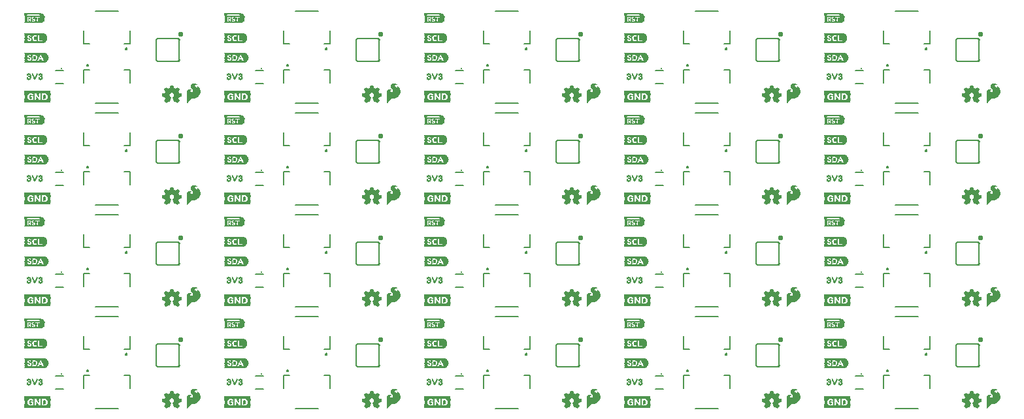
<source format=gto>
G75*
%MOIN*%
%OFA0B0*%
%FSLAX25Y25*%
%IPPOS*%
%LPD*%
%AMOC8*
5,1,8,0,0,1.08239X$1,22.5*
%
%ADD10C,0.00060*%
%ADD11C,0.00600*%
%ADD12C,0.01600*%
%ADD13C,0.01114*%
%ADD14C,0.00800*%
%ADD15C,0.00300*%
%ADD16C,0.00299*%
%ADD17R,0.09685X0.00118*%
%ADD18R,0.10039X0.00118*%
%ADD19R,0.10276X0.00079*%
%ADD20R,0.10512X0.00157*%
%ADD21R,0.10630X0.00118*%
%ADD22R,0.10748X0.00118*%
%ADD23R,0.10866X0.00079*%
%ADD24R,0.02126X0.00118*%
%ADD25R,0.02480X0.00118*%
%ADD26R,0.05315X0.00118*%
%ADD27R,0.01772X0.00157*%
%ADD28R,0.00827X0.00157*%
%ADD29R,0.03661X0.00157*%
%ADD30R,0.01654X0.00118*%
%ADD31R,0.01299X0.00118*%
%ADD32R,0.00472X0.00118*%
%ADD33R,0.03661X0.00118*%
%ADD34R,0.01535X0.00118*%
%ADD35R,0.00945X0.00118*%
%ADD36R,0.00354X0.00118*%
%ADD37R,0.00827X0.00118*%
%ADD38R,0.00236X0.00118*%
%ADD39R,0.01417X0.00157*%
%ADD40R,0.00236X0.00157*%
%ADD41R,0.03780X0.00157*%
%ADD42R,0.01417X0.00118*%
%ADD43R,0.00709X0.00118*%
%ADD44R,0.03780X0.00118*%
%ADD45R,0.01772X0.00118*%
%ADD46R,0.01181X0.00118*%
%ADD47R,0.00591X0.00118*%
%ADD48R,0.03898X0.00118*%
%ADD49R,0.01654X0.00157*%
%ADD50R,0.02008X0.00157*%
%ADD51R,0.03898X0.00157*%
%ADD52R,0.00354X0.00157*%
%ADD53R,0.02126X0.00157*%
%ADD54R,0.02008X0.00118*%
%ADD55R,0.02717X0.00157*%
%ADD56R,0.01063X0.00118*%
%ADD57R,0.01299X0.00157*%
%ADD58R,0.00591X0.00157*%
%ADD59R,0.02244X0.00118*%
%ADD60R,0.00709X0.00157*%
%ADD61R,0.01890X0.00118*%
%ADD62R,0.10866X0.00118*%
%ADD63R,0.10512X0.00118*%
%ADD64R,0.10276X0.00118*%
%ADD65R,0.00945X0.00157*%
%ADD66R,0.00472X0.00157*%
%ADD67R,0.02244X0.00157*%
%ADD68R,0.01181X0.00157*%
%ADD69R,0.01535X0.00157*%
%ADD70R,0.08504X0.00118*%
%ADD71R,0.08858X0.00118*%
%ADD72R,0.09094X0.00079*%
%ADD73R,0.09331X0.00157*%
%ADD74R,0.01181X0.00079*%
%ADD75R,0.01890X0.00079*%
%ADD76R,0.10157X0.00157*%
%ADD77R,0.10157X0.00118*%
%ADD78R,0.02362X0.00118*%
%ADD79R,0.00118X0.00157*%
%ADD80R,0.02480X0.00157*%
%ADD81R,0.03307X0.00118*%
%ADD82R,0.03425X0.00118*%
%ADD83R,0.03425X0.00157*%
%ADD84R,0.01063X0.00157*%
%ADD85R,0.03307X0.00157*%
%ADD86R,0.03189X0.00118*%
%ADD87R,0.03071X0.00118*%
%ADD88R,0.03071X0.00157*%
%ADD89R,0.02953X0.00118*%
%ADD90R,0.02835X0.00118*%
%ADD91R,0.02717X0.00118*%
%ADD92R,0.09449X0.00118*%
%ADD93R,0.09331X0.00118*%
%ADD94R,0.09094X0.00118*%
%ADD95R,0.13386X0.00157*%
%ADD96R,0.13386X0.00118*%
%ADD97R,0.02913X0.00118*%
%ADD98R,0.09646X0.00118*%
%ADD99R,0.02638X0.00157*%
%ADD100R,0.01102X0.00157*%
%ADD101R,0.00551X0.00157*%
%ADD102R,0.01378X0.00118*%
%ADD103R,0.00433X0.00118*%
%ADD104R,0.02205X0.00157*%
%ADD105R,0.01220X0.00157*%
%ADD106R,0.00433X0.00157*%
%ADD107R,0.01929X0.00118*%
%ADD108R,0.00551X0.00118*%
%ADD109R,0.01220X0.00118*%
%ADD110R,0.02087X0.00118*%
%ADD111R,0.01929X0.00157*%
%ADD112R,0.01811X0.00118*%
%ADD113R,0.00984X0.00118*%
%ADD114R,0.00669X0.00157*%
%ADD115R,0.02638X0.00118*%
%ADD116R,0.01260X0.00118*%
%ADD117R,0.00394X0.00157*%
%ADD118R,0.01378X0.00157*%
%ADD119R,0.00394X0.00118*%
%ADD120R,0.00157X0.00157*%
%ADD121R,0.00276X0.00157*%
%ADD122R,0.00276X0.00118*%
%ADD123R,0.00118X0.00118*%
%ADD124R,0.01260X0.00157*%
%ADD125R,0.01102X0.00118*%
%ADD126R,0.00984X0.00157*%
%ADD127R,0.01811X0.00157*%
%ADD128R,0.02087X0.00157*%
%ADD129R,0.02205X0.00118*%
%ADD130R,0.01496X0.00157*%
%ADD131R,0.02756X0.00118*%
%ADD132R,0.00669X0.00118*%
%ADD133R,0.10984X0.00079*%
%ADD134R,0.11220X0.00157*%
%ADD135R,0.11339X0.00118*%
%ADD136R,0.11457X0.00118*%
%ADD137R,0.11575X0.00079*%
%ADD138R,0.08976X0.00118*%
%ADD139R,0.01890X0.00157*%
%ADD140R,0.02362X0.00157*%
%ADD141R,0.02835X0.00157*%
%ADD142R,0.02598X0.00118*%
%ADD143R,0.11575X0.00118*%
%ADD144R,0.11220X0.00118*%
%ADD145R,0.10984X0.00118*%
D10*
X0114622Y0051654D02*
X0114622Y0052194D01*
X0114623Y0052194D02*
X0114676Y0052198D01*
X0114728Y0052206D01*
X0114780Y0052218D01*
X0114831Y0052234D01*
X0114880Y0052253D01*
X0114928Y0052276D01*
X0114974Y0052303D01*
X0115018Y0052333D01*
X0115059Y0052366D01*
X0115098Y0052402D01*
X0115134Y0052441D01*
X0115167Y0052482D01*
X0115197Y0052526D01*
X0115224Y0052572D01*
X0115247Y0052620D01*
X0115266Y0052669D01*
X0115282Y0052720D01*
X0115294Y0052772D01*
X0115302Y0052824D01*
X0115306Y0052877D01*
X0115846Y0052878D01*
X0115847Y0052877D01*
X0115843Y0052809D01*
X0115836Y0052741D01*
X0115825Y0052674D01*
X0115811Y0052607D01*
X0115793Y0052541D01*
X0115771Y0052477D01*
X0115746Y0052413D01*
X0115717Y0052351D01*
X0115685Y0052291D01*
X0115650Y0052233D01*
X0115612Y0052176D01*
X0115571Y0052122D01*
X0115527Y0052070D01*
X0115480Y0052020D01*
X0115430Y0051973D01*
X0115378Y0051929D01*
X0115324Y0051888D01*
X0115267Y0051850D01*
X0115209Y0051815D01*
X0115149Y0051783D01*
X0115087Y0051754D01*
X0115023Y0051729D01*
X0114959Y0051707D01*
X0114893Y0051689D01*
X0114826Y0051675D01*
X0114759Y0051664D01*
X0114691Y0051657D01*
X0114623Y0051653D01*
X0114623Y0051709D01*
X0114690Y0051713D01*
X0114757Y0051720D01*
X0114824Y0051731D01*
X0114890Y0051746D01*
X0114955Y0051765D01*
X0115018Y0051787D01*
X0115081Y0051813D01*
X0115142Y0051842D01*
X0115201Y0051875D01*
X0115258Y0051910D01*
X0115313Y0051949D01*
X0115366Y0051991D01*
X0115416Y0052036D01*
X0115464Y0052084D01*
X0115509Y0052134D01*
X0115551Y0052187D01*
X0115590Y0052242D01*
X0115625Y0052299D01*
X0115658Y0052358D01*
X0115687Y0052419D01*
X0115713Y0052482D01*
X0115735Y0052545D01*
X0115754Y0052610D01*
X0115769Y0052676D01*
X0115780Y0052743D01*
X0115787Y0052810D01*
X0115791Y0052877D01*
X0115735Y0052877D01*
X0115731Y0052810D01*
X0115723Y0052744D01*
X0115712Y0052678D01*
X0115697Y0052614D01*
X0115678Y0052550D01*
X0115655Y0052487D01*
X0115629Y0052426D01*
X0115599Y0052366D01*
X0115565Y0052308D01*
X0115529Y0052253D01*
X0115489Y0052199D01*
X0115446Y0052148D01*
X0115401Y0052099D01*
X0115352Y0052054D01*
X0115301Y0052011D01*
X0115247Y0051971D01*
X0115192Y0051935D01*
X0115134Y0051901D01*
X0115074Y0051871D01*
X0115013Y0051845D01*
X0114950Y0051822D01*
X0114886Y0051803D01*
X0114822Y0051788D01*
X0114756Y0051777D01*
X0114690Y0051769D01*
X0114623Y0051765D01*
X0114623Y0051821D01*
X0114686Y0051825D01*
X0114749Y0051832D01*
X0114811Y0051843D01*
X0114873Y0051858D01*
X0114934Y0051876D01*
X0114993Y0051897D01*
X0115051Y0051922D01*
X0115108Y0051951D01*
X0115163Y0051982D01*
X0115216Y0052017D01*
X0115266Y0052055D01*
X0115315Y0052096D01*
X0115361Y0052139D01*
X0115404Y0052185D01*
X0115445Y0052234D01*
X0115483Y0052284D01*
X0115518Y0052337D01*
X0115549Y0052392D01*
X0115578Y0052449D01*
X0115603Y0052507D01*
X0115624Y0052566D01*
X0115642Y0052627D01*
X0115657Y0052689D01*
X0115668Y0052751D01*
X0115675Y0052814D01*
X0115679Y0052877D01*
X0115623Y0052877D01*
X0115619Y0052815D01*
X0115611Y0052753D01*
X0115600Y0052692D01*
X0115585Y0052631D01*
X0115567Y0052572D01*
X0115545Y0052513D01*
X0115519Y0052457D01*
X0115490Y0052401D01*
X0115458Y0052348D01*
X0115423Y0052297D01*
X0115384Y0052248D01*
X0115343Y0052201D01*
X0115299Y0052157D01*
X0115252Y0052116D01*
X0115203Y0052077D01*
X0115152Y0052042D01*
X0115099Y0052010D01*
X0115043Y0051981D01*
X0114987Y0051955D01*
X0114928Y0051933D01*
X0114869Y0051915D01*
X0114808Y0051900D01*
X0114747Y0051889D01*
X0114685Y0051881D01*
X0114623Y0051877D01*
X0114623Y0051933D01*
X0114684Y0051937D01*
X0114745Y0051945D01*
X0114805Y0051956D01*
X0114864Y0051972D01*
X0114923Y0051990D01*
X0114980Y0052013D01*
X0115035Y0052039D01*
X0115089Y0052069D01*
X0115140Y0052101D01*
X0115190Y0052137D01*
X0115237Y0052176D01*
X0115282Y0052218D01*
X0115324Y0052263D01*
X0115363Y0052310D01*
X0115399Y0052360D01*
X0115431Y0052411D01*
X0115461Y0052465D01*
X0115487Y0052520D01*
X0115510Y0052577D01*
X0115528Y0052636D01*
X0115544Y0052695D01*
X0115555Y0052755D01*
X0115563Y0052816D01*
X0115567Y0052877D01*
X0115511Y0052877D01*
X0115507Y0052820D01*
X0115500Y0052762D01*
X0115489Y0052706D01*
X0115474Y0052650D01*
X0115456Y0052595D01*
X0115435Y0052542D01*
X0115411Y0052490D01*
X0115383Y0052439D01*
X0115352Y0052391D01*
X0115318Y0052344D01*
X0115282Y0052300D01*
X0115242Y0052258D01*
X0115200Y0052218D01*
X0115156Y0052182D01*
X0115109Y0052148D01*
X0115061Y0052117D01*
X0115010Y0052089D01*
X0114958Y0052065D01*
X0114905Y0052044D01*
X0114850Y0052026D01*
X0114794Y0052011D01*
X0114738Y0052000D01*
X0114680Y0051993D01*
X0114623Y0051989D01*
X0114623Y0052046D01*
X0114679Y0052049D01*
X0114735Y0052057D01*
X0114790Y0052068D01*
X0114844Y0052082D01*
X0114898Y0052101D01*
X0114950Y0052122D01*
X0115000Y0052147D01*
X0115049Y0052175D01*
X0115095Y0052207D01*
X0115140Y0052241D01*
X0115182Y0052278D01*
X0115222Y0052318D01*
X0115259Y0052360D01*
X0115293Y0052405D01*
X0115325Y0052451D01*
X0115353Y0052500D01*
X0115378Y0052550D01*
X0115399Y0052602D01*
X0115418Y0052656D01*
X0115432Y0052710D01*
X0115443Y0052765D01*
X0115451Y0052821D01*
X0115454Y0052877D01*
X0115398Y0052877D01*
X0115395Y0052822D01*
X0115387Y0052768D01*
X0115376Y0052714D01*
X0115361Y0052662D01*
X0115342Y0052610D01*
X0115320Y0052560D01*
X0115295Y0052511D01*
X0115267Y0052464D01*
X0115235Y0052420D01*
X0115200Y0052377D01*
X0115163Y0052337D01*
X0115123Y0052300D01*
X0115080Y0052265D01*
X0115036Y0052233D01*
X0114989Y0052205D01*
X0114940Y0052180D01*
X0114890Y0052158D01*
X0114838Y0052139D01*
X0114786Y0052124D01*
X0114732Y0052113D01*
X0114678Y0052105D01*
X0114623Y0052102D01*
X0114623Y0052158D01*
X0114676Y0052162D01*
X0114729Y0052169D01*
X0114781Y0052181D01*
X0114832Y0052196D01*
X0114882Y0052215D01*
X0114930Y0052237D01*
X0114977Y0052263D01*
X0115021Y0052291D01*
X0115064Y0052323D01*
X0115104Y0052358D01*
X0115142Y0052396D01*
X0115177Y0052436D01*
X0115209Y0052479D01*
X0115237Y0052523D01*
X0115263Y0052570D01*
X0115285Y0052618D01*
X0115304Y0052668D01*
X0115319Y0052719D01*
X0115331Y0052771D01*
X0115338Y0052824D01*
X0115342Y0052877D01*
X0115846Y0062661D02*
X0115306Y0062661D01*
X0115306Y0062662D02*
X0115302Y0062715D01*
X0115294Y0062767D01*
X0115282Y0062819D01*
X0115266Y0062870D01*
X0115247Y0062919D01*
X0115224Y0062967D01*
X0115197Y0063013D01*
X0115167Y0063057D01*
X0115134Y0063098D01*
X0115098Y0063137D01*
X0115059Y0063173D01*
X0115018Y0063206D01*
X0114974Y0063236D01*
X0114928Y0063263D01*
X0114880Y0063286D01*
X0114831Y0063305D01*
X0114780Y0063321D01*
X0114728Y0063333D01*
X0114676Y0063341D01*
X0114623Y0063345D01*
X0114622Y0063885D01*
X0114623Y0063886D01*
X0114691Y0063882D01*
X0114759Y0063875D01*
X0114826Y0063864D01*
X0114893Y0063850D01*
X0114959Y0063832D01*
X0115023Y0063810D01*
X0115087Y0063785D01*
X0115149Y0063756D01*
X0115209Y0063724D01*
X0115267Y0063689D01*
X0115324Y0063651D01*
X0115378Y0063610D01*
X0115430Y0063566D01*
X0115480Y0063519D01*
X0115527Y0063469D01*
X0115571Y0063417D01*
X0115612Y0063363D01*
X0115650Y0063306D01*
X0115685Y0063248D01*
X0115717Y0063188D01*
X0115746Y0063126D01*
X0115771Y0063062D01*
X0115793Y0062998D01*
X0115811Y0062932D01*
X0115825Y0062865D01*
X0115836Y0062798D01*
X0115843Y0062730D01*
X0115847Y0062662D01*
X0115791Y0062662D01*
X0115787Y0062729D01*
X0115780Y0062796D01*
X0115769Y0062863D01*
X0115754Y0062929D01*
X0115735Y0062994D01*
X0115713Y0063057D01*
X0115687Y0063120D01*
X0115658Y0063181D01*
X0115625Y0063240D01*
X0115590Y0063297D01*
X0115551Y0063352D01*
X0115509Y0063405D01*
X0115464Y0063455D01*
X0115416Y0063503D01*
X0115366Y0063548D01*
X0115313Y0063590D01*
X0115258Y0063629D01*
X0115201Y0063664D01*
X0115142Y0063697D01*
X0115081Y0063726D01*
X0115018Y0063752D01*
X0114955Y0063774D01*
X0114890Y0063793D01*
X0114824Y0063808D01*
X0114757Y0063819D01*
X0114690Y0063826D01*
X0114623Y0063830D01*
X0114623Y0063774D01*
X0114690Y0063770D01*
X0114756Y0063762D01*
X0114822Y0063751D01*
X0114886Y0063736D01*
X0114950Y0063717D01*
X0115013Y0063694D01*
X0115074Y0063668D01*
X0115134Y0063638D01*
X0115192Y0063604D01*
X0115247Y0063568D01*
X0115301Y0063528D01*
X0115352Y0063485D01*
X0115401Y0063440D01*
X0115446Y0063391D01*
X0115489Y0063340D01*
X0115529Y0063286D01*
X0115565Y0063231D01*
X0115599Y0063173D01*
X0115629Y0063113D01*
X0115655Y0063052D01*
X0115678Y0062989D01*
X0115697Y0062925D01*
X0115712Y0062861D01*
X0115723Y0062795D01*
X0115731Y0062729D01*
X0115735Y0062662D01*
X0115679Y0062662D01*
X0115675Y0062725D01*
X0115668Y0062788D01*
X0115657Y0062850D01*
X0115642Y0062912D01*
X0115624Y0062973D01*
X0115603Y0063032D01*
X0115578Y0063090D01*
X0115549Y0063147D01*
X0115518Y0063202D01*
X0115483Y0063255D01*
X0115445Y0063305D01*
X0115404Y0063354D01*
X0115361Y0063400D01*
X0115315Y0063443D01*
X0115266Y0063484D01*
X0115216Y0063522D01*
X0115163Y0063557D01*
X0115108Y0063588D01*
X0115051Y0063617D01*
X0114993Y0063642D01*
X0114934Y0063663D01*
X0114873Y0063681D01*
X0114811Y0063696D01*
X0114749Y0063707D01*
X0114686Y0063714D01*
X0114623Y0063718D01*
X0114623Y0063662D01*
X0114685Y0063658D01*
X0114747Y0063650D01*
X0114808Y0063639D01*
X0114869Y0063624D01*
X0114928Y0063606D01*
X0114987Y0063584D01*
X0115043Y0063558D01*
X0115099Y0063529D01*
X0115152Y0063497D01*
X0115203Y0063462D01*
X0115252Y0063423D01*
X0115299Y0063382D01*
X0115343Y0063338D01*
X0115384Y0063291D01*
X0115423Y0063242D01*
X0115458Y0063191D01*
X0115490Y0063138D01*
X0115519Y0063082D01*
X0115545Y0063026D01*
X0115567Y0062967D01*
X0115585Y0062908D01*
X0115600Y0062847D01*
X0115611Y0062786D01*
X0115619Y0062724D01*
X0115623Y0062662D01*
X0115567Y0062662D01*
X0115563Y0062723D01*
X0115555Y0062784D01*
X0115544Y0062844D01*
X0115528Y0062903D01*
X0115510Y0062962D01*
X0115487Y0063019D01*
X0115461Y0063074D01*
X0115431Y0063128D01*
X0115399Y0063179D01*
X0115363Y0063229D01*
X0115324Y0063276D01*
X0115282Y0063321D01*
X0115237Y0063363D01*
X0115190Y0063402D01*
X0115140Y0063438D01*
X0115089Y0063470D01*
X0115035Y0063500D01*
X0114980Y0063526D01*
X0114923Y0063549D01*
X0114864Y0063567D01*
X0114805Y0063583D01*
X0114745Y0063594D01*
X0114684Y0063602D01*
X0114623Y0063606D01*
X0114623Y0063550D01*
X0114680Y0063546D01*
X0114738Y0063539D01*
X0114794Y0063528D01*
X0114850Y0063513D01*
X0114905Y0063495D01*
X0114958Y0063474D01*
X0115010Y0063450D01*
X0115061Y0063422D01*
X0115109Y0063391D01*
X0115156Y0063357D01*
X0115200Y0063321D01*
X0115242Y0063281D01*
X0115282Y0063239D01*
X0115318Y0063195D01*
X0115352Y0063148D01*
X0115383Y0063100D01*
X0115411Y0063049D01*
X0115435Y0062997D01*
X0115456Y0062944D01*
X0115474Y0062889D01*
X0115489Y0062833D01*
X0115500Y0062777D01*
X0115507Y0062719D01*
X0115511Y0062662D01*
X0115454Y0062662D01*
X0115451Y0062718D01*
X0115443Y0062774D01*
X0115432Y0062829D01*
X0115418Y0062883D01*
X0115399Y0062937D01*
X0115378Y0062989D01*
X0115353Y0063039D01*
X0115325Y0063088D01*
X0115293Y0063134D01*
X0115259Y0063179D01*
X0115222Y0063221D01*
X0115182Y0063261D01*
X0115140Y0063298D01*
X0115095Y0063332D01*
X0115049Y0063364D01*
X0115000Y0063392D01*
X0114950Y0063417D01*
X0114898Y0063438D01*
X0114844Y0063457D01*
X0114790Y0063471D01*
X0114735Y0063482D01*
X0114679Y0063490D01*
X0114623Y0063493D01*
X0114623Y0063437D01*
X0114678Y0063434D01*
X0114732Y0063426D01*
X0114786Y0063415D01*
X0114838Y0063400D01*
X0114890Y0063381D01*
X0114940Y0063359D01*
X0114989Y0063334D01*
X0115036Y0063306D01*
X0115080Y0063274D01*
X0115123Y0063239D01*
X0115163Y0063202D01*
X0115200Y0063162D01*
X0115235Y0063119D01*
X0115267Y0063075D01*
X0115295Y0063028D01*
X0115320Y0062979D01*
X0115342Y0062929D01*
X0115361Y0062877D01*
X0115376Y0062825D01*
X0115387Y0062771D01*
X0115395Y0062717D01*
X0115398Y0062662D01*
X0115342Y0062662D01*
X0115338Y0062715D01*
X0115331Y0062768D01*
X0115319Y0062820D01*
X0115304Y0062871D01*
X0115285Y0062921D01*
X0115263Y0062969D01*
X0115237Y0063016D01*
X0115209Y0063060D01*
X0115177Y0063103D01*
X0115142Y0063143D01*
X0115104Y0063181D01*
X0115064Y0063216D01*
X0115021Y0063248D01*
X0114977Y0063276D01*
X0114930Y0063302D01*
X0114882Y0063324D01*
X0114832Y0063343D01*
X0114781Y0063358D01*
X0114729Y0063370D01*
X0114676Y0063377D01*
X0114623Y0063381D01*
X0114622Y0103654D02*
X0114622Y0104194D01*
X0114623Y0104194D02*
X0114676Y0104198D01*
X0114728Y0104206D01*
X0114780Y0104218D01*
X0114831Y0104234D01*
X0114880Y0104253D01*
X0114928Y0104276D01*
X0114974Y0104303D01*
X0115018Y0104333D01*
X0115059Y0104366D01*
X0115098Y0104402D01*
X0115134Y0104441D01*
X0115167Y0104482D01*
X0115197Y0104526D01*
X0115224Y0104572D01*
X0115247Y0104620D01*
X0115266Y0104669D01*
X0115282Y0104720D01*
X0115294Y0104772D01*
X0115302Y0104824D01*
X0115306Y0104877D01*
X0115846Y0104878D01*
X0115847Y0104877D01*
X0115843Y0104809D01*
X0115836Y0104741D01*
X0115825Y0104674D01*
X0115811Y0104607D01*
X0115793Y0104541D01*
X0115771Y0104477D01*
X0115746Y0104413D01*
X0115717Y0104351D01*
X0115685Y0104291D01*
X0115650Y0104233D01*
X0115612Y0104176D01*
X0115571Y0104122D01*
X0115527Y0104070D01*
X0115480Y0104020D01*
X0115430Y0103973D01*
X0115378Y0103929D01*
X0115324Y0103888D01*
X0115267Y0103850D01*
X0115209Y0103815D01*
X0115149Y0103783D01*
X0115087Y0103754D01*
X0115023Y0103729D01*
X0114959Y0103707D01*
X0114893Y0103689D01*
X0114826Y0103675D01*
X0114759Y0103664D01*
X0114691Y0103657D01*
X0114623Y0103653D01*
X0114623Y0103709D01*
X0114690Y0103713D01*
X0114757Y0103720D01*
X0114824Y0103731D01*
X0114890Y0103746D01*
X0114955Y0103765D01*
X0115018Y0103787D01*
X0115081Y0103813D01*
X0115142Y0103842D01*
X0115201Y0103875D01*
X0115258Y0103910D01*
X0115313Y0103949D01*
X0115366Y0103991D01*
X0115416Y0104036D01*
X0115464Y0104084D01*
X0115509Y0104134D01*
X0115551Y0104187D01*
X0115590Y0104242D01*
X0115625Y0104299D01*
X0115658Y0104358D01*
X0115687Y0104419D01*
X0115713Y0104482D01*
X0115735Y0104545D01*
X0115754Y0104610D01*
X0115769Y0104676D01*
X0115780Y0104743D01*
X0115787Y0104810D01*
X0115791Y0104877D01*
X0115735Y0104877D01*
X0115731Y0104810D01*
X0115723Y0104744D01*
X0115712Y0104678D01*
X0115697Y0104614D01*
X0115678Y0104550D01*
X0115655Y0104487D01*
X0115629Y0104426D01*
X0115599Y0104366D01*
X0115565Y0104308D01*
X0115529Y0104253D01*
X0115489Y0104199D01*
X0115446Y0104148D01*
X0115401Y0104099D01*
X0115352Y0104054D01*
X0115301Y0104011D01*
X0115247Y0103971D01*
X0115192Y0103935D01*
X0115134Y0103901D01*
X0115074Y0103871D01*
X0115013Y0103845D01*
X0114950Y0103822D01*
X0114886Y0103803D01*
X0114822Y0103788D01*
X0114756Y0103777D01*
X0114690Y0103769D01*
X0114623Y0103765D01*
X0114623Y0103821D01*
X0114686Y0103825D01*
X0114749Y0103832D01*
X0114811Y0103843D01*
X0114873Y0103858D01*
X0114934Y0103876D01*
X0114993Y0103897D01*
X0115051Y0103922D01*
X0115108Y0103951D01*
X0115163Y0103982D01*
X0115216Y0104017D01*
X0115266Y0104055D01*
X0115315Y0104096D01*
X0115361Y0104139D01*
X0115404Y0104185D01*
X0115445Y0104234D01*
X0115483Y0104284D01*
X0115518Y0104337D01*
X0115549Y0104392D01*
X0115578Y0104449D01*
X0115603Y0104507D01*
X0115624Y0104566D01*
X0115642Y0104627D01*
X0115657Y0104689D01*
X0115668Y0104751D01*
X0115675Y0104814D01*
X0115679Y0104877D01*
X0115623Y0104877D01*
X0115619Y0104815D01*
X0115611Y0104753D01*
X0115600Y0104692D01*
X0115585Y0104631D01*
X0115567Y0104572D01*
X0115545Y0104513D01*
X0115519Y0104457D01*
X0115490Y0104401D01*
X0115458Y0104348D01*
X0115423Y0104297D01*
X0115384Y0104248D01*
X0115343Y0104201D01*
X0115299Y0104157D01*
X0115252Y0104116D01*
X0115203Y0104077D01*
X0115152Y0104042D01*
X0115099Y0104010D01*
X0115043Y0103981D01*
X0114987Y0103955D01*
X0114928Y0103933D01*
X0114869Y0103915D01*
X0114808Y0103900D01*
X0114747Y0103889D01*
X0114685Y0103881D01*
X0114623Y0103877D01*
X0114623Y0103933D01*
X0114684Y0103937D01*
X0114745Y0103945D01*
X0114805Y0103956D01*
X0114864Y0103972D01*
X0114923Y0103990D01*
X0114980Y0104013D01*
X0115035Y0104039D01*
X0115089Y0104069D01*
X0115140Y0104101D01*
X0115190Y0104137D01*
X0115237Y0104176D01*
X0115282Y0104218D01*
X0115324Y0104263D01*
X0115363Y0104310D01*
X0115399Y0104360D01*
X0115431Y0104411D01*
X0115461Y0104465D01*
X0115487Y0104520D01*
X0115510Y0104577D01*
X0115528Y0104636D01*
X0115544Y0104695D01*
X0115555Y0104755D01*
X0115563Y0104816D01*
X0115567Y0104877D01*
X0115511Y0104877D01*
X0115507Y0104820D01*
X0115500Y0104762D01*
X0115489Y0104706D01*
X0115474Y0104650D01*
X0115456Y0104595D01*
X0115435Y0104542D01*
X0115411Y0104490D01*
X0115383Y0104439D01*
X0115352Y0104391D01*
X0115318Y0104344D01*
X0115282Y0104300D01*
X0115242Y0104258D01*
X0115200Y0104218D01*
X0115156Y0104182D01*
X0115109Y0104148D01*
X0115061Y0104117D01*
X0115010Y0104089D01*
X0114958Y0104065D01*
X0114905Y0104044D01*
X0114850Y0104026D01*
X0114794Y0104011D01*
X0114738Y0104000D01*
X0114680Y0103993D01*
X0114623Y0103989D01*
X0114623Y0104046D01*
X0114679Y0104049D01*
X0114735Y0104057D01*
X0114790Y0104068D01*
X0114844Y0104082D01*
X0114898Y0104101D01*
X0114950Y0104122D01*
X0115000Y0104147D01*
X0115049Y0104175D01*
X0115095Y0104207D01*
X0115140Y0104241D01*
X0115182Y0104278D01*
X0115222Y0104318D01*
X0115259Y0104360D01*
X0115293Y0104405D01*
X0115325Y0104451D01*
X0115353Y0104500D01*
X0115378Y0104550D01*
X0115399Y0104602D01*
X0115418Y0104656D01*
X0115432Y0104710D01*
X0115443Y0104765D01*
X0115451Y0104821D01*
X0115454Y0104877D01*
X0115398Y0104877D01*
X0115395Y0104822D01*
X0115387Y0104768D01*
X0115376Y0104714D01*
X0115361Y0104662D01*
X0115342Y0104610D01*
X0115320Y0104560D01*
X0115295Y0104511D01*
X0115267Y0104464D01*
X0115235Y0104420D01*
X0115200Y0104377D01*
X0115163Y0104337D01*
X0115123Y0104300D01*
X0115080Y0104265D01*
X0115036Y0104233D01*
X0114989Y0104205D01*
X0114940Y0104180D01*
X0114890Y0104158D01*
X0114838Y0104139D01*
X0114786Y0104124D01*
X0114732Y0104113D01*
X0114678Y0104105D01*
X0114623Y0104102D01*
X0114623Y0104158D01*
X0114676Y0104162D01*
X0114729Y0104169D01*
X0114781Y0104181D01*
X0114832Y0104196D01*
X0114882Y0104215D01*
X0114930Y0104237D01*
X0114977Y0104263D01*
X0115021Y0104291D01*
X0115064Y0104323D01*
X0115104Y0104358D01*
X0115142Y0104396D01*
X0115177Y0104436D01*
X0115209Y0104479D01*
X0115237Y0104523D01*
X0115263Y0104570D01*
X0115285Y0104618D01*
X0115304Y0104668D01*
X0115319Y0104719D01*
X0115331Y0104771D01*
X0115338Y0104824D01*
X0115342Y0104877D01*
X0115846Y0114661D02*
X0115306Y0114661D01*
X0115306Y0114662D02*
X0115302Y0114715D01*
X0115294Y0114767D01*
X0115282Y0114819D01*
X0115266Y0114870D01*
X0115247Y0114919D01*
X0115224Y0114967D01*
X0115197Y0115013D01*
X0115167Y0115057D01*
X0115134Y0115098D01*
X0115098Y0115137D01*
X0115059Y0115173D01*
X0115018Y0115206D01*
X0114974Y0115236D01*
X0114928Y0115263D01*
X0114880Y0115286D01*
X0114831Y0115305D01*
X0114780Y0115321D01*
X0114728Y0115333D01*
X0114676Y0115341D01*
X0114623Y0115345D01*
X0114622Y0115885D01*
X0114623Y0115886D01*
X0114691Y0115882D01*
X0114759Y0115875D01*
X0114826Y0115864D01*
X0114893Y0115850D01*
X0114959Y0115832D01*
X0115023Y0115810D01*
X0115087Y0115785D01*
X0115149Y0115756D01*
X0115209Y0115724D01*
X0115267Y0115689D01*
X0115324Y0115651D01*
X0115378Y0115610D01*
X0115430Y0115566D01*
X0115480Y0115519D01*
X0115527Y0115469D01*
X0115571Y0115417D01*
X0115612Y0115363D01*
X0115650Y0115306D01*
X0115685Y0115248D01*
X0115717Y0115188D01*
X0115746Y0115126D01*
X0115771Y0115062D01*
X0115793Y0114998D01*
X0115811Y0114932D01*
X0115825Y0114865D01*
X0115836Y0114798D01*
X0115843Y0114730D01*
X0115847Y0114662D01*
X0115791Y0114662D01*
X0115787Y0114729D01*
X0115780Y0114796D01*
X0115769Y0114863D01*
X0115754Y0114929D01*
X0115735Y0114994D01*
X0115713Y0115057D01*
X0115687Y0115120D01*
X0115658Y0115181D01*
X0115625Y0115240D01*
X0115590Y0115297D01*
X0115551Y0115352D01*
X0115509Y0115405D01*
X0115464Y0115455D01*
X0115416Y0115503D01*
X0115366Y0115548D01*
X0115313Y0115590D01*
X0115258Y0115629D01*
X0115201Y0115664D01*
X0115142Y0115697D01*
X0115081Y0115726D01*
X0115018Y0115752D01*
X0114955Y0115774D01*
X0114890Y0115793D01*
X0114824Y0115808D01*
X0114757Y0115819D01*
X0114690Y0115826D01*
X0114623Y0115830D01*
X0114623Y0115774D01*
X0114690Y0115770D01*
X0114756Y0115762D01*
X0114822Y0115751D01*
X0114886Y0115736D01*
X0114950Y0115717D01*
X0115013Y0115694D01*
X0115074Y0115668D01*
X0115134Y0115638D01*
X0115192Y0115604D01*
X0115247Y0115568D01*
X0115301Y0115528D01*
X0115352Y0115485D01*
X0115401Y0115440D01*
X0115446Y0115391D01*
X0115489Y0115340D01*
X0115529Y0115286D01*
X0115565Y0115231D01*
X0115599Y0115173D01*
X0115629Y0115113D01*
X0115655Y0115052D01*
X0115678Y0114989D01*
X0115697Y0114925D01*
X0115712Y0114861D01*
X0115723Y0114795D01*
X0115731Y0114729D01*
X0115735Y0114662D01*
X0115679Y0114662D01*
X0115675Y0114725D01*
X0115668Y0114788D01*
X0115657Y0114850D01*
X0115642Y0114912D01*
X0115624Y0114973D01*
X0115603Y0115032D01*
X0115578Y0115090D01*
X0115549Y0115147D01*
X0115518Y0115202D01*
X0115483Y0115255D01*
X0115445Y0115305D01*
X0115404Y0115354D01*
X0115361Y0115400D01*
X0115315Y0115443D01*
X0115266Y0115484D01*
X0115216Y0115522D01*
X0115163Y0115557D01*
X0115108Y0115588D01*
X0115051Y0115617D01*
X0114993Y0115642D01*
X0114934Y0115663D01*
X0114873Y0115681D01*
X0114811Y0115696D01*
X0114749Y0115707D01*
X0114686Y0115714D01*
X0114623Y0115718D01*
X0114623Y0115662D01*
X0114685Y0115658D01*
X0114747Y0115650D01*
X0114808Y0115639D01*
X0114869Y0115624D01*
X0114928Y0115606D01*
X0114987Y0115584D01*
X0115043Y0115558D01*
X0115099Y0115529D01*
X0115152Y0115497D01*
X0115203Y0115462D01*
X0115252Y0115423D01*
X0115299Y0115382D01*
X0115343Y0115338D01*
X0115384Y0115291D01*
X0115423Y0115242D01*
X0115458Y0115191D01*
X0115490Y0115138D01*
X0115519Y0115082D01*
X0115545Y0115026D01*
X0115567Y0114967D01*
X0115585Y0114908D01*
X0115600Y0114847D01*
X0115611Y0114786D01*
X0115619Y0114724D01*
X0115623Y0114662D01*
X0115567Y0114662D01*
X0115563Y0114723D01*
X0115555Y0114784D01*
X0115544Y0114844D01*
X0115528Y0114903D01*
X0115510Y0114962D01*
X0115487Y0115019D01*
X0115461Y0115074D01*
X0115431Y0115128D01*
X0115399Y0115179D01*
X0115363Y0115229D01*
X0115324Y0115276D01*
X0115282Y0115321D01*
X0115237Y0115363D01*
X0115190Y0115402D01*
X0115140Y0115438D01*
X0115089Y0115470D01*
X0115035Y0115500D01*
X0114980Y0115526D01*
X0114923Y0115549D01*
X0114864Y0115567D01*
X0114805Y0115583D01*
X0114745Y0115594D01*
X0114684Y0115602D01*
X0114623Y0115606D01*
X0114623Y0115550D01*
X0114680Y0115546D01*
X0114738Y0115539D01*
X0114794Y0115528D01*
X0114850Y0115513D01*
X0114905Y0115495D01*
X0114958Y0115474D01*
X0115010Y0115450D01*
X0115061Y0115422D01*
X0115109Y0115391D01*
X0115156Y0115357D01*
X0115200Y0115321D01*
X0115242Y0115281D01*
X0115282Y0115239D01*
X0115318Y0115195D01*
X0115352Y0115148D01*
X0115383Y0115100D01*
X0115411Y0115049D01*
X0115435Y0114997D01*
X0115456Y0114944D01*
X0115474Y0114889D01*
X0115489Y0114833D01*
X0115500Y0114777D01*
X0115507Y0114719D01*
X0115511Y0114662D01*
X0115454Y0114662D01*
X0115451Y0114718D01*
X0115443Y0114774D01*
X0115432Y0114829D01*
X0115418Y0114883D01*
X0115399Y0114937D01*
X0115378Y0114989D01*
X0115353Y0115039D01*
X0115325Y0115088D01*
X0115293Y0115134D01*
X0115259Y0115179D01*
X0115222Y0115221D01*
X0115182Y0115261D01*
X0115140Y0115298D01*
X0115095Y0115332D01*
X0115049Y0115364D01*
X0115000Y0115392D01*
X0114950Y0115417D01*
X0114898Y0115438D01*
X0114844Y0115457D01*
X0114790Y0115471D01*
X0114735Y0115482D01*
X0114679Y0115490D01*
X0114623Y0115493D01*
X0114623Y0115437D01*
X0114678Y0115434D01*
X0114732Y0115426D01*
X0114786Y0115415D01*
X0114838Y0115400D01*
X0114890Y0115381D01*
X0114940Y0115359D01*
X0114989Y0115334D01*
X0115036Y0115306D01*
X0115080Y0115274D01*
X0115123Y0115239D01*
X0115163Y0115202D01*
X0115200Y0115162D01*
X0115235Y0115119D01*
X0115267Y0115075D01*
X0115295Y0115028D01*
X0115320Y0114979D01*
X0115342Y0114929D01*
X0115361Y0114877D01*
X0115376Y0114825D01*
X0115387Y0114771D01*
X0115395Y0114717D01*
X0115398Y0114662D01*
X0115342Y0114662D01*
X0115338Y0114715D01*
X0115331Y0114768D01*
X0115319Y0114820D01*
X0115304Y0114871D01*
X0115285Y0114921D01*
X0115263Y0114969D01*
X0115237Y0115016D01*
X0115209Y0115060D01*
X0115177Y0115103D01*
X0115142Y0115143D01*
X0115104Y0115181D01*
X0115064Y0115216D01*
X0115021Y0115248D01*
X0114977Y0115276D01*
X0114930Y0115302D01*
X0114882Y0115324D01*
X0114832Y0115343D01*
X0114781Y0115358D01*
X0114729Y0115370D01*
X0114676Y0115377D01*
X0114623Y0115381D01*
X0114622Y0155654D02*
X0114622Y0156194D01*
X0114623Y0156194D02*
X0114676Y0156198D01*
X0114728Y0156206D01*
X0114780Y0156218D01*
X0114831Y0156234D01*
X0114880Y0156253D01*
X0114928Y0156276D01*
X0114974Y0156303D01*
X0115018Y0156333D01*
X0115059Y0156366D01*
X0115098Y0156402D01*
X0115134Y0156441D01*
X0115167Y0156482D01*
X0115197Y0156526D01*
X0115224Y0156572D01*
X0115247Y0156620D01*
X0115266Y0156669D01*
X0115282Y0156720D01*
X0115294Y0156772D01*
X0115302Y0156824D01*
X0115306Y0156877D01*
X0115846Y0156878D01*
X0115847Y0156877D01*
X0115843Y0156809D01*
X0115836Y0156741D01*
X0115825Y0156674D01*
X0115811Y0156607D01*
X0115793Y0156541D01*
X0115771Y0156477D01*
X0115746Y0156413D01*
X0115717Y0156351D01*
X0115685Y0156291D01*
X0115650Y0156233D01*
X0115612Y0156176D01*
X0115571Y0156122D01*
X0115527Y0156070D01*
X0115480Y0156020D01*
X0115430Y0155973D01*
X0115378Y0155929D01*
X0115324Y0155888D01*
X0115267Y0155850D01*
X0115209Y0155815D01*
X0115149Y0155783D01*
X0115087Y0155754D01*
X0115023Y0155729D01*
X0114959Y0155707D01*
X0114893Y0155689D01*
X0114826Y0155675D01*
X0114759Y0155664D01*
X0114691Y0155657D01*
X0114623Y0155653D01*
X0114623Y0155709D01*
X0114690Y0155713D01*
X0114757Y0155720D01*
X0114824Y0155731D01*
X0114890Y0155746D01*
X0114955Y0155765D01*
X0115018Y0155787D01*
X0115081Y0155813D01*
X0115142Y0155842D01*
X0115201Y0155875D01*
X0115258Y0155910D01*
X0115313Y0155949D01*
X0115366Y0155991D01*
X0115416Y0156036D01*
X0115464Y0156084D01*
X0115509Y0156134D01*
X0115551Y0156187D01*
X0115590Y0156242D01*
X0115625Y0156299D01*
X0115658Y0156358D01*
X0115687Y0156419D01*
X0115713Y0156482D01*
X0115735Y0156545D01*
X0115754Y0156610D01*
X0115769Y0156676D01*
X0115780Y0156743D01*
X0115787Y0156810D01*
X0115791Y0156877D01*
X0115735Y0156877D01*
X0115731Y0156810D01*
X0115723Y0156744D01*
X0115712Y0156678D01*
X0115697Y0156614D01*
X0115678Y0156550D01*
X0115655Y0156487D01*
X0115629Y0156426D01*
X0115599Y0156366D01*
X0115565Y0156308D01*
X0115529Y0156253D01*
X0115489Y0156199D01*
X0115446Y0156148D01*
X0115401Y0156099D01*
X0115352Y0156054D01*
X0115301Y0156011D01*
X0115247Y0155971D01*
X0115192Y0155935D01*
X0115134Y0155901D01*
X0115074Y0155871D01*
X0115013Y0155845D01*
X0114950Y0155822D01*
X0114886Y0155803D01*
X0114822Y0155788D01*
X0114756Y0155777D01*
X0114690Y0155769D01*
X0114623Y0155765D01*
X0114623Y0155821D01*
X0114686Y0155825D01*
X0114749Y0155832D01*
X0114811Y0155843D01*
X0114873Y0155858D01*
X0114934Y0155876D01*
X0114993Y0155897D01*
X0115051Y0155922D01*
X0115108Y0155951D01*
X0115163Y0155982D01*
X0115216Y0156017D01*
X0115266Y0156055D01*
X0115315Y0156096D01*
X0115361Y0156139D01*
X0115404Y0156185D01*
X0115445Y0156234D01*
X0115483Y0156284D01*
X0115518Y0156337D01*
X0115549Y0156392D01*
X0115578Y0156449D01*
X0115603Y0156507D01*
X0115624Y0156566D01*
X0115642Y0156627D01*
X0115657Y0156689D01*
X0115668Y0156751D01*
X0115675Y0156814D01*
X0115679Y0156877D01*
X0115623Y0156877D01*
X0115619Y0156815D01*
X0115611Y0156753D01*
X0115600Y0156692D01*
X0115585Y0156631D01*
X0115567Y0156572D01*
X0115545Y0156513D01*
X0115519Y0156457D01*
X0115490Y0156401D01*
X0115458Y0156348D01*
X0115423Y0156297D01*
X0115384Y0156248D01*
X0115343Y0156201D01*
X0115299Y0156157D01*
X0115252Y0156116D01*
X0115203Y0156077D01*
X0115152Y0156042D01*
X0115099Y0156010D01*
X0115043Y0155981D01*
X0114987Y0155955D01*
X0114928Y0155933D01*
X0114869Y0155915D01*
X0114808Y0155900D01*
X0114747Y0155889D01*
X0114685Y0155881D01*
X0114623Y0155877D01*
X0114623Y0155933D01*
X0114684Y0155937D01*
X0114745Y0155945D01*
X0114805Y0155956D01*
X0114864Y0155972D01*
X0114923Y0155990D01*
X0114980Y0156013D01*
X0115035Y0156039D01*
X0115089Y0156069D01*
X0115140Y0156101D01*
X0115190Y0156137D01*
X0115237Y0156176D01*
X0115282Y0156218D01*
X0115324Y0156263D01*
X0115363Y0156310D01*
X0115399Y0156360D01*
X0115431Y0156411D01*
X0115461Y0156465D01*
X0115487Y0156520D01*
X0115510Y0156577D01*
X0115528Y0156636D01*
X0115544Y0156695D01*
X0115555Y0156755D01*
X0115563Y0156816D01*
X0115567Y0156877D01*
X0115511Y0156877D01*
X0115507Y0156820D01*
X0115500Y0156762D01*
X0115489Y0156706D01*
X0115474Y0156650D01*
X0115456Y0156595D01*
X0115435Y0156542D01*
X0115411Y0156490D01*
X0115383Y0156439D01*
X0115352Y0156391D01*
X0115318Y0156344D01*
X0115282Y0156300D01*
X0115242Y0156258D01*
X0115200Y0156218D01*
X0115156Y0156182D01*
X0115109Y0156148D01*
X0115061Y0156117D01*
X0115010Y0156089D01*
X0114958Y0156065D01*
X0114905Y0156044D01*
X0114850Y0156026D01*
X0114794Y0156011D01*
X0114738Y0156000D01*
X0114680Y0155993D01*
X0114623Y0155989D01*
X0114623Y0156046D01*
X0114679Y0156049D01*
X0114735Y0156057D01*
X0114790Y0156068D01*
X0114844Y0156082D01*
X0114898Y0156101D01*
X0114950Y0156122D01*
X0115000Y0156147D01*
X0115049Y0156175D01*
X0115095Y0156207D01*
X0115140Y0156241D01*
X0115182Y0156278D01*
X0115222Y0156318D01*
X0115259Y0156360D01*
X0115293Y0156405D01*
X0115325Y0156451D01*
X0115353Y0156500D01*
X0115378Y0156550D01*
X0115399Y0156602D01*
X0115418Y0156656D01*
X0115432Y0156710D01*
X0115443Y0156765D01*
X0115451Y0156821D01*
X0115454Y0156877D01*
X0115398Y0156877D01*
X0115395Y0156822D01*
X0115387Y0156768D01*
X0115376Y0156714D01*
X0115361Y0156662D01*
X0115342Y0156610D01*
X0115320Y0156560D01*
X0115295Y0156511D01*
X0115267Y0156464D01*
X0115235Y0156420D01*
X0115200Y0156377D01*
X0115163Y0156337D01*
X0115123Y0156300D01*
X0115080Y0156265D01*
X0115036Y0156233D01*
X0114989Y0156205D01*
X0114940Y0156180D01*
X0114890Y0156158D01*
X0114838Y0156139D01*
X0114786Y0156124D01*
X0114732Y0156113D01*
X0114678Y0156105D01*
X0114623Y0156102D01*
X0114623Y0156158D01*
X0114676Y0156162D01*
X0114729Y0156169D01*
X0114781Y0156181D01*
X0114832Y0156196D01*
X0114882Y0156215D01*
X0114930Y0156237D01*
X0114977Y0156263D01*
X0115021Y0156291D01*
X0115064Y0156323D01*
X0115104Y0156358D01*
X0115142Y0156396D01*
X0115177Y0156436D01*
X0115209Y0156479D01*
X0115237Y0156523D01*
X0115263Y0156570D01*
X0115285Y0156618D01*
X0115304Y0156668D01*
X0115319Y0156719D01*
X0115331Y0156771D01*
X0115338Y0156824D01*
X0115342Y0156877D01*
X0115846Y0166661D02*
X0115306Y0166661D01*
X0115306Y0166662D02*
X0115302Y0166715D01*
X0115294Y0166767D01*
X0115282Y0166819D01*
X0115266Y0166870D01*
X0115247Y0166919D01*
X0115224Y0166967D01*
X0115197Y0167013D01*
X0115167Y0167057D01*
X0115134Y0167098D01*
X0115098Y0167137D01*
X0115059Y0167173D01*
X0115018Y0167206D01*
X0114974Y0167236D01*
X0114928Y0167263D01*
X0114880Y0167286D01*
X0114831Y0167305D01*
X0114780Y0167321D01*
X0114728Y0167333D01*
X0114676Y0167341D01*
X0114623Y0167345D01*
X0114622Y0167885D01*
X0114623Y0167886D01*
X0114691Y0167882D01*
X0114759Y0167875D01*
X0114826Y0167864D01*
X0114893Y0167850D01*
X0114959Y0167832D01*
X0115023Y0167810D01*
X0115087Y0167785D01*
X0115149Y0167756D01*
X0115209Y0167724D01*
X0115267Y0167689D01*
X0115324Y0167651D01*
X0115378Y0167610D01*
X0115430Y0167566D01*
X0115480Y0167519D01*
X0115527Y0167469D01*
X0115571Y0167417D01*
X0115612Y0167363D01*
X0115650Y0167306D01*
X0115685Y0167248D01*
X0115717Y0167188D01*
X0115746Y0167126D01*
X0115771Y0167062D01*
X0115793Y0166998D01*
X0115811Y0166932D01*
X0115825Y0166865D01*
X0115836Y0166798D01*
X0115843Y0166730D01*
X0115847Y0166662D01*
X0115791Y0166662D01*
X0115787Y0166729D01*
X0115780Y0166796D01*
X0115769Y0166863D01*
X0115754Y0166929D01*
X0115735Y0166994D01*
X0115713Y0167057D01*
X0115687Y0167120D01*
X0115658Y0167181D01*
X0115625Y0167240D01*
X0115590Y0167297D01*
X0115551Y0167352D01*
X0115509Y0167405D01*
X0115464Y0167455D01*
X0115416Y0167503D01*
X0115366Y0167548D01*
X0115313Y0167590D01*
X0115258Y0167629D01*
X0115201Y0167664D01*
X0115142Y0167697D01*
X0115081Y0167726D01*
X0115018Y0167752D01*
X0114955Y0167774D01*
X0114890Y0167793D01*
X0114824Y0167808D01*
X0114757Y0167819D01*
X0114690Y0167826D01*
X0114623Y0167830D01*
X0114623Y0167774D01*
X0114690Y0167770D01*
X0114756Y0167762D01*
X0114822Y0167751D01*
X0114886Y0167736D01*
X0114950Y0167717D01*
X0115013Y0167694D01*
X0115074Y0167668D01*
X0115134Y0167638D01*
X0115192Y0167604D01*
X0115247Y0167568D01*
X0115301Y0167528D01*
X0115352Y0167485D01*
X0115401Y0167440D01*
X0115446Y0167391D01*
X0115489Y0167340D01*
X0115529Y0167286D01*
X0115565Y0167231D01*
X0115599Y0167173D01*
X0115629Y0167113D01*
X0115655Y0167052D01*
X0115678Y0166989D01*
X0115697Y0166925D01*
X0115712Y0166861D01*
X0115723Y0166795D01*
X0115731Y0166729D01*
X0115735Y0166662D01*
X0115679Y0166662D01*
X0115675Y0166725D01*
X0115668Y0166788D01*
X0115657Y0166850D01*
X0115642Y0166912D01*
X0115624Y0166973D01*
X0115603Y0167032D01*
X0115578Y0167090D01*
X0115549Y0167147D01*
X0115518Y0167202D01*
X0115483Y0167255D01*
X0115445Y0167305D01*
X0115404Y0167354D01*
X0115361Y0167400D01*
X0115315Y0167443D01*
X0115266Y0167484D01*
X0115216Y0167522D01*
X0115163Y0167557D01*
X0115108Y0167588D01*
X0115051Y0167617D01*
X0114993Y0167642D01*
X0114934Y0167663D01*
X0114873Y0167681D01*
X0114811Y0167696D01*
X0114749Y0167707D01*
X0114686Y0167714D01*
X0114623Y0167718D01*
X0114623Y0167662D01*
X0114685Y0167658D01*
X0114747Y0167650D01*
X0114808Y0167639D01*
X0114869Y0167624D01*
X0114928Y0167606D01*
X0114987Y0167584D01*
X0115043Y0167558D01*
X0115099Y0167529D01*
X0115152Y0167497D01*
X0115203Y0167462D01*
X0115252Y0167423D01*
X0115299Y0167382D01*
X0115343Y0167338D01*
X0115384Y0167291D01*
X0115423Y0167242D01*
X0115458Y0167191D01*
X0115490Y0167138D01*
X0115519Y0167082D01*
X0115545Y0167026D01*
X0115567Y0166967D01*
X0115585Y0166908D01*
X0115600Y0166847D01*
X0115611Y0166786D01*
X0115619Y0166724D01*
X0115623Y0166662D01*
X0115567Y0166662D01*
X0115563Y0166723D01*
X0115555Y0166784D01*
X0115544Y0166844D01*
X0115528Y0166903D01*
X0115510Y0166962D01*
X0115487Y0167019D01*
X0115461Y0167074D01*
X0115431Y0167128D01*
X0115399Y0167179D01*
X0115363Y0167229D01*
X0115324Y0167276D01*
X0115282Y0167321D01*
X0115237Y0167363D01*
X0115190Y0167402D01*
X0115140Y0167438D01*
X0115089Y0167470D01*
X0115035Y0167500D01*
X0114980Y0167526D01*
X0114923Y0167549D01*
X0114864Y0167567D01*
X0114805Y0167583D01*
X0114745Y0167594D01*
X0114684Y0167602D01*
X0114623Y0167606D01*
X0114623Y0167550D01*
X0114680Y0167546D01*
X0114738Y0167539D01*
X0114794Y0167528D01*
X0114850Y0167513D01*
X0114905Y0167495D01*
X0114958Y0167474D01*
X0115010Y0167450D01*
X0115061Y0167422D01*
X0115109Y0167391D01*
X0115156Y0167357D01*
X0115200Y0167321D01*
X0115242Y0167281D01*
X0115282Y0167239D01*
X0115318Y0167195D01*
X0115352Y0167148D01*
X0115383Y0167100D01*
X0115411Y0167049D01*
X0115435Y0166997D01*
X0115456Y0166944D01*
X0115474Y0166889D01*
X0115489Y0166833D01*
X0115500Y0166777D01*
X0115507Y0166719D01*
X0115511Y0166662D01*
X0115454Y0166662D01*
X0115451Y0166718D01*
X0115443Y0166774D01*
X0115432Y0166829D01*
X0115418Y0166883D01*
X0115399Y0166937D01*
X0115378Y0166989D01*
X0115353Y0167039D01*
X0115325Y0167088D01*
X0115293Y0167134D01*
X0115259Y0167179D01*
X0115222Y0167221D01*
X0115182Y0167261D01*
X0115140Y0167298D01*
X0115095Y0167332D01*
X0115049Y0167364D01*
X0115000Y0167392D01*
X0114950Y0167417D01*
X0114898Y0167438D01*
X0114844Y0167457D01*
X0114790Y0167471D01*
X0114735Y0167482D01*
X0114679Y0167490D01*
X0114623Y0167493D01*
X0114623Y0167437D01*
X0114678Y0167434D01*
X0114732Y0167426D01*
X0114786Y0167415D01*
X0114838Y0167400D01*
X0114890Y0167381D01*
X0114940Y0167359D01*
X0114989Y0167334D01*
X0115036Y0167306D01*
X0115080Y0167274D01*
X0115123Y0167239D01*
X0115163Y0167202D01*
X0115200Y0167162D01*
X0115235Y0167119D01*
X0115267Y0167075D01*
X0115295Y0167028D01*
X0115320Y0166979D01*
X0115342Y0166929D01*
X0115361Y0166877D01*
X0115376Y0166825D01*
X0115387Y0166771D01*
X0115395Y0166717D01*
X0115398Y0166662D01*
X0115342Y0166662D01*
X0115338Y0166715D01*
X0115331Y0166768D01*
X0115319Y0166820D01*
X0115304Y0166871D01*
X0115285Y0166921D01*
X0115263Y0166969D01*
X0115237Y0167016D01*
X0115209Y0167060D01*
X0115177Y0167103D01*
X0115142Y0167143D01*
X0115104Y0167181D01*
X0115064Y0167216D01*
X0115021Y0167248D01*
X0114977Y0167276D01*
X0114930Y0167302D01*
X0114882Y0167324D01*
X0114832Y0167343D01*
X0114781Y0167358D01*
X0114729Y0167370D01*
X0114676Y0167377D01*
X0114623Y0167381D01*
X0114622Y0207654D02*
X0114622Y0208194D01*
X0114623Y0208194D02*
X0114676Y0208198D01*
X0114728Y0208206D01*
X0114780Y0208218D01*
X0114831Y0208234D01*
X0114880Y0208253D01*
X0114928Y0208276D01*
X0114974Y0208303D01*
X0115018Y0208333D01*
X0115059Y0208366D01*
X0115098Y0208402D01*
X0115134Y0208441D01*
X0115167Y0208482D01*
X0115197Y0208526D01*
X0115224Y0208572D01*
X0115247Y0208620D01*
X0115266Y0208669D01*
X0115282Y0208720D01*
X0115294Y0208772D01*
X0115302Y0208824D01*
X0115306Y0208877D01*
X0115846Y0208878D01*
X0115847Y0208877D01*
X0115843Y0208809D01*
X0115836Y0208741D01*
X0115825Y0208674D01*
X0115811Y0208607D01*
X0115793Y0208541D01*
X0115771Y0208477D01*
X0115746Y0208413D01*
X0115717Y0208351D01*
X0115685Y0208291D01*
X0115650Y0208233D01*
X0115612Y0208176D01*
X0115571Y0208122D01*
X0115527Y0208070D01*
X0115480Y0208020D01*
X0115430Y0207973D01*
X0115378Y0207929D01*
X0115324Y0207888D01*
X0115267Y0207850D01*
X0115209Y0207815D01*
X0115149Y0207783D01*
X0115087Y0207754D01*
X0115023Y0207729D01*
X0114959Y0207707D01*
X0114893Y0207689D01*
X0114826Y0207675D01*
X0114759Y0207664D01*
X0114691Y0207657D01*
X0114623Y0207653D01*
X0114623Y0207709D01*
X0114690Y0207713D01*
X0114757Y0207720D01*
X0114824Y0207731D01*
X0114890Y0207746D01*
X0114955Y0207765D01*
X0115018Y0207787D01*
X0115081Y0207813D01*
X0115142Y0207842D01*
X0115201Y0207875D01*
X0115258Y0207910D01*
X0115313Y0207949D01*
X0115366Y0207991D01*
X0115416Y0208036D01*
X0115464Y0208084D01*
X0115509Y0208134D01*
X0115551Y0208187D01*
X0115590Y0208242D01*
X0115625Y0208299D01*
X0115658Y0208358D01*
X0115687Y0208419D01*
X0115713Y0208482D01*
X0115735Y0208545D01*
X0115754Y0208610D01*
X0115769Y0208676D01*
X0115780Y0208743D01*
X0115787Y0208810D01*
X0115791Y0208877D01*
X0115735Y0208877D01*
X0115731Y0208810D01*
X0115723Y0208744D01*
X0115712Y0208678D01*
X0115697Y0208614D01*
X0115678Y0208550D01*
X0115655Y0208487D01*
X0115629Y0208426D01*
X0115599Y0208366D01*
X0115565Y0208308D01*
X0115529Y0208253D01*
X0115489Y0208199D01*
X0115446Y0208148D01*
X0115401Y0208099D01*
X0115352Y0208054D01*
X0115301Y0208011D01*
X0115247Y0207971D01*
X0115192Y0207935D01*
X0115134Y0207901D01*
X0115074Y0207871D01*
X0115013Y0207845D01*
X0114950Y0207822D01*
X0114886Y0207803D01*
X0114822Y0207788D01*
X0114756Y0207777D01*
X0114690Y0207769D01*
X0114623Y0207765D01*
X0114623Y0207821D01*
X0114686Y0207825D01*
X0114749Y0207832D01*
X0114811Y0207843D01*
X0114873Y0207858D01*
X0114934Y0207876D01*
X0114993Y0207897D01*
X0115051Y0207922D01*
X0115108Y0207951D01*
X0115163Y0207982D01*
X0115216Y0208017D01*
X0115266Y0208055D01*
X0115315Y0208096D01*
X0115361Y0208139D01*
X0115404Y0208185D01*
X0115445Y0208234D01*
X0115483Y0208284D01*
X0115518Y0208337D01*
X0115549Y0208392D01*
X0115578Y0208449D01*
X0115603Y0208507D01*
X0115624Y0208566D01*
X0115642Y0208627D01*
X0115657Y0208689D01*
X0115668Y0208751D01*
X0115675Y0208814D01*
X0115679Y0208877D01*
X0115623Y0208877D01*
X0115619Y0208815D01*
X0115611Y0208753D01*
X0115600Y0208692D01*
X0115585Y0208631D01*
X0115567Y0208572D01*
X0115545Y0208513D01*
X0115519Y0208457D01*
X0115490Y0208401D01*
X0115458Y0208348D01*
X0115423Y0208297D01*
X0115384Y0208248D01*
X0115343Y0208201D01*
X0115299Y0208157D01*
X0115252Y0208116D01*
X0115203Y0208077D01*
X0115152Y0208042D01*
X0115099Y0208010D01*
X0115043Y0207981D01*
X0114987Y0207955D01*
X0114928Y0207933D01*
X0114869Y0207915D01*
X0114808Y0207900D01*
X0114747Y0207889D01*
X0114685Y0207881D01*
X0114623Y0207877D01*
X0114623Y0207933D01*
X0114684Y0207937D01*
X0114745Y0207945D01*
X0114805Y0207956D01*
X0114864Y0207972D01*
X0114923Y0207990D01*
X0114980Y0208013D01*
X0115035Y0208039D01*
X0115089Y0208069D01*
X0115140Y0208101D01*
X0115190Y0208137D01*
X0115237Y0208176D01*
X0115282Y0208218D01*
X0115324Y0208263D01*
X0115363Y0208310D01*
X0115399Y0208360D01*
X0115431Y0208411D01*
X0115461Y0208465D01*
X0115487Y0208520D01*
X0115510Y0208577D01*
X0115528Y0208636D01*
X0115544Y0208695D01*
X0115555Y0208755D01*
X0115563Y0208816D01*
X0115567Y0208877D01*
X0115511Y0208877D01*
X0115507Y0208820D01*
X0115500Y0208762D01*
X0115489Y0208706D01*
X0115474Y0208650D01*
X0115456Y0208595D01*
X0115435Y0208542D01*
X0115411Y0208490D01*
X0115383Y0208439D01*
X0115352Y0208391D01*
X0115318Y0208344D01*
X0115282Y0208300D01*
X0115242Y0208258D01*
X0115200Y0208218D01*
X0115156Y0208182D01*
X0115109Y0208148D01*
X0115061Y0208117D01*
X0115010Y0208089D01*
X0114958Y0208065D01*
X0114905Y0208044D01*
X0114850Y0208026D01*
X0114794Y0208011D01*
X0114738Y0208000D01*
X0114680Y0207993D01*
X0114623Y0207989D01*
X0114623Y0208046D01*
X0114679Y0208049D01*
X0114735Y0208057D01*
X0114790Y0208068D01*
X0114844Y0208082D01*
X0114898Y0208101D01*
X0114950Y0208122D01*
X0115000Y0208147D01*
X0115049Y0208175D01*
X0115095Y0208207D01*
X0115140Y0208241D01*
X0115182Y0208278D01*
X0115222Y0208318D01*
X0115259Y0208360D01*
X0115293Y0208405D01*
X0115325Y0208451D01*
X0115353Y0208500D01*
X0115378Y0208550D01*
X0115399Y0208602D01*
X0115418Y0208656D01*
X0115432Y0208710D01*
X0115443Y0208765D01*
X0115451Y0208821D01*
X0115454Y0208877D01*
X0115398Y0208877D01*
X0115395Y0208822D01*
X0115387Y0208768D01*
X0115376Y0208714D01*
X0115361Y0208662D01*
X0115342Y0208610D01*
X0115320Y0208560D01*
X0115295Y0208511D01*
X0115267Y0208464D01*
X0115235Y0208420D01*
X0115200Y0208377D01*
X0115163Y0208337D01*
X0115123Y0208300D01*
X0115080Y0208265D01*
X0115036Y0208233D01*
X0114989Y0208205D01*
X0114940Y0208180D01*
X0114890Y0208158D01*
X0114838Y0208139D01*
X0114786Y0208124D01*
X0114732Y0208113D01*
X0114678Y0208105D01*
X0114623Y0208102D01*
X0114623Y0208158D01*
X0114676Y0208162D01*
X0114729Y0208169D01*
X0114781Y0208181D01*
X0114832Y0208196D01*
X0114882Y0208215D01*
X0114930Y0208237D01*
X0114977Y0208263D01*
X0115021Y0208291D01*
X0115064Y0208323D01*
X0115104Y0208358D01*
X0115142Y0208396D01*
X0115177Y0208436D01*
X0115209Y0208479D01*
X0115237Y0208523D01*
X0115263Y0208570D01*
X0115285Y0208618D01*
X0115304Y0208668D01*
X0115319Y0208719D01*
X0115331Y0208771D01*
X0115338Y0208824D01*
X0115342Y0208877D01*
X0115846Y0218661D02*
X0115306Y0218661D01*
X0115306Y0218662D02*
X0115302Y0218715D01*
X0115294Y0218767D01*
X0115282Y0218819D01*
X0115266Y0218870D01*
X0115247Y0218919D01*
X0115224Y0218967D01*
X0115197Y0219013D01*
X0115167Y0219057D01*
X0115134Y0219098D01*
X0115098Y0219137D01*
X0115059Y0219173D01*
X0115018Y0219206D01*
X0114974Y0219236D01*
X0114928Y0219263D01*
X0114880Y0219286D01*
X0114831Y0219305D01*
X0114780Y0219321D01*
X0114728Y0219333D01*
X0114676Y0219341D01*
X0114623Y0219345D01*
X0114622Y0219885D01*
X0114623Y0219886D01*
X0114691Y0219882D01*
X0114759Y0219875D01*
X0114826Y0219864D01*
X0114893Y0219850D01*
X0114959Y0219832D01*
X0115023Y0219810D01*
X0115087Y0219785D01*
X0115149Y0219756D01*
X0115209Y0219724D01*
X0115267Y0219689D01*
X0115324Y0219651D01*
X0115378Y0219610D01*
X0115430Y0219566D01*
X0115480Y0219519D01*
X0115527Y0219469D01*
X0115571Y0219417D01*
X0115612Y0219363D01*
X0115650Y0219306D01*
X0115685Y0219248D01*
X0115717Y0219188D01*
X0115746Y0219126D01*
X0115771Y0219062D01*
X0115793Y0218998D01*
X0115811Y0218932D01*
X0115825Y0218865D01*
X0115836Y0218798D01*
X0115843Y0218730D01*
X0115847Y0218662D01*
X0115791Y0218662D01*
X0115787Y0218729D01*
X0115780Y0218796D01*
X0115769Y0218863D01*
X0115754Y0218929D01*
X0115735Y0218994D01*
X0115713Y0219057D01*
X0115687Y0219120D01*
X0115658Y0219181D01*
X0115625Y0219240D01*
X0115590Y0219297D01*
X0115551Y0219352D01*
X0115509Y0219405D01*
X0115464Y0219455D01*
X0115416Y0219503D01*
X0115366Y0219548D01*
X0115313Y0219590D01*
X0115258Y0219629D01*
X0115201Y0219664D01*
X0115142Y0219697D01*
X0115081Y0219726D01*
X0115018Y0219752D01*
X0114955Y0219774D01*
X0114890Y0219793D01*
X0114824Y0219808D01*
X0114757Y0219819D01*
X0114690Y0219826D01*
X0114623Y0219830D01*
X0114623Y0219774D01*
X0114690Y0219770D01*
X0114756Y0219762D01*
X0114822Y0219751D01*
X0114886Y0219736D01*
X0114950Y0219717D01*
X0115013Y0219694D01*
X0115074Y0219668D01*
X0115134Y0219638D01*
X0115192Y0219604D01*
X0115247Y0219568D01*
X0115301Y0219528D01*
X0115352Y0219485D01*
X0115401Y0219440D01*
X0115446Y0219391D01*
X0115489Y0219340D01*
X0115529Y0219286D01*
X0115565Y0219231D01*
X0115599Y0219173D01*
X0115629Y0219113D01*
X0115655Y0219052D01*
X0115678Y0218989D01*
X0115697Y0218925D01*
X0115712Y0218861D01*
X0115723Y0218795D01*
X0115731Y0218729D01*
X0115735Y0218662D01*
X0115679Y0218662D01*
X0115675Y0218725D01*
X0115668Y0218788D01*
X0115657Y0218850D01*
X0115642Y0218912D01*
X0115624Y0218973D01*
X0115603Y0219032D01*
X0115578Y0219090D01*
X0115549Y0219147D01*
X0115518Y0219202D01*
X0115483Y0219255D01*
X0115445Y0219305D01*
X0115404Y0219354D01*
X0115361Y0219400D01*
X0115315Y0219443D01*
X0115266Y0219484D01*
X0115216Y0219522D01*
X0115163Y0219557D01*
X0115108Y0219588D01*
X0115051Y0219617D01*
X0114993Y0219642D01*
X0114934Y0219663D01*
X0114873Y0219681D01*
X0114811Y0219696D01*
X0114749Y0219707D01*
X0114686Y0219714D01*
X0114623Y0219718D01*
X0114623Y0219662D01*
X0114685Y0219658D01*
X0114747Y0219650D01*
X0114808Y0219639D01*
X0114869Y0219624D01*
X0114928Y0219606D01*
X0114987Y0219584D01*
X0115043Y0219558D01*
X0115099Y0219529D01*
X0115152Y0219497D01*
X0115203Y0219462D01*
X0115252Y0219423D01*
X0115299Y0219382D01*
X0115343Y0219338D01*
X0115384Y0219291D01*
X0115423Y0219242D01*
X0115458Y0219191D01*
X0115490Y0219138D01*
X0115519Y0219082D01*
X0115545Y0219026D01*
X0115567Y0218967D01*
X0115585Y0218908D01*
X0115600Y0218847D01*
X0115611Y0218786D01*
X0115619Y0218724D01*
X0115623Y0218662D01*
X0115567Y0218662D01*
X0115563Y0218723D01*
X0115555Y0218784D01*
X0115544Y0218844D01*
X0115528Y0218903D01*
X0115510Y0218962D01*
X0115487Y0219019D01*
X0115461Y0219074D01*
X0115431Y0219128D01*
X0115399Y0219179D01*
X0115363Y0219229D01*
X0115324Y0219276D01*
X0115282Y0219321D01*
X0115237Y0219363D01*
X0115190Y0219402D01*
X0115140Y0219438D01*
X0115089Y0219470D01*
X0115035Y0219500D01*
X0114980Y0219526D01*
X0114923Y0219549D01*
X0114864Y0219567D01*
X0114805Y0219583D01*
X0114745Y0219594D01*
X0114684Y0219602D01*
X0114623Y0219606D01*
X0114623Y0219550D01*
X0114680Y0219546D01*
X0114738Y0219539D01*
X0114794Y0219528D01*
X0114850Y0219513D01*
X0114905Y0219495D01*
X0114958Y0219474D01*
X0115010Y0219450D01*
X0115061Y0219422D01*
X0115109Y0219391D01*
X0115156Y0219357D01*
X0115200Y0219321D01*
X0115242Y0219281D01*
X0115282Y0219239D01*
X0115318Y0219195D01*
X0115352Y0219148D01*
X0115383Y0219100D01*
X0115411Y0219049D01*
X0115435Y0218997D01*
X0115456Y0218944D01*
X0115474Y0218889D01*
X0115489Y0218833D01*
X0115500Y0218777D01*
X0115507Y0218719D01*
X0115511Y0218662D01*
X0115454Y0218662D01*
X0115451Y0218718D01*
X0115443Y0218774D01*
X0115432Y0218829D01*
X0115418Y0218883D01*
X0115399Y0218937D01*
X0115378Y0218989D01*
X0115353Y0219039D01*
X0115325Y0219088D01*
X0115293Y0219134D01*
X0115259Y0219179D01*
X0115222Y0219221D01*
X0115182Y0219261D01*
X0115140Y0219298D01*
X0115095Y0219332D01*
X0115049Y0219364D01*
X0115000Y0219392D01*
X0114950Y0219417D01*
X0114898Y0219438D01*
X0114844Y0219457D01*
X0114790Y0219471D01*
X0114735Y0219482D01*
X0114679Y0219490D01*
X0114623Y0219493D01*
X0114623Y0219437D01*
X0114678Y0219434D01*
X0114732Y0219426D01*
X0114786Y0219415D01*
X0114838Y0219400D01*
X0114890Y0219381D01*
X0114940Y0219359D01*
X0114989Y0219334D01*
X0115036Y0219306D01*
X0115080Y0219274D01*
X0115123Y0219239D01*
X0115163Y0219202D01*
X0115200Y0219162D01*
X0115235Y0219119D01*
X0115267Y0219075D01*
X0115295Y0219028D01*
X0115320Y0218979D01*
X0115342Y0218929D01*
X0115361Y0218877D01*
X0115376Y0218825D01*
X0115387Y0218771D01*
X0115395Y0218717D01*
X0115398Y0218662D01*
X0115342Y0218662D01*
X0115338Y0218715D01*
X0115331Y0218768D01*
X0115319Y0218820D01*
X0115304Y0218871D01*
X0115285Y0218921D01*
X0115263Y0218969D01*
X0115237Y0219016D01*
X0115209Y0219060D01*
X0115177Y0219103D01*
X0115142Y0219143D01*
X0115104Y0219181D01*
X0115064Y0219216D01*
X0115021Y0219248D01*
X0114977Y0219276D01*
X0114930Y0219302D01*
X0114882Y0219324D01*
X0114832Y0219343D01*
X0114781Y0219358D01*
X0114729Y0219370D01*
X0114676Y0219377D01*
X0114623Y0219381D01*
X0217846Y0218661D02*
X0217306Y0218661D01*
X0217306Y0218662D02*
X0217302Y0218715D01*
X0217294Y0218767D01*
X0217282Y0218819D01*
X0217266Y0218870D01*
X0217247Y0218919D01*
X0217224Y0218967D01*
X0217197Y0219013D01*
X0217167Y0219057D01*
X0217134Y0219098D01*
X0217098Y0219137D01*
X0217059Y0219173D01*
X0217018Y0219206D01*
X0216974Y0219236D01*
X0216928Y0219263D01*
X0216880Y0219286D01*
X0216831Y0219305D01*
X0216780Y0219321D01*
X0216728Y0219333D01*
X0216676Y0219341D01*
X0216623Y0219345D01*
X0216622Y0219885D01*
X0216623Y0219886D01*
X0216691Y0219882D01*
X0216759Y0219875D01*
X0216826Y0219864D01*
X0216893Y0219850D01*
X0216959Y0219832D01*
X0217023Y0219810D01*
X0217087Y0219785D01*
X0217149Y0219756D01*
X0217209Y0219724D01*
X0217267Y0219689D01*
X0217324Y0219651D01*
X0217378Y0219610D01*
X0217430Y0219566D01*
X0217480Y0219519D01*
X0217527Y0219469D01*
X0217571Y0219417D01*
X0217612Y0219363D01*
X0217650Y0219306D01*
X0217685Y0219248D01*
X0217717Y0219188D01*
X0217746Y0219126D01*
X0217771Y0219062D01*
X0217793Y0218998D01*
X0217811Y0218932D01*
X0217825Y0218865D01*
X0217836Y0218798D01*
X0217843Y0218730D01*
X0217847Y0218662D01*
X0217791Y0218662D01*
X0217787Y0218729D01*
X0217780Y0218796D01*
X0217769Y0218863D01*
X0217754Y0218929D01*
X0217735Y0218994D01*
X0217713Y0219057D01*
X0217687Y0219120D01*
X0217658Y0219181D01*
X0217625Y0219240D01*
X0217590Y0219297D01*
X0217551Y0219352D01*
X0217509Y0219405D01*
X0217464Y0219455D01*
X0217416Y0219503D01*
X0217366Y0219548D01*
X0217313Y0219590D01*
X0217258Y0219629D01*
X0217201Y0219664D01*
X0217142Y0219697D01*
X0217081Y0219726D01*
X0217018Y0219752D01*
X0216955Y0219774D01*
X0216890Y0219793D01*
X0216824Y0219808D01*
X0216757Y0219819D01*
X0216690Y0219826D01*
X0216623Y0219830D01*
X0216623Y0219774D01*
X0216690Y0219770D01*
X0216756Y0219762D01*
X0216822Y0219751D01*
X0216886Y0219736D01*
X0216950Y0219717D01*
X0217013Y0219694D01*
X0217074Y0219668D01*
X0217134Y0219638D01*
X0217192Y0219604D01*
X0217247Y0219568D01*
X0217301Y0219528D01*
X0217352Y0219485D01*
X0217401Y0219440D01*
X0217446Y0219391D01*
X0217489Y0219340D01*
X0217529Y0219286D01*
X0217565Y0219231D01*
X0217599Y0219173D01*
X0217629Y0219113D01*
X0217655Y0219052D01*
X0217678Y0218989D01*
X0217697Y0218925D01*
X0217712Y0218861D01*
X0217723Y0218795D01*
X0217731Y0218729D01*
X0217735Y0218662D01*
X0217679Y0218662D01*
X0217675Y0218725D01*
X0217668Y0218788D01*
X0217657Y0218850D01*
X0217642Y0218912D01*
X0217624Y0218973D01*
X0217603Y0219032D01*
X0217578Y0219090D01*
X0217549Y0219147D01*
X0217518Y0219202D01*
X0217483Y0219255D01*
X0217445Y0219305D01*
X0217404Y0219354D01*
X0217361Y0219400D01*
X0217315Y0219443D01*
X0217266Y0219484D01*
X0217216Y0219522D01*
X0217163Y0219557D01*
X0217108Y0219588D01*
X0217051Y0219617D01*
X0216993Y0219642D01*
X0216934Y0219663D01*
X0216873Y0219681D01*
X0216811Y0219696D01*
X0216749Y0219707D01*
X0216686Y0219714D01*
X0216623Y0219718D01*
X0216623Y0219662D01*
X0216685Y0219658D01*
X0216747Y0219650D01*
X0216808Y0219639D01*
X0216869Y0219624D01*
X0216928Y0219606D01*
X0216987Y0219584D01*
X0217043Y0219558D01*
X0217099Y0219529D01*
X0217152Y0219497D01*
X0217203Y0219462D01*
X0217252Y0219423D01*
X0217299Y0219382D01*
X0217343Y0219338D01*
X0217384Y0219291D01*
X0217423Y0219242D01*
X0217458Y0219191D01*
X0217490Y0219138D01*
X0217519Y0219082D01*
X0217545Y0219026D01*
X0217567Y0218967D01*
X0217585Y0218908D01*
X0217600Y0218847D01*
X0217611Y0218786D01*
X0217619Y0218724D01*
X0217623Y0218662D01*
X0217567Y0218662D01*
X0217563Y0218723D01*
X0217555Y0218784D01*
X0217544Y0218844D01*
X0217528Y0218903D01*
X0217510Y0218962D01*
X0217487Y0219019D01*
X0217461Y0219074D01*
X0217431Y0219128D01*
X0217399Y0219179D01*
X0217363Y0219229D01*
X0217324Y0219276D01*
X0217282Y0219321D01*
X0217237Y0219363D01*
X0217190Y0219402D01*
X0217140Y0219438D01*
X0217089Y0219470D01*
X0217035Y0219500D01*
X0216980Y0219526D01*
X0216923Y0219549D01*
X0216864Y0219567D01*
X0216805Y0219583D01*
X0216745Y0219594D01*
X0216684Y0219602D01*
X0216623Y0219606D01*
X0216623Y0219550D01*
X0216680Y0219546D01*
X0216738Y0219539D01*
X0216794Y0219528D01*
X0216850Y0219513D01*
X0216905Y0219495D01*
X0216958Y0219474D01*
X0217010Y0219450D01*
X0217061Y0219422D01*
X0217109Y0219391D01*
X0217156Y0219357D01*
X0217200Y0219321D01*
X0217242Y0219281D01*
X0217282Y0219239D01*
X0217318Y0219195D01*
X0217352Y0219148D01*
X0217383Y0219100D01*
X0217411Y0219049D01*
X0217435Y0218997D01*
X0217456Y0218944D01*
X0217474Y0218889D01*
X0217489Y0218833D01*
X0217500Y0218777D01*
X0217507Y0218719D01*
X0217511Y0218662D01*
X0217454Y0218662D01*
X0217451Y0218718D01*
X0217443Y0218774D01*
X0217432Y0218829D01*
X0217418Y0218883D01*
X0217399Y0218937D01*
X0217378Y0218989D01*
X0217353Y0219039D01*
X0217325Y0219088D01*
X0217293Y0219134D01*
X0217259Y0219179D01*
X0217222Y0219221D01*
X0217182Y0219261D01*
X0217140Y0219298D01*
X0217095Y0219332D01*
X0217049Y0219364D01*
X0217000Y0219392D01*
X0216950Y0219417D01*
X0216898Y0219438D01*
X0216844Y0219457D01*
X0216790Y0219471D01*
X0216735Y0219482D01*
X0216679Y0219490D01*
X0216623Y0219493D01*
X0216623Y0219437D01*
X0216678Y0219434D01*
X0216732Y0219426D01*
X0216786Y0219415D01*
X0216838Y0219400D01*
X0216890Y0219381D01*
X0216940Y0219359D01*
X0216989Y0219334D01*
X0217036Y0219306D01*
X0217080Y0219274D01*
X0217123Y0219239D01*
X0217163Y0219202D01*
X0217200Y0219162D01*
X0217235Y0219119D01*
X0217267Y0219075D01*
X0217295Y0219028D01*
X0217320Y0218979D01*
X0217342Y0218929D01*
X0217361Y0218877D01*
X0217376Y0218825D01*
X0217387Y0218771D01*
X0217395Y0218717D01*
X0217398Y0218662D01*
X0217342Y0218662D01*
X0217338Y0218715D01*
X0217331Y0218768D01*
X0217319Y0218820D01*
X0217304Y0218871D01*
X0217285Y0218921D01*
X0217263Y0218969D01*
X0217237Y0219016D01*
X0217209Y0219060D01*
X0217177Y0219103D01*
X0217142Y0219143D01*
X0217104Y0219181D01*
X0217064Y0219216D01*
X0217021Y0219248D01*
X0216977Y0219276D01*
X0216930Y0219302D01*
X0216882Y0219324D01*
X0216832Y0219343D01*
X0216781Y0219358D01*
X0216729Y0219370D01*
X0216676Y0219377D01*
X0216623Y0219381D01*
X0216622Y0207654D02*
X0216622Y0208194D01*
X0216623Y0208194D02*
X0216676Y0208198D01*
X0216728Y0208206D01*
X0216780Y0208218D01*
X0216831Y0208234D01*
X0216880Y0208253D01*
X0216928Y0208276D01*
X0216974Y0208303D01*
X0217018Y0208333D01*
X0217059Y0208366D01*
X0217098Y0208402D01*
X0217134Y0208441D01*
X0217167Y0208482D01*
X0217197Y0208526D01*
X0217224Y0208572D01*
X0217247Y0208620D01*
X0217266Y0208669D01*
X0217282Y0208720D01*
X0217294Y0208772D01*
X0217302Y0208824D01*
X0217306Y0208877D01*
X0217846Y0208878D01*
X0217847Y0208877D01*
X0217843Y0208809D01*
X0217836Y0208741D01*
X0217825Y0208674D01*
X0217811Y0208607D01*
X0217793Y0208541D01*
X0217771Y0208477D01*
X0217746Y0208413D01*
X0217717Y0208351D01*
X0217685Y0208291D01*
X0217650Y0208233D01*
X0217612Y0208176D01*
X0217571Y0208122D01*
X0217527Y0208070D01*
X0217480Y0208020D01*
X0217430Y0207973D01*
X0217378Y0207929D01*
X0217324Y0207888D01*
X0217267Y0207850D01*
X0217209Y0207815D01*
X0217149Y0207783D01*
X0217087Y0207754D01*
X0217023Y0207729D01*
X0216959Y0207707D01*
X0216893Y0207689D01*
X0216826Y0207675D01*
X0216759Y0207664D01*
X0216691Y0207657D01*
X0216623Y0207653D01*
X0216623Y0207709D01*
X0216690Y0207713D01*
X0216757Y0207720D01*
X0216824Y0207731D01*
X0216890Y0207746D01*
X0216955Y0207765D01*
X0217018Y0207787D01*
X0217081Y0207813D01*
X0217142Y0207842D01*
X0217201Y0207875D01*
X0217258Y0207910D01*
X0217313Y0207949D01*
X0217366Y0207991D01*
X0217416Y0208036D01*
X0217464Y0208084D01*
X0217509Y0208134D01*
X0217551Y0208187D01*
X0217590Y0208242D01*
X0217625Y0208299D01*
X0217658Y0208358D01*
X0217687Y0208419D01*
X0217713Y0208482D01*
X0217735Y0208545D01*
X0217754Y0208610D01*
X0217769Y0208676D01*
X0217780Y0208743D01*
X0217787Y0208810D01*
X0217791Y0208877D01*
X0217735Y0208877D01*
X0217731Y0208810D01*
X0217723Y0208744D01*
X0217712Y0208678D01*
X0217697Y0208614D01*
X0217678Y0208550D01*
X0217655Y0208487D01*
X0217629Y0208426D01*
X0217599Y0208366D01*
X0217565Y0208308D01*
X0217529Y0208253D01*
X0217489Y0208199D01*
X0217446Y0208148D01*
X0217401Y0208099D01*
X0217352Y0208054D01*
X0217301Y0208011D01*
X0217247Y0207971D01*
X0217192Y0207935D01*
X0217134Y0207901D01*
X0217074Y0207871D01*
X0217013Y0207845D01*
X0216950Y0207822D01*
X0216886Y0207803D01*
X0216822Y0207788D01*
X0216756Y0207777D01*
X0216690Y0207769D01*
X0216623Y0207765D01*
X0216623Y0207821D01*
X0216686Y0207825D01*
X0216749Y0207832D01*
X0216811Y0207843D01*
X0216873Y0207858D01*
X0216934Y0207876D01*
X0216993Y0207897D01*
X0217051Y0207922D01*
X0217108Y0207951D01*
X0217163Y0207982D01*
X0217216Y0208017D01*
X0217266Y0208055D01*
X0217315Y0208096D01*
X0217361Y0208139D01*
X0217404Y0208185D01*
X0217445Y0208234D01*
X0217483Y0208284D01*
X0217518Y0208337D01*
X0217549Y0208392D01*
X0217578Y0208449D01*
X0217603Y0208507D01*
X0217624Y0208566D01*
X0217642Y0208627D01*
X0217657Y0208689D01*
X0217668Y0208751D01*
X0217675Y0208814D01*
X0217679Y0208877D01*
X0217623Y0208877D01*
X0217619Y0208815D01*
X0217611Y0208753D01*
X0217600Y0208692D01*
X0217585Y0208631D01*
X0217567Y0208572D01*
X0217545Y0208513D01*
X0217519Y0208457D01*
X0217490Y0208401D01*
X0217458Y0208348D01*
X0217423Y0208297D01*
X0217384Y0208248D01*
X0217343Y0208201D01*
X0217299Y0208157D01*
X0217252Y0208116D01*
X0217203Y0208077D01*
X0217152Y0208042D01*
X0217099Y0208010D01*
X0217043Y0207981D01*
X0216987Y0207955D01*
X0216928Y0207933D01*
X0216869Y0207915D01*
X0216808Y0207900D01*
X0216747Y0207889D01*
X0216685Y0207881D01*
X0216623Y0207877D01*
X0216623Y0207933D01*
X0216684Y0207937D01*
X0216745Y0207945D01*
X0216805Y0207956D01*
X0216864Y0207972D01*
X0216923Y0207990D01*
X0216980Y0208013D01*
X0217035Y0208039D01*
X0217089Y0208069D01*
X0217140Y0208101D01*
X0217190Y0208137D01*
X0217237Y0208176D01*
X0217282Y0208218D01*
X0217324Y0208263D01*
X0217363Y0208310D01*
X0217399Y0208360D01*
X0217431Y0208411D01*
X0217461Y0208465D01*
X0217487Y0208520D01*
X0217510Y0208577D01*
X0217528Y0208636D01*
X0217544Y0208695D01*
X0217555Y0208755D01*
X0217563Y0208816D01*
X0217567Y0208877D01*
X0217511Y0208877D01*
X0217507Y0208820D01*
X0217500Y0208762D01*
X0217489Y0208706D01*
X0217474Y0208650D01*
X0217456Y0208595D01*
X0217435Y0208542D01*
X0217411Y0208490D01*
X0217383Y0208439D01*
X0217352Y0208391D01*
X0217318Y0208344D01*
X0217282Y0208300D01*
X0217242Y0208258D01*
X0217200Y0208218D01*
X0217156Y0208182D01*
X0217109Y0208148D01*
X0217061Y0208117D01*
X0217010Y0208089D01*
X0216958Y0208065D01*
X0216905Y0208044D01*
X0216850Y0208026D01*
X0216794Y0208011D01*
X0216738Y0208000D01*
X0216680Y0207993D01*
X0216623Y0207989D01*
X0216623Y0208046D01*
X0216679Y0208049D01*
X0216735Y0208057D01*
X0216790Y0208068D01*
X0216844Y0208082D01*
X0216898Y0208101D01*
X0216950Y0208122D01*
X0217000Y0208147D01*
X0217049Y0208175D01*
X0217095Y0208207D01*
X0217140Y0208241D01*
X0217182Y0208278D01*
X0217222Y0208318D01*
X0217259Y0208360D01*
X0217293Y0208405D01*
X0217325Y0208451D01*
X0217353Y0208500D01*
X0217378Y0208550D01*
X0217399Y0208602D01*
X0217418Y0208656D01*
X0217432Y0208710D01*
X0217443Y0208765D01*
X0217451Y0208821D01*
X0217454Y0208877D01*
X0217398Y0208877D01*
X0217395Y0208822D01*
X0217387Y0208768D01*
X0217376Y0208714D01*
X0217361Y0208662D01*
X0217342Y0208610D01*
X0217320Y0208560D01*
X0217295Y0208511D01*
X0217267Y0208464D01*
X0217235Y0208420D01*
X0217200Y0208377D01*
X0217163Y0208337D01*
X0217123Y0208300D01*
X0217080Y0208265D01*
X0217036Y0208233D01*
X0216989Y0208205D01*
X0216940Y0208180D01*
X0216890Y0208158D01*
X0216838Y0208139D01*
X0216786Y0208124D01*
X0216732Y0208113D01*
X0216678Y0208105D01*
X0216623Y0208102D01*
X0216623Y0208158D01*
X0216676Y0208162D01*
X0216729Y0208169D01*
X0216781Y0208181D01*
X0216832Y0208196D01*
X0216882Y0208215D01*
X0216930Y0208237D01*
X0216977Y0208263D01*
X0217021Y0208291D01*
X0217064Y0208323D01*
X0217104Y0208358D01*
X0217142Y0208396D01*
X0217177Y0208436D01*
X0217209Y0208479D01*
X0217237Y0208523D01*
X0217263Y0208570D01*
X0217285Y0208618D01*
X0217304Y0208668D01*
X0217319Y0208719D01*
X0217331Y0208771D01*
X0217338Y0208824D01*
X0217342Y0208877D01*
X0217846Y0166661D02*
X0217306Y0166661D01*
X0217306Y0166662D02*
X0217302Y0166715D01*
X0217294Y0166767D01*
X0217282Y0166819D01*
X0217266Y0166870D01*
X0217247Y0166919D01*
X0217224Y0166967D01*
X0217197Y0167013D01*
X0217167Y0167057D01*
X0217134Y0167098D01*
X0217098Y0167137D01*
X0217059Y0167173D01*
X0217018Y0167206D01*
X0216974Y0167236D01*
X0216928Y0167263D01*
X0216880Y0167286D01*
X0216831Y0167305D01*
X0216780Y0167321D01*
X0216728Y0167333D01*
X0216676Y0167341D01*
X0216623Y0167345D01*
X0216622Y0167885D01*
X0216623Y0167886D01*
X0216691Y0167882D01*
X0216759Y0167875D01*
X0216826Y0167864D01*
X0216893Y0167850D01*
X0216959Y0167832D01*
X0217023Y0167810D01*
X0217087Y0167785D01*
X0217149Y0167756D01*
X0217209Y0167724D01*
X0217267Y0167689D01*
X0217324Y0167651D01*
X0217378Y0167610D01*
X0217430Y0167566D01*
X0217480Y0167519D01*
X0217527Y0167469D01*
X0217571Y0167417D01*
X0217612Y0167363D01*
X0217650Y0167306D01*
X0217685Y0167248D01*
X0217717Y0167188D01*
X0217746Y0167126D01*
X0217771Y0167062D01*
X0217793Y0166998D01*
X0217811Y0166932D01*
X0217825Y0166865D01*
X0217836Y0166798D01*
X0217843Y0166730D01*
X0217847Y0166662D01*
X0217791Y0166662D01*
X0217787Y0166729D01*
X0217780Y0166796D01*
X0217769Y0166863D01*
X0217754Y0166929D01*
X0217735Y0166994D01*
X0217713Y0167057D01*
X0217687Y0167120D01*
X0217658Y0167181D01*
X0217625Y0167240D01*
X0217590Y0167297D01*
X0217551Y0167352D01*
X0217509Y0167405D01*
X0217464Y0167455D01*
X0217416Y0167503D01*
X0217366Y0167548D01*
X0217313Y0167590D01*
X0217258Y0167629D01*
X0217201Y0167664D01*
X0217142Y0167697D01*
X0217081Y0167726D01*
X0217018Y0167752D01*
X0216955Y0167774D01*
X0216890Y0167793D01*
X0216824Y0167808D01*
X0216757Y0167819D01*
X0216690Y0167826D01*
X0216623Y0167830D01*
X0216623Y0167774D01*
X0216690Y0167770D01*
X0216756Y0167762D01*
X0216822Y0167751D01*
X0216886Y0167736D01*
X0216950Y0167717D01*
X0217013Y0167694D01*
X0217074Y0167668D01*
X0217134Y0167638D01*
X0217192Y0167604D01*
X0217247Y0167568D01*
X0217301Y0167528D01*
X0217352Y0167485D01*
X0217401Y0167440D01*
X0217446Y0167391D01*
X0217489Y0167340D01*
X0217529Y0167286D01*
X0217565Y0167231D01*
X0217599Y0167173D01*
X0217629Y0167113D01*
X0217655Y0167052D01*
X0217678Y0166989D01*
X0217697Y0166925D01*
X0217712Y0166861D01*
X0217723Y0166795D01*
X0217731Y0166729D01*
X0217735Y0166662D01*
X0217679Y0166662D01*
X0217675Y0166725D01*
X0217668Y0166788D01*
X0217657Y0166850D01*
X0217642Y0166912D01*
X0217624Y0166973D01*
X0217603Y0167032D01*
X0217578Y0167090D01*
X0217549Y0167147D01*
X0217518Y0167202D01*
X0217483Y0167255D01*
X0217445Y0167305D01*
X0217404Y0167354D01*
X0217361Y0167400D01*
X0217315Y0167443D01*
X0217266Y0167484D01*
X0217216Y0167522D01*
X0217163Y0167557D01*
X0217108Y0167588D01*
X0217051Y0167617D01*
X0216993Y0167642D01*
X0216934Y0167663D01*
X0216873Y0167681D01*
X0216811Y0167696D01*
X0216749Y0167707D01*
X0216686Y0167714D01*
X0216623Y0167718D01*
X0216623Y0167662D01*
X0216685Y0167658D01*
X0216747Y0167650D01*
X0216808Y0167639D01*
X0216869Y0167624D01*
X0216928Y0167606D01*
X0216987Y0167584D01*
X0217043Y0167558D01*
X0217099Y0167529D01*
X0217152Y0167497D01*
X0217203Y0167462D01*
X0217252Y0167423D01*
X0217299Y0167382D01*
X0217343Y0167338D01*
X0217384Y0167291D01*
X0217423Y0167242D01*
X0217458Y0167191D01*
X0217490Y0167138D01*
X0217519Y0167082D01*
X0217545Y0167026D01*
X0217567Y0166967D01*
X0217585Y0166908D01*
X0217600Y0166847D01*
X0217611Y0166786D01*
X0217619Y0166724D01*
X0217623Y0166662D01*
X0217567Y0166662D01*
X0217563Y0166723D01*
X0217555Y0166784D01*
X0217544Y0166844D01*
X0217528Y0166903D01*
X0217510Y0166962D01*
X0217487Y0167019D01*
X0217461Y0167074D01*
X0217431Y0167128D01*
X0217399Y0167179D01*
X0217363Y0167229D01*
X0217324Y0167276D01*
X0217282Y0167321D01*
X0217237Y0167363D01*
X0217190Y0167402D01*
X0217140Y0167438D01*
X0217089Y0167470D01*
X0217035Y0167500D01*
X0216980Y0167526D01*
X0216923Y0167549D01*
X0216864Y0167567D01*
X0216805Y0167583D01*
X0216745Y0167594D01*
X0216684Y0167602D01*
X0216623Y0167606D01*
X0216623Y0167550D01*
X0216680Y0167546D01*
X0216738Y0167539D01*
X0216794Y0167528D01*
X0216850Y0167513D01*
X0216905Y0167495D01*
X0216958Y0167474D01*
X0217010Y0167450D01*
X0217061Y0167422D01*
X0217109Y0167391D01*
X0217156Y0167357D01*
X0217200Y0167321D01*
X0217242Y0167281D01*
X0217282Y0167239D01*
X0217318Y0167195D01*
X0217352Y0167148D01*
X0217383Y0167100D01*
X0217411Y0167049D01*
X0217435Y0166997D01*
X0217456Y0166944D01*
X0217474Y0166889D01*
X0217489Y0166833D01*
X0217500Y0166777D01*
X0217507Y0166719D01*
X0217511Y0166662D01*
X0217454Y0166662D01*
X0217451Y0166718D01*
X0217443Y0166774D01*
X0217432Y0166829D01*
X0217418Y0166883D01*
X0217399Y0166937D01*
X0217378Y0166989D01*
X0217353Y0167039D01*
X0217325Y0167088D01*
X0217293Y0167134D01*
X0217259Y0167179D01*
X0217222Y0167221D01*
X0217182Y0167261D01*
X0217140Y0167298D01*
X0217095Y0167332D01*
X0217049Y0167364D01*
X0217000Y0167392D01*
X0216950Y0167417D01*
X0216898Y0167438D01*
X0216844Y0167457D01*
X0216790Y0167471D01*
X0216735Y0167482D01*
X0216679Y0167490D01*
X0216623Y0167493D01*
X0216623Y0167437D01*
X0216678Y0167434D01*
X0216732Y0167426D01*
X0216786Y0167415D01*
X0216838Y0167400D01*
X0216890Y0167381D01*
X0216940Y0167359D01*
X0216989Y0167334D01*
X0217036Y0167306D01*
X0217080Y0167274D01*
X0217123Y0167239D01*
X0217163Y0167202D01*
X0217200Y0167162D01*
X0217235Y0167119D01*
X0217267Y0167075D01*
X0217295Y0167028D01*
X0217320Y0166979D01*
X0217342Y0166929D01*
X0217361Y0166877D01*
X0217376Y0166825D01*
X0217387Y0166771D01*
X0217395Y0166717D01*
X0217398Y0166662D01*
X0217342Y0166662D01*
X0217338Y0166715D01*
X0217331Y0166768D01*
X0217319Y0166820D01*
X0217304Y0166871D01*
X0217285Y0166921D01*
X0217263Y0166969D01*
X0217237Y0167016D01*
X0217209Y0167060D01*
X0217177Y0167103D01*
X0217142Y0167143D01*
X0217104Y0167181D01*
X0217064Y0167216D01*
X0217021Y0167248D01*
X0216977Y0167276D01*
X0216930Y0167302D01*
X0216882Y0167324D01*
X0216832Y0167343D01*
X0216781Y0167358D01*
X0216729Y0167370D01*
X0216676Y0167377D01*
X0216623Y0167381D01*
X0216622Y0155654D02*
X0216622Y0156194D01*
X0216623Y0156194D02*
X0216676Y0156198D01*
X0216728Y0156206D01*
X0216780Y0156218D01*
X0216831Y0156234D01*
X0216880Y0156253D01*
X0216928Y0156276D01*
X0216974Y0156303D01*
X0217018Y0156333D01*
X0217059Y0156366D01*
X0217098Y0156402D01*
X0217134Y0156441D01*
X0217167Y0156482D01*
X0217197Y0156526D01*
X0217224Y0156572D01*
X0217247Y0156620D01*
X0217266Y0156669D01*
X0217282Y0156720D01*
X0217294Y0156772D01*
X0217302Y0156824D01*
X0217306Y0156877D01*
X0217846Y0156878D01*
X0217847Y0156877D01*
X0217843Y0156809D01*
X0217836Y0156741D01*
X0217825Y0156674D01*
X0217811Y0156607D01*
X0217793Y0156541D01*
X0217771Y0156477D01*
X0217746Y0156413D01*
X0217717Y0156351D01*
X0217685Y0156291D01*
X0217650Y0156233D01*
X0217612Y0156176D01*
X0217571Y0156122D01*
X0217527Y0156070D01*
X0217480Y0156020D01*
X0217430Y0155973D01*
X0217378Y0155929D01*
X0217324Y0155888D01*
X0217267Y0155850D01*
X0217209Y0155815D01*
X0217149Y0155783D01*
X0217087Y0155754D01*
X0217023Y0155729D01*
X0216959Y0155707D01*
X0216893Y0155689D01*
X0216826Y0155675D01*
X0216759Y0155664D01*
X0216691Y0155657D01*
X0216623Y0155653D01*
X0216623Y0155709D01*
X0216690Y0155713D01*
X0216757Y0155720D01*
X0216824Y0155731D01*
X0216890Y0155746D01*
X0216955Y0155765D01*
X0217018Y0155787D01*
X0217081Y0155813D01*
X0217142Y0155842D01*
X0217201Y0155875D01*
X0217258Y0155910D01*
X0217313Y0155949D01*
X0217366Y0155991D01*
X0217416Y0156036D01*
X0217464Y0156084D01*
X0217509Y0156134D01*
X0217551Y0156187D01*
X0217590Y0156242D01*
X0217625Y0156299D01*
X0217658Y0156358D01*
X0217687Y0156419D01*
X0217713Y0156482D01*
X0217735Y0156545D01*
X0217754Y0156610D01*
X0217769Y0156676D01*
X0217780Y0156743D01*
X0217787Y0156810D01*
X0217791Y0156877D01*
X0217735Y0156877D01*
X0217731Y0156810D01*
X0217723Y0156744D01*
X0217712Y0156678D01*
X0217697Y0156614D01*
X0217678Y0156550D01*
X0217655Y0156487D01*
X0217629Y0156426D01*
X0217599Y0156366D01*
X0217565Y0156308D01*
X0217529Y0156253D01*
X0217489Y0156199D01*
X0217446Y0156148D01*
X0217401Y0156099D01*
X0217352Y0156054D01*
X0217301Y0156011D01*
X0217247Y0155971D01*
X0217192Y0155935D01*
X0217134Y0155901D01*
X0217074Y0155871D01*
X0217013Y0155845D01*
X0216950Y0155822D01*
X0216886Y0155803D01*
X0216822Y0155788D01*
X0216756Y0155777D01*
X0216690Y0155769D01*
X0216623Y0155765D01*
X0216623Y0155821D01*
X0216686Y0155825D01*
X0216749Y0155832D01*
X0216811Y0155843D01*
X0216873Y0155858D01*
X0216934Y0155876D01*
X0216993Y0155897D01*
X0217051Y0155922D01*
X0217108Y0155951D01*
X0217163Y0155982D01*
X0217216Y0156017D01*
X0217266Y0156055D01*
X0217315Y0156096D01*
X0217361Y0156139D01*
X0217404Y0156185D01*
X0217445Y0156234D01*
X0217483Y0156284D01*
X0217518Y0156337D01*
X0217549Y0156392D01*
X0217578Y0156449D01*
X0217603Y0156507D01*
X0217624Y0156566D01*
X0217642Y0156627D01*
X0217657Y0156689D01*
X0217668Y0156751D01*
X0217675Y0156814D01*
X0217679Y0156877D01*
X0217623Y0156877D01*
X0217619Y0156815D01*
X0217611Y0156753D01*
X0217600Y0156692D01*
X0217585Y0156631D01*
X0217567Y0156572D01*
X0217545Y0156513D01*
X0217519Y0156457D01*
X0217490Y0156401D01*
X0217458Y0156348D01*
X0217423Y0156297D01*
X0217384Y0156248D01*
X0217343Y0156201D01*
X0217299Y0156157D01*
X0217252Y0156116D01*
X0217203Y0156077D01*
X0217152Y0156042D01*
X0217099Y0156010D01*
X0217043Y0155981D01*
X0216987Y0155955D01*
X0216928Y0155933D01*
X0216869Y0155915D01*
X0216808Y0155900D01*
X0216747Y0155889D01*
X0216685Y0155881D01*
X0216623Y0155877D01*
X0216623Y0155933D01*
X0216684Y0155937D01*
X0216745Y0155945D01*
X0216805Y0155956D01*
X0216864Y0155972D01*
X0216923Y0155990D01*
X0216980Y0156013D01*
X0217035Y0156039D01*
X0217089Y0156069D01*
X0217140Y0156101D01*
X0217190Y0156137D01*
X0217237Y0156176D01*
X0217282Y0156218D01*
X0217324Y0156263D01*
X0217363Y0156310D01*
X0217399Y0156360D01*
X0217431Y0156411D01*
X0217461Y0156465D01*
X0217487Y0156520D01*
X0217510Y0156577D01*
X0217528Y0156636D01*
X0217544Y0156695D01*
X0217555Y0156755D01*
X0217563Y0156816D01*
X0217567Y0156877D01*
X0217511Y0156877D01*
X0217507Y0156820D01*
X0217500Y0156762D01*
X0217489Y0156706D01*
X0217474Y0156650D01*
X0217456Y0156595D01*
X0217435Y0156542D01*
X0217411Y0156490D01*
X0217383Y0156439D01*
X0217352Y0156391D01*
X0217318Y0156344D01*
X0217282Y0156300D01*
X0217242Y0156258D01*
X0217200Y0156218D01*
X0217156Y0156182D01*
X0217109Y0156148D01*
X0217061Y0156117D01*
X0217010Y0156089D01*
X0216958Y0156065D01*
X0216905Y0156044D01*
X0216850Y0156026D01*
X0216794Y0156011D01*
X0216738Y0156000D01*
X0216680Y0155993D01*
X0216623Y0155989D01*
X0216623Y0156046D01*
X0216679Y0156049D01*
X0216735Y0156057D01*
X0216790Y0156068D01*
X0216844Y0156082D01*
X0216898Y0156101D01*
X0216950Y0156122D01*
X0217000Y0156147D01*
X0217049Y0156175D01*
X0217095Y0156207D01*
X0217140Y0156241D01*
X0217182Y0156278D01*
X0217222Y0156318D01*
X0217259Y0156360D01*
X0217293Y0156405D01*
X0217325Y0156451D01*
X0217353Y0156500D01*
X0217378Y0156550D01*
X0217399Y0156602D01*
X0217418Y0156656D01*
X0217432Y0156710D01*
X0217443Y0156765D01*
X0217451Y0156821D01*
X0217454Y0156877D01*
X0217398Y0156877D01*
X0217395Y0156822D01*
X0217387Y0156768D01*
X0217376Y0156714D01*
X0217361Y0156662D01*
X0217342Y0156610D01*
X0217320Y0156560D01*
X0217295Y0156511D01*
X0217267Y0156464D01*
X0217235Y0156420D01*
X0217200Y0156377D01*
X0217163Y0156337D01*
X0217123Y0156300D01*
X0217080Y0156265D01*
X0217036Y0156233D01*
X0216989Y0156205D01*
X0216940Y0156180D01*
X0216890Y0156158D01*
X0216838Y0156139D01*
X0216786Y0156124D01*
X0216732Y0156113D01*
X0216678Y0156105D01*
X0216623Y0156102D01*
X0216623Y0156158D01*
X0216676Y0156162D01*
X0216729Y0156169D01*
X0216781Y0156181D01*
X0216832Y0156196D01*
X0216882Y0156215D01*
X0216930Y0156237D01*
X0216977Y0156263D01*
X0217021Y0156291D01*
X0217064Y0156323D01*
X0217104Y0156358D01*
X0217142Y0156396D01*
X0217177Y0156436D01*
X0217209Y0156479D01*
X0217237Y0156523D01*
X0217263Y0156570D01*
X0217285Y0156618D01*
X0217304Y0156668D01*
X0217319Y0156719D01*
X0217331Y0156771D01*
X0217338Y0156824D01*
X0217342Y0156877D01*
X0217846Y0114661D02*
X0217306Y0114661D01*
X0217306Y0114662D02*
X0217302Y0114715D01*
X0217294Y0114767D01*
X0217282Y0114819D01*
X0217266Y0114870D01*
X0217247Y0114919D01*
X0217224Y0114967D01*
X0217197Y0115013D01*
X0217167Y0115057D01*
X0217134Y0115098D01*
X0217098Y0115137D01*
X0217059Y0115173D01*
X0217018Y0115206D01*
X0216974Y0115236D01*
X0216928Y0115263D01*
X0216880Y0115286D01*
X0216831Y0115305D01*
X0216780Y0115321D01*
X0216728Y0115333D01*
X0216676Y0115341D01*
X0216623Y0115345D01*
X0216622Y0115885D01*
X0216623Y0115886D01*
X0216691Y0115882D01*
X0216759Y0115875D01*
X0216826Y0115864D01*
X0216893Y0115850D01*
X0216959Y0115832D01*
X0217023Y0115810D01*
X0217087Y0115785D01*
X0217149Y0115756D01*
X0217209Y0115724D01*
X0217267Y0115689D01*
X0217324Y0115651D01*
X0217378Y0115610D01*
X0217430Y0115566D01*
X0217480Y0115519D01*
X0217527Y0115469D01*
X0217571Y0115417D01*
X0217612Y0115363D01*
X0217650Y0115306D01*
X0217685Y0115248D01*
X0217717Y0115188D01*
X0217746Y0115126D01*
X0217771Y0115062D01*
X0217793Y0114998D01*
X0217811Y0114932D01*
X0217825Y0114865D01*
X0217836Y0114798D01*
X0217843Y0114730D01*
X0217847Y0114662D01*
X0217791Y0114662D01*
X0217787Y0114729D01*
X0217780Y0114796D01*
X0217769Y0114863D01*
X0217754Y0114929D01*
X0217735Y0114994D01*
X0217713Y0115057D01*
X0217687Y0115120D01*
X0217658Y0115181D01*
X0217625Y0115240D01*
X0217590Y0115297D01*
X0217551Y0115352D01*
X0217509Y0115405D01*
X0217464Y0115455D01*
X0217416Y0115503D01*
X0217366Y0115548D01*
X0217313Y0115590D01*
X0217258Y0115629D01*
X0217201Y0115664D01*
X0217142Y0115697D01*
X0217081Y0115726D01*
X0217018Y0115752D01*
X0216955Y0115774D01*
X0216890Y0115793D01*
X0216824Y0115808D01*
X0216757Y0115819D01*
X0216690Y0115826D01*
X0216623Y0115830D01*
X0216623Y0115774D01*
X0216690Y0115770D01*
X0216756Y0115762D01*
X0216822Y0115751D01*
X0216886Y0115736D01*
X0216950Y0115717D01*
X0217013Y0115694D01*
X0217074Y0115668D01*
X0217134Y0115638D01*
X0217192Y0115604D01*
X0217247Y0115568D01*
X0217301Y0115528D01*
X0217352Y0115485D01*
X0217401Y0115440D01*
X0217446Y0115391D01*
X0217489Y0115340D01*
X0217529Y0115286D01*
X0217565Y0115231D01*
X0217599Y0115173D01*
X0217629Y0115113D01*
X0217655Y0115052D01*
X0217678Y0114989D01*
X0217697Y0114925D01*
X0217712Y0114861D01*
X0217723Y0114795D01*
X0217731Y0114729D01*
X0217735Y0114662D01*
X0217679Y0114662D01*
X0217675Y0114725D01*
X0217668Y0114788D01*
X0217657Y0114850D01*
X0217642Y0114912D01*
X0217624Y0114973D01*
X0217603Y0115032D01*
X0217578Y0115090D01*
X0217549Y0115147D01*
X0217518Y0115202D01*
X0217483Y0115255D01*
X0217445Y0115305D01*
X0217404Y0115354D01*
X0217361Y0115400D01*
X0217315Y0115443D01*
X0217266Y0115484D01*
X0217216Y0115522D01*
X0217163Y0115557D01*
X0217108Y0115588D01*
X0217051Y0115617D01*
X0216993Y0115642D01*
X0216934Y0115663D01*
X0216873Y0115681D01*
X0216811Y0115696D01*
X0216749Y0115707D01*
X0216686Y0115714D01*
X0216623Y0115718D01*
X0216623Y0115662D01*
X0216685Y0115658D01*
X0216747Y0115650D01*
X0216808Y0115639D01*
X0216869Y0115624D01*
X0216928Y0115606D01*
X0216987Y0115584D01*
X0217043Y0115558D01*
X0217099Y0115529D01*
X0217152Y0115497D01*
X0217203Y0115462D01*
X0217252Y0115423D01*
X0217299Y0115382D01*
X0217343Y0115338D01*
X0217384Y0115291D01*
X0217423Y0115242D01*
X0217458Y0115191D01*
X0217490Y0115138D01*
X0217519Y0115082D01*
X0217545Y0115026D01*
X0217567Y0114967D01*
X0217585Y0114908D01*
X0217600Y0114847D01*
X0217611Y0114786D01*
X0217619Y0114724D01*
X0217623Y0114662D01*
X0217567Y0114662D01*
X0217563Y0114723D01*
X0217555Y0114784D01*
X0217544Y0114844D01*
X0217528Y0114903D01*
X0217510Y0114962D01*
X0217487Y0115019D01*
X0217461Y0115074D01*
X0217431Y0115128D01*
X0217399Y0115179D01*
X0217363Y0115229D01*
X0217324Y0115276D01*
X0217282Y0115321D01*
X0217237Y0115363D01*
X0217190Y0115402D01*
X0217140Y0115438D01*
X0217089Y0115470D01*
X0217035Y0115500D01*
X0216980Y0115526D01*
X0216923Y0115549D01*
X0216864Y0115567D01*
X0216805Y0115583D01*
X0216745Y0115594D01*
X0216684Y0115602D01*
X0216623Y0115606D01*
X0216623Y0115550D01*
X0216680Y0115546D01*
X0216738Y0115539D01*
X0216794Y0115528D01*
X0216850Y0115513D01*
X0216905Y0115495D01*
X0216958Y0115474D01*
X0217010Y0115450D01*
X0217061Y0115422D01*
X0217109Y0115391D01*
X0217156Y0115357D01*
X0217200Y0115321D01*
X0217242Y0115281D01*
X0217282Y0115239D01*
X0217318Y0115195D01*
X0217352Y0115148D01*
X0217383Y0115100D01*
X0217411Y0115049D01*
X0217435Y0114997D01*
X0217456Y0114944D01*
X0217474Y0114889D01*
X0217489Y0114833D01*
X0217500Y0114777D01*
X0217507Y0114719D01*
X0217511Y0114662D01*
X0217454Y0114662D01*
X0217451Y0114718D01*
X0217443Y0114774D01*
X0217432Y0114829D01*
X0217418Y0114883D01*
X0217399Y0114937D01*
X0217378Y0114989D01*
X0217353Y0115039D01*
X0217325Y0115088D01*
X0217293Y0115134D01*
X0217259Y0115179D01*
X0217222Y0115221D01*
X0217182Y0115261D01*
X0217140Y0115298D01*
X0217095Y0115332D01*
X0217049Y0115364D01*
X0217000Y0115392D01*
X0216950Y0115417D01*
X0216898Y0115438D01*
X0216844Y0115457D01*
X0216790Y0115471D01*
X0216735Y0115482D01*
X0216679Y0115490D01*
X0216623Y0115493D01*
X0216623Y0115437D01*
X0216678Y0115434D01*
X0216732Y0115426D01*
X0216786Y0115415D01*
X0216838Y0115400D01*
X0216890Y0115381D01*
X0216940Y0115359D01*
X0216989Y0115334D01*
X0217036Y0115306D01*
X0217080Y0115274D01*
X0217123Y0115239D01*
X0217163Y0115202D01*
X0217200Y0115162D01*
X0217235Y0115119D01*
X0217267Y0115075D01*
X0217295Y0115028D01*
X0217320Y0114979D01*
X0217342Y0114929D01*
X0217361Y0114877D01*
X0217376Y0114825D01*
X0217387Y0114771D01*
X0217395Y0114717D01*
X0217398Y0114662D01*
X0217342Y0114662D01*
X0217338Y0114715D01*
X0217331Y0114768D01*
X0217319Y0114820D01*
X0217304Y0114871D01*
X0217285Y0114921D01*
X0217263Y0114969D01*
X0217237Y0115016D01*
X0217209Y0115060D01*
X0217177Y0115103D01*
X0217142Y0115143D01*
X0217104Y0115181D01*
X0217064Y0115216D01*
X0217021Y0115248D01*
X0216977Y0115276D01*
X0216930Y0115302D01*
X0216882Y0115324D01*
X0216832Y0115343D01*
X0216781Y0115358D01*
X0216729Y0115370D01*
X0216676Y0115377D01*
X0216623Y0115381D01*
X0216622Y0103654D02*
X0216622Y0104194D01*
X0216623Y0104194D02*
X0216676Y0104198D01*
X0216728Y0104206D01*
X0216780Y0104218D01*
X0216831Y0104234D01*
X0216880Y0104253D01*
X0216928Y0104276D01*
X0216974Y0104303D01*
X0217018Y0104333D01*
X0217059Y0104366D01*
X0217098Y0104402D01*
X0217134Y0104441D01*
X0217167Y0104482D01*
X0217197Y0104526D01*
X0217224Y0104572D01*
X0217247Y0104620D01*
X0217266Y0104669D01*
X0217282Y0104720D01*
X0217294Y0104772D01*
X0217302Y0104824D01*
X0217306Y0104877D01*
X0217846Y0104878D01*
X0217847Y0104877D01*
X0217843Y0104809D01*
X0217836Y0104741D01*
X0217825Y0104674D01*
X0217811Y0104607D01*
X0217793Y0104541D01*
X0217771Y0104477D01*
X0217746Y0104413D01*
X0217717Y0104351D01*
X0217685Y0104291D01*
X0217650Y0104233D01*
X0217612Y0104176D01*
X0217571Y0104122D01*
X0217527Y0104070D01*
X0217480Y0104020D01*
X0217430Y0103973D01*
X0217378Y0103929D01*
X0217324Y0103888D01*
X0217267Y0103850D01*
X0217209Y0103815D01*
X0217149Y0103783D01*
X0217087Y0103754D01*
X0217023Y0103729D01*
X0216959Y0103707D01*
X0216893Y0103689D01*
X0216826Y0103675D01*
X0216759Y0103664D01*
X0216691Y0103657D01*
X0216623Y0103653D01*
X0216623Y0103709D01*
X0216690Y0103713D01*
X0216757Y0103720D01*
X0216824Y0103731D01*
X0216890Y0103746D01*
X0216955Y0103765D01*
X0217018Y0103787D01*
X0217081Y0103813D01*
X0217142Y0103842D01*
X0217201Y0103875D01*
X0217258Y0103910D01*
X0217313Y0103949D01*
X0217366Y0103991D01*
X0217416Y0104036D01*
X0217464Y0104084D01*
X0217509Y0104134D01*
X0217551Y0104187D01*
X0217590Y0104242D01*
X0217625Y0104299D01*
X0217658Y0104358D01*
X0217687Y0104419D01*
X0217713Y0104482D01*
X0217735Y0104545D01*
X0217754Y0104610D01*
X0217769Y0104676D01*
X0217780Y0104743D01*
X0217787Y0104810D01*
X0217791Y0104877D01*
X0217735Y0104877D01*
X0217731Y0104810D01*
X0217723Y0104744D01*
X0217712Y0104678D01*
X0217697Y0104614D01*
X0217678Y0104550D01*
X0217655Y0104487D01*
X0217629Y0104426D01*
X0217599Y0104366D01*
X0217565Y0104308D01*
X0217529Y0104253D01*
X0217489Y0104199D01*
X0217446Y0104148D01*
X0217401Y0104099D01*
X0217352Y0104054D01*
X0217301Y0104011D01*
X0217247Y0103971D01*
X0217192Y0103935D01*
X0217134Y0103901D01*
X0217074Y0103871D01*
X0217013Y0103845D01*
X0216950Y0103822D01*
X0216886Y0103803D01*
X0216822Y0103788D01*
X0216756Y0103777D01*
X0216690Y0103769D01*
X0216623Y0103765D01*
X0216623Y0103821D01*
X0216686Y0103825D01*
X0216749Y0103832D01*
X0216811Y0103843D01*
X0216873Y0103858D01*
X0216934Y0103876D01*
X0216993Y0103897D01*
X0217051Y0103922D01*
X0217108Y0103951D01*
X0217163Y0103982D01*
X0217216Y0104017D01*
X0217266Y0104055D01*
X0217315Y0104096D01*
X0217361Y0104139D01*
X0217404Y0104185D01*
X0217445Y0104234D01*
X0217483Y0104284D01*
X0217518Y0104337D01*
X0217549Y0104392D01*
X0217578Y0104449D01*
X0217603Y0104507D01*
X0217624Y0104566D01*
X0217642Y0104627D01*
X0217657Y0104689D01*
X0217668Y0104751D01*
X0217675Y0104814D01*
X0217679Y0104877D01*
X0217623Y0104877D01*
X0217619Y0104815D01*
X0217611Y0104753D01*
X0217600Y0104692D01*
X0217585Y0104631D01*
X0217567Y0104572D01*
X0217545Y0104513D01*
X0217519Y0104457D01*
X0217490Y0104401D01*
X0217458Y0104348D01*
X0217423Y0104297D01*
X0217384Y0104248D01*
X0217343Y0104201D01*
X0217299Y0104157D01*
X0217252Y0104116D01*
X0217203Y0104077D01*
X0217152Y0104042D01*
X0217099Y0104010D01*
X0217043Y0103981D01*
X0216987Y0103955D01*
X0216928Y0103933D01*
X0216869Y0103915D01*
X0216808Y0103900D01*
X0216747Y0103889D01*
X0216685Y0103881D01*
X0216623Y0103877D01*
X0216623Y0103933D01*
X0216684Y0103937D01*
X0216745Y0103945D01*
X0216805Y0103956D01*
X0216864Y0103972D01*
X0216923Y0103990D01*
X0216980Y0104013D01*
X0217035Y0104039D01*
X0217089Y0104069D01*
X0217140Y0104101D01*
X0217190Y0104137D01*
X0217237Y0104176D01*
X0217282Y0104218D01*
X0217324Y0104263D01*
X0217363Y0104310D01*
X0217399Y0104360D01*
X0217431Y0104411D01*
X0217461Y0104465D01*
X0217487Y0104520D01*
X0217510Y0104577D01*
X0217528Y0104636D01*
X0217544Y0104695D01*
X0217555Y0104755D01*
X0217563Y0104816D01*
X0217567Y0104877D01*
X0217511Y0104877D01*
X0217507Y0104820D01*
X0217500Y0104762D01*
X0217489Y0104706D01*
X0217474Y0104650D01*
X0217456Y0104595D01*
X0217435Y0104542D01*
X0217411Y0104490D01*
X0217383Y0104439D01*
X0217352Y0104391D01*
X0217318Y0104344D01*
X0217282Y0104300D01*
X0217242Y0104258D01*
X0217200Y0104218D01*
X0217156Y0104182D01*
X0217109Y0104148D01*
X0217061Y0104117D01*
X0217010Y0104089D01*
X0216958Y0104065D01*
X0216905Y0104044D01*
X0216850Y0104026D01*
X0216794Y0104011D01*
X0216738Y0104000D01*
X0216680Y0103993D01*
X0216623Y0103989D01*
X0216623Y0104046D01*
X0216679Y0104049D01*
X0216735Y0104057D01*
X0216790Y0104068D01*
X0216844Y0104082D01*
X0216898Y0104101D01*
X0216950Y0104122D01*
X0217000Y0104147D01*
X0217049Y0104175D01*
X0217095Y0104207D01*
X0217140Y0104241D01*
X0217182Y0104278D01*
X0217222Y0104318D01*
X0217259Y0104360D01*
X0217293Y0104405D01*
X0217325Y0104451D01*
X0217353Y0104500D01*
X0217378Y0104550D01*
X0217399Y0104602D01*
X0217418Y0104656D01*
X0217432Y0104710D01*
X0217443Y0104765D01*
X0217451Y0104821D01*
X0217454Y0104877D01*
X0217398Y0104877D01*
X0217395Y0104822D01*
X0217387Y0104768D01*
X0217376Y0104714D01*
X0217361Y0104662D01*
X0217342Y0104610D01*
X0217320Y0104560D01*
X0217295Y0104511D01*
X0217267Y0104464D01*
X0217235Y0104420D01*
X0217200Y0104377D01*
X0217163Y0104337D01*
X0217123Y0104300D01*
X0217080Y0104265D01*
X0217036Y0104233D01*
X0216989Y0104205D01*
X0216940Y0104180D01*
X0216890Y0104158D01*
X0216838Y0104139D01*
X0216786Y0104124D01*
X0216732Y0104113D01*
X0216678Y0104105D01*
X0216623Y0104102D01*
X0216623Y0104158D01*
X0216676Y0104162D01*
X0216729Y0104169D01*
X0216781Y0104181D01*
X0216832Y0104196D01*
X0216882Y0104215D01*
X0216930Y0104237D01*
X0216977Y0104263D01*
X0217021Y0104291D01*
X0217064Y0104323D01*
X0217104Y0104358D01*
X0217142Y0104396D01*
X0217177Y0104436D01*
X0217209Y0104479D01*
X0217237Y0104523D01*
X0217263Y0104570D01*
X0217285Y0104618D01*
X0217304Y0104668D01*
X0217319Y0104719D01*
X0217331Y0104771D01*
X0217338Y0104824D01*
X0217342Y0104877D01*
X0217846Y0062661D02*
X0217306Y0062661D01*
X0217306Y0062662D02*
X0217302Y0062715D01*
X0217294Y0062767D01*
X0217282Y0062819D01*
X0217266Y0062870D01*
X0217247Y0062919D01*
X0217224Y0062967D01*
X0217197Y0063013D01*
X0217167Y0063057D01*
X0217134Y0063098D01*
X0217098Y0063137D01*
X0217059Y0063173D01*
X0217018Y0063206D01*
X0216974Y0063236D01*
X0216928Y0063263D01*
X0216880Y0063286D01*
X0216831Y0063305D01*
X0216780Y0063321D01*
X0216728Y0063333D01*
X0216676Y0063341D01*
X0216623Y0063345D01*
X0216622Y0063885D01*
X0216623Y0063886D01*
X0216691Y0063882D01*
X0216759Y0063875D01*
X0216826Y0063864D01*
X0216893Y0063850D01*
X0216959Y0063832D01*
X0217023Y0063810D01*
X0217087Y0063785D01*
X0217149Y0063756D01*
X0217209Y0063724D01*
X0217267Y0063689D01*
X0217324Y0063651D01*
X0217378Y0063610D01*
X0217430Y0063566D01*
X0217480Y0063519D01*
X0217527Y0063469D01*
X0217571Y0063417D01*
X0217612Y0063363D01*
X0217650Y0063306D01*
X0217685Y0063248D01*
X0217717Y0063188D01*
X0217746Y0063126D01*
X0217771Y0063062D01*
X0217793Y0062998D01*
X0217811Y0062932D01*
X0217825Y0062865D01*
X0217836Y0062798D01*
X0217843Y0062730D01*
X0217847Y0062662D01*
X0217791Y0062662D01*
X0217787Y0062729D01*
X0217780Y0062796D01*
X0217769Y0062863D01*
X0217754Y0062929D01*
X0217735Y0062994D01*
X0217713Y0063057D01*
X0217687Y0063120D01*
X0217658Y0063181D01*
X0217625Y0063240D01*
X0217590Y0063297D01*
X0217551Y0063352D01*
X0217509Y0063405D01*
X0217464Y0063455D01*
X0217416Y0063503D01*
X0217366Y0063548D01*
X0217313Y0063590D01*
X0217258Y0063629D01*
X0217201Y0063664D01*
X0217142Y0063697D01*
X0217081Y0063726D01*
X0217018Y0063752D01*
X0216955Y0063774D01*
X0216890Y0063793D01*
X0216824Y0063808D01*
X0216757Y0063819D01*
X0216690Y0063826D01*
X0216623Y0063830D01*
X0216623Y0063774D01*
X0216690Y0063770D01*
X0216756Y0063762D01*
X0216822Y0063751D01*
X0216886Y0063736D01*
X0216950Y0063717D01*
X0217013Y0063694D01*
X0217074Y0063668D01*
X0217134Y0063638D01*
X0217192Y0063604D01*
X0217247Y0063568D01*
X0217301Y0063528D01*
X0217352Y0063485D01*
X0217401Y0063440D01*
X0217446Y0063391D01*
X0217489Y0063340D01*
X0217529Y0063286D01*
X0217565Y0063231D01*
X0217599Y0063173D01*
X0217629Y0063113D01*
X0217655Y0063052D01*
X0217678Y0062989D01*
X0217697Y0062925D01*
X0217712Y0062861D01*
X0217723Y0062795D01*
X0217731Y0062729D01*
X0217735Y0062662D01*
X0217679Y0062662D01*
X0217675Y0062725D01*
X0217668Y0062788D01*
X0217657Y0062850D01*
X0217642Y0062912D01*
X0217624Y0062973D01*
X0217603Y0063032D01*
X0217578Y0063090D01*
X0217549Y0063147D01*
X0217518Y0063202D01*
X0217483Y0063255D01*
X0217445Y0063305D01*
X0217404Y0063354D01*
X0217361Y0063400D01*
X0217315Y0063443D01*
X0217266Y0063484D01*
X0217216Y0063522D01*
X0217163Y0063557D01*
X0217108Y0063588D01*
X0217051Y0063617D01*
X0216993Y0063642D01*
X0216934Y0063663D01*
X0216873Y0063681D01*
X0216811Y0063696D01*
X0216749Y0063707D01*
X0216686Y0063714D01*
X0216623Y0063718D01*
X0216623Y0063662D01*
X0216685Y0063658D01*
X0216747Y0063650D01*
X0216808Y0063639D01*
X0216869Y0063624D01*
X0216928Y0063606D01*
X0216987Y0063584D01*
X0217043Y0063558D01*
X0217099Y0063529D01*
X0217152Y0063497D01*
X0217203Y0063462D01*
X0217252Y0063423D01*
X0217299Y0063382D01*
X0217343Y0063338D01*
X0217384Y0063291D01*
X0217423Y0063242D01*
X0217458Y0063191D01*
X0217490Y0063138D01*
X0217519Y0063082D01*
X0217545Y0063026D01*
X0217567Y0062967D01*
X0217585Y0062908D01*
X0217600Y0062847D01*
X0217611Y0062786D01*
X0217619Y0062724D01*
X0217623Y0062662D01*
X0217567Y0062662D01*
X0217563Y0062723D01*
X0217555Y0062784D01*
X0217544Y0062844D01*
X0217528Y0062903D01*
X0217510Y0062962D01*
X0217487Y0063019D01*
X0217461Y0063074D01*
X0217431Y0063128D01*
X0217399Y0063179D01*
X0217363Y0063229D01*
X0217324Y0063276D01*
X0217282Y0063321D01*
X0217237Y0063363D01*
X0217190Y0063402D01*
X0217140Y0063438D01*
X0217089Y0063470D01*
X0217035Y0063500D01*
X0216980Y0063526D01*
X0216923Y0063549D01*
X0216864Y0063567D01*
X0216805Y0063583D01*
X0216745Y0063594D01*
X0216684Y0063602D01*
X0216623Y0063606D01*
X0216623Y0063550D01*
X0216680Y0063546D01*
X0216738Y0063539D01*
X0216794Y0063528D01*
X0216850Y0063513D01*
X0216905Y0063495D01*
X0216958Y0063474D01*
X0217010Y0063450D01*
X0217061Y0063422D01*
X0217109Y0063391D01*
X0217156Y0063357D01*
X0217200Y0063321D01*
X0217242Y0063281D01*
X0217282Y0063239D01*
X0217318Y0063195D01*
X0217352Y0063148D01*
X0217383Y0063100D01*
X0217411Y0063049D01*
X0217435Y0062997D01*
X0217456Y0062944D01*
X0217474Y0062889D01*
X0217489Y0062833D01*
X0217500Y0062777D01*
X0217507Y0062719D01*
X0217511Y0062662D01*
X0217454Y0062662D01*
X0217451Y0062718D01*
X0217443Y0062774D01*
X0217432Y0062829D01*
X0217418Y0062883D01*
X0217399Y0062937D01*
X0217378Y0062989D01*
X0217353Y0063039D01*
X0217325Y0063088D01*
X0217293Y0063134D01*
X0217259Y0063179D01*
X0217222Y0063221D01*
X0217182Y0063261D01*
X0217140Y0063298D01*
X0217095Y0063332D01*
X0217049Y0063364D01*
X0217000Y0063392D01*
X0216950Y0063417D01*
X0216898Y0063438D01*
X0216844Y0063457D01*
X0216790Y0063471D01*
X0216735Y0063482D01*
X0216679Y0063490D01*
X0216623Y0063493D01*
X0216623Y0063437D01*
X0216678Y0063434D01*
X0216732Y0063426D01*
X0216786Y0063415D01*
X0216838Y0063400D01*
X0216890Y0063381D01*
X0216940Y0063359D01*
X0216989Y0063334D01*
X0217036Y0063306D01*
X0217080Y0063274D01*
X0217123Y0063239D01*
X0217163Y0063202D01*
X0217200Y0063162D01*
X0217235Y0063119D01*
X0217267Y0063075D01*
X0217295Y0063028D01*
X0217320Y0062979D01*
X0217342Y0062929D01*
X0217361Y0062877D01*
X0217376Y0062825D01*
X0217387Y0062771D01*
X0217395Y0062717D01*
X0217398Y0062662D01*
X0217342Y0062662D01*
X0217338Y0062715D01*
X0217331Y0062768D01*
X0217319Y0062820D01*
X0217304Y0062871D01*
X0217285Y0062921D01*
X0217263Y0062969D01*
X0217237Y0063016D01*
X0217209Y0063060D01*
X0217177Y0063103D01*
X0217142Y0063143D01*
X0217104Y0063181D01*
X0217064Y0063216D01*
X0217021Y0063248D01*
X0216977Y0063276D01*
X0216930Y0063302D01*
X0216882Y0063324D01*
X0216832Y0063343D01*
X0216781Y0063358D01*
X0216729Y0063370D01*
X0216676Y0063377D01*
X0216623Y0063381D01*
X0216622Y0051654D02*
X0216622Y0052194D01*
X0216623Y0052194D02*
X0216676Y0052198D01*
X0216728Y0052206D01*
X0216780Y0052218D01*
X0216831Y0052234D01*
X0216880Y0052253D01*
X0216928Y0052276D01*
X0216974Y0052303D01*
X0217018Y0052333D01*
X0217059Y0052366D01*
X0217098Y0052402D01*
X0217134Y0052441D01*
X0217167Y0052482D01*
X0217197Y0052526D01*
X0217224Y0052572D01*
X0217247Y0052620D01*
X0217266Y0052669D01*
X0217282Y0052720D01*
X0217294Y0052772D01*
X0217302Y0052824D01*
X0217306Y0052877D01*
X0217846Y0052878D01*
X0217847Y0052877D01*
X0217843Y0052809D01*
X0217836Y0052741D01*
X0217825Y0052674D01*
X0217811Y0052607D01*
X0217793Y0052541D01*
X0217771Y0052477D01*
X0217746Y0052413D01*
X0217717Y0052351D01*
X0217685Y0052291D01*
X0217650Y0052233D01*
X0217612Y0052176D01*
X0217571Y0052122D01*
X0217527Y0052070D01*
X0217480Y0052020D01*
X0217430Y0051973D01*
X0217378Y0051929D01*
X0217324Y0051888D01*
X0217267Y0051850D01*
X0217209Y0051815D01*
X0217149Y0051783D01*
X0217087Y0051754D01*
X0217023Y0051729D01*
X0216959Y0051707D01*
X0216893Y0051689D01*
X0216826Y0051675D01*
X0216759Y0051664D01*
X0216691Y0051657D01*
X0216623Y0051653D01*
X0216623Y0051709D01*
X0216690Y0051713D01*
X0216757Y0051720D01*
X0216824Y0051731D01*
X0216890Y0051746D01*
X0216955Y0051765D01*
X0217018Y0051787D01*
X0217081Y0051813D01*
X0217142Y0051842D01*
X0217201Y0051875D01*
X0217258Y0051910D01*
X0217313Y0051949D01*
X0217366Y0051991D01*
X0217416Y0052036D01*
X0217464Y0052084D01*
X0217509Y0052134D01*
X0217551Y0052187D01*
X0217590Y0052242D01*
X0217625Y0052299D01*
X0217658Y0052358D01*
X0217687Y0052419D01*
X0217713Y0052482D01*
X0217735Y0052545D01*
X0217754Y0052610D01*
X0217769Y0052676D01*
X0217780Y0052743D01*
X0217787Y0052810D01*
X0217791Y0052877D01*
X0217735Y0052877D01*
X0217731Y0052810D01*
X0217723Y0052744D01*
X0217712Y0052678D01*
X0217697Y0052614D01*
X0217678Y0052550D01*
X0217655Y0052487D01*
X0217629Y0052426D01*
X0217599Y0052366D01*
X0217565Y0052308D01*
X0217529Y0052253D01*
X0217489Y0052199D01*
X0217446Y0052148D01*
X0217401Y0052099D01*
X0217352Y0052054D01*
X0217301Y0052011D01*
X0217247Y0051971D01*
X0217192Y0051935D01*
X0217134Y0051901D01*
X0217074Y0051871D01*
X0217013Y0051845D01*
X0216950Y0051822D01*
X0216886Y0051803D01*
X0216822Y0051788D01*
X0216756Y0051777D01*
X0216690Y0051769D01*
X0216623Y0051765D01*
X0216623Y0051821D01*
X0216686Y0051825D01*
X0216749Y0051832D01*
X0216811Y0051843D01*
X0216873Y0051858D01*
X0216934Y0051876D01*
X0216993Y0051897D01*
X0217051Y0051922D01*
X0217108Y0051951D01*
X0217163Y0051982D01*
X0217216Y0052017D01*
X0217266Y0052055D01*
X0217315Y0052096D01*
X0217361Y0052139D01*
X0217404Y0052185D01*
X0217445Y0052234D01*
X0217483Y0052284D01*
X0217518Y0052337D01*
X0217549Y0052392D01*
X0217578Y0052449D01*
X0217603Y0052507D01*
X0217624Y0052566D01*
X0217642Y0052627D01*
X0217657Y0052689D01*
X0217668Y0052751D01*
X0217675Y0052814D01*
X0217679Y0052877D01*
X0217623Y0052877D01*
X0217619Y0052815D01*
X0217611Y0052753D01*
X0217600Y0052692D01*
X0217585Y0052631D01*
X0217567Y0052572D01*
X0217545Y0052513D01*
X0217519Y0052457D01*
X0217490Y0052401D01*
X0217458Y0052348D01*
X0217423Y0052297D01*
X0217384Y0052248D01*
X0217343Y0052201D01*
X0217299Y0052157D01*
X0217252Y0052116D01*
X0217203Y0052077D01*
X0217152Y0052042D01*
X0217099Y0052010D01*
X0217043Y0051981D01*
X0216987Y0051955D01*
X0216928Y0051933D01*
X0216869Y0051915D01*
X0216808Y0051900D01*
X0216747Y0051889D01*
X0216685Y0051881D01*
X0216623Y0051877D01*
X0216623Y0051933D01*
X0216684Y0051937D01*
X0216745Y0051945D01*
X0216805Y0051956D01*
X0216864Y0051972D01*
X0216923Y0051990D01*
X0216980Y0052013D01*
X0217035Y0052039D01*
X0217089Y0052069D01*
X0217140Y0052101D01*
X0217190Y0052137D01*
X0217237Y0052176D01*
X0217282Y0052218D01*
X0217324Y0052263D01*
X0217363Y0052310D01*
X0217399Y0052360D01*
X0217431Y0052411D01*
X0217461Y0052465D01*
X0217487Y0052520D01*
X0217510Y0052577D01*
X0217528Y0052636D01*
X0217544Y0052695D01*
X0217555Y0052755D01*
X0217563Y0052816D01*
X0217567Y0052877D01*
X0217511Y0052877D01*
X0217507Y0052820D01*
X0217500Y0052762D01*
X0217489Y0052706D01*
X0217474Y0052650D01*
X0217456Y0052595D01*
X0217435Y0052542D01*
X0217411Y0052490D01*
X0217383Y0052439D01*
X0217352Y0052391D01*
X0217318Y0052344D01*
X0217282Y0052300D01*
X0217242Y0052258D01*
X0217200Y0052218D01*
X0217156Y0052182D01*
X0217109Y0052148D01*
X0217061Y0052117D01*
X0217010Y0052089D01*
X0216958Y0052065D01*
X0216905Y0052044D01*
X0216850Y0052026D01*
X0216794Y0052011D01*
X0216738Y0052000D01*
X0216680Y0051993D01*
X0216623Y0051989D01*
X0216623Y0052046D01*
X0216679Y0052049D01*
X0216735Y0052057D01*
X0216790Y0052068D01*
X0216844Y0052082D01*
X0216898Y0052101D01*
X0216950Y0052122D01*
X0217000Y0052147D01*
X0217049Y0052175D01*
X0217095Y0052207D01*
X0217140Y0052241D01*
X0217182Y0052278D01*
X0217222Y0052318D01*
X0217259Y0052360D01*
X0217293Y0052405D01*
X0217325Y0052451D01*
X0217353Y0052500D01*
X0217378Y0052550D01*
X0217399Y0052602D01*
X0217418Y0052656D01*
X0217432Y0052710D01*
X0217443Y0052765D01*
X0217451Y0052821D01*
X0217454Y0052877D01*
X0217398Y0052877D01*
X0217395Y0052822D01*
X0217387Y0052768D01*
X0217376Y0052714D01*
X0217361Y0052662D01*
X0217342Y0052610D01*
X0217320Y0052560D01*
X0217295Y0052511D01*
X0217267Y0052464D01*
X0217235Y0052420D01*
X0217200Y0052377D01*
X0217163Y0052337D01*
X0217123Y0052300D01*
X0217080Y0052265D01*
X0217036Y0052233D01*
X0216989Y0052205D01*
X0216940Y0052180D01*
X0216890Y0052158D01*
X0216838Y0052139D01*
X0216786Y0052124D01*
X0216732Y0052113D01*
X0216678Y0052105D01*
X0216623Y0052102D01*
X0216623Y0052158D01*
X0216676Y0052162D01*
X0216729Y0052169D01*
X0216781Y0052181D01*
X0216832Y0052196D01*
X0216882Y0052215D01*
X0216930Y0052237D01*
X0216977Y0052263D01*
X0217021Y0052291D01*
X0217064Y0052323D01*
X0217104Y0052358D01*
X0217142Y0052396D01*
X0217177Y0052436D01*
X0217209Y0052479D01*
X0217237Y0052523D01*
X0217263Y0052570D01*
X0217285Y0052618D01*
X0217304Y0052668D01*
X0217319Y0052719D01*
X0217331Y0052771D01*
X0217338Y0052824D01*
X0217342Y0052877D01*
X0318622Y0051654D02*
X0318622Y0052194D01*
X0318623Y0052194D02*
X0318676Y0052198D01*
X0318728Y0052206D01*
X0318780Y0052218D01*
X0318831Y0052234D01*
X0318880Y0052253D01*
X0318928Y0052276D01*
X0318974Y0052303D01*
X0319018Y0052333D01*
X0319059Y0052366D01*
X0319098Y0052402D01*
X0319134Y0052441D01*
X0319167Y0052482D01*
X0319197Y0052526D01*
X0319224Y0052572D01*
X0319247Y0052620D01*
X0319266Y0052669D01*
X0319282Y0052720D01*
X0319294Y0052772D01*
X0319302Y0052824D01*
X0319306Y0052877D01*
X0319846Y0052878D01*
X0319847Y0052877D01*
X0319843Y0052809D01*
X0319836Y0052741D01*
X0319825Y0052674D01*
X0319811Y0052607D01*
X0319793Y0052541D01*
X0319771Y0052477D01*
X0319746Y0052413D01*
X0319717Y0052351D01*
X0319685Y0052291D01*
X0319650Y0052233D01*
X0319612Y0052176D01*
X0319571Y0052122D01*
X0319527Y0052070D01*
X0319480Y0052020D01*
X0319430Y0051973D01*
X0319378Y0051929D01*
X0319324Y0051888D01*
X0319267Y0051850D01*
X0319209Y0051815D01*
X0319149Y0051783D01*
X0319087Y0051754D01*
X0319023Y0051729D01*
X0318959Y0051707D01*
X0318893Y0051689D01*
X0318826Y0051675D01*
X0318759Y0051664D01*
X0318691Y0051657D01*
X0318623Y0051653D01*
X0318623Y0051709D01*
X0318690Y0051713D01*
X0318757Y0051720D01*
X0318824Y0051731D01*
X0318890Y0051746D01*
X0318955Y0051765D01*
X0319018Y0051787D01*
X0319081Y0051813D01*
X0319142Y0051842D01*
X0319201Y0051875D01*
X0319258Y0051910D01*
X0319313Y0051949D01*
X0319366Y0051991D01*
X0319416Y0052036D01*
X0319464Y0052084D01*
X0319509Y0052134D01*
X0319551Y0052187D01*
X0319590Y0052242D01*
X0319625Y0052299D01*
X0319658Y0052358D01*
X0319687Y0052419D01*
X0319713Y0052482D01*
X0319735Y0052545D01*
X0319754Y0052610D01*
X0319769Y0052676D01*
X0319780Y0052743D01*
X0319787Y0052810D01*
X0319791Y0052877D01*
X0319735Y0052877D01*
X0319731Y0052810D01*
X0319723Y0052744D01*
X0319712Y0052678D01*
X0319697Y0052614D01*
X0319678Y0052550D01*
X0319655Y0052487D01*
X0319629Y0052426D01*
X0319599Y0052366D01*
X0319565Y0052308D01*
X0319529Y0052253D01*
X0319489Y0052199D01*
X0319446Y0052148D01*
X0319401Y0052099D01*
X0319352Y0052054D01*
X0319301Y0052011D01*
X0319247Y0051971D01*
X0319192Y0051935D01*
X0319134Y0051901D01*
X0319074Y0051871D01*
X0319013Y0051845D01*
X0318950Y0051822D01*
X0318886Y0051803D01*
X0318822Y0051788D01*
X0318756Y0051777D01*
X0318690Y0051769D01*
X0318623Y0051765D01*
X0318623Y0051821D01*
X0318686Y0051825D01*
X0318749Y0051832D01*
X0318811Y0051843D01*
X0318873Y0051858D01*
X0318934Y0051876D01*
X0318993Y0051897D01*
X0319051Y0051922D01*
X0319108Y0051951D01*
X0319163Y0051982D01*
X0319216Y0052017D01*
X0319266Y0052055D01*
X0319315Y0052096D01*
X0319361Y0052139D01*
X0319404Y0052185D01*
X0319445Y0052234D01*
X0319483Y0052284D01*
X0319518Y0052337D01*
X0319549Y0052392D01*
X0319578Y0052449D01*
X0319603Y0052507D01*
X0319624Y0052566D01*
X0319642Y0052627D01*
X0319657Y0052689D01*
X0319668Y0052751D01*
X0319675Y0052814D01*
X0319679Y0052877D01*
X0319623Y0052877D01*
X0319619Y0052815D01*
X0319611Y0052753D01*
X0319600Y0052692D01*
X0319585Y0052631D01*
X0319567Y0052572D01*
X0319545Y0052513D01*
X0319519Y0052457D01*
X0319490Y0052401D01*
X0319458Y0052348D01*
X0319423Y0052297D01*
X0319384Y0052248D01*
X0319343Y0052201D01*
X0319299Y0052157D01*
X0319252Y0052116D01*
X0319203Y0052077D01*
X0319152Y0052042D01*
X0319099Y0052010D01*
X0319043Y0051981D01*
X0318987Y0051955D01*
X0318928Y0051933D01*
X0318869Y0051915D01*
X0318808Y0051900D01*
X0318747Y0051889D01*
X0318685Y0051881D01*
X0318623Y0051877D01*
X0318623Y0051933D01*
X0318684Y0051937D01*
X0318745Y0051945D01*
X0318805Y0051956D01*
X0318864Y0051972D01*
X0318923Y0051990D01*
X0318980Y0052013D01*
X0319035Y0052039D01*
X0319089Y0052069D01*
X0319140Y0052101D01*
X0319190Y0052137D01*
X0319237Y0052176D01*
X0319282Y0052218D01*
X0319324Y0052263D01*
X0319363Y0052310D01*
X0319399Y0052360D01*
X0319431Y0052411D01*
X0319461Y0052465D01*
X0319487Y0052520D01*
X0319510Y0052577D01*
X0319528Y0052636D01*
X0319544Y0052695D01*
X0319555Y0052755D01*
X0319563Y0052816D01*
X0319567Y0052877D01*
X0319511Y0052877D01*
X0319507Y0052820D01*
X0319500Y0052762D01*
X0319489Y0052706D01*
X0319474Y0052650D01*
X0319456Y0052595D01*
X0319435Y0052542D01*
X0319411Y0052490D01*
X0319383Y0052439D01*
X0319352Y0052391D01*
X0319318Y0052344D01*
X0319282Y0052300D01*
X0319242Y0052258D01*
X0319200Y0052218D01*
X0319156Y0052182D01*
X0319109Y0052148D01*
X0319061Y0052117D01*
X0319010Y0052089D01*
X0318958Y0052065D01*
X0318905Y0052044D01*
X0318850Y0052026D01*
X0318794Y0052011D01*
X0318738Y0052000D01*
X0318680Y0051993D01*
X0318623Y0051989D01*
X0318623Y0052046D01*
X0318679Y0052049D01*
X0318735Y0052057D01*
X0318790Y0052068D01*
X0318844Y0052082D01*
X0318898Y0052101D01*
X0318950Y0052122D01*
X0319000Y0052147D01*
X0319049Y0052175D01*
X0319095Y0052207D01*
X0319140Y0052241D01*
X0319182Y0052278D01*
X0319222Y0052318D01*
X0319259Y0052360D01*
X0319293Y0052405D01*
X0319325Y0052451D01*
X0319353Y0052500D01*
X0319378Y0052550D01*
X0319399Y0052602D01*
X0319418Y0052656D01*
X0319432Y0052710D01*
X0319443Y0052765D01*
X0319451Y0052821D01*
X0319454Y0052877D01*
X0319398Y0052877D01*
X0319395Y0052822D01*
X0319387Y0052768D01*
X0319376Y0052714D01*
X0319361Y0052662D01*
X0319342Y0052610D01*
X0319320Y0052560D01*
X0319295Y0052511D01*
X0319267Y0052464D01*
X0319235Y0052420D01*
X0319200Y0052377D01*
X0319163Y0052337D01*
X0319123Y0052300D01*
X0319080Y0052265D01*
X0319036Y0052233D01*
X0318989Y0052205D01*
X0318940Y0052180D01*
X0318890Y0052158D01*
X0318838Y0052139D01*
X0318786Y0052124D01*
X0318732Y0052113D01*
X0318678Y0052105D01*
X0318623Y0052102D01*
X0318623Y0052158D01*
X0318676Y0052162D01*
X0318729Y0052169D01*
X0318781Y0052181D01*
X0318832Y0052196D01*
X0318882Y0052215D01*
X0318930Y0052237D01*
X0318977Y0052263D01*
X0319021Y0052291D01*
X0319064Y0052323D01*
X0319104Y0052358D01*
X0319142Y0052396D01*
X0319177Y0052436D01*
X0319209Y0052479D01*
X0319237Y0052523D01*
X0319263Y0052570D01*
X0319285Y0052618D01*
X0319304Y0052668D01*
X0319319Y0052719D01*
X0319331Y0052771D01*
X0319338Y0052824D01*
X0319342Y0052877D01*
X0319846Y0062661D02*
X0319306Y0062661D01*
X0319306Y0062662D02*
X0319302Y0062715D01*
X0319294Y0062767D01*
X0319282Y0062819D01*
X0319266Y0062870D01*
X0319247Y0062919D01*
X0319224Y0062967D01*
X0319197Y0063013D01*
X0319167Y0063057D01*
X0319134Y0063098D01*
X0319098Y0063137D01*
X0319059Y0063173D01*
X0319018Y0063206D01*
X0318974Y0063236D01*
X0318928Y0063263D01*
X0318880Y0063286D01*
X0318831Y0063305D01*
X0318780Y0063321D01*
X0318728Y0063333D01*
X0318676Y0063341D01*
X0318623Y0063345D01*
X0318622Y0063885D01*
X0318623Y0063886D01*
X0318691Y0063882D01*
X0318759Y0063875D01*
X0318826Y0063864D01*
X0318893Y0063850D01*
X0318959Y0063832D01*
X0319023Y0063810D01*
X0319087Y0063785D01*
X0319149Y0063756D01*
X0319209Y0063724D01*
X0319267Y0063689D01*
X0319324Y0063651D01*
X0319378Y0063610D01*
X0319430Y0063566D01*
X0319480Y0063519D01*
X0319527Y0063469D01*
X0319571Y0063417D01*
X0319612Y0063363D01*
X0319650Y0063306D01*
X0319685Y0063248D01*
X0319717Y0063188D01*
X0319746Y0063126D01*
X0319771Y0063062D01*
X0319793Y0062998D01*
X0319811Y0062932D01*
X0319825Y0062865D01*
X0319836Y0062798D01*
X0319843Y0062730D01*
X0319847Y0062662D01*
X0319791Y0062662D01*
X0319787Y0062729D01*
X0319780Y0062796D01*
X0319769Y0062863D01*
X0319754Y0062929D01*
X0319735Y0062994D01*
X0319713Y0063057D01*
X0319687Y0063120D01*
X0319658Y0063181D01*
X0319625Y0063240D01*
X0319590Y0063297D01*
X0319551Y0063352D01*
X0319509Y0063405D01*
X0319464Y0063455D01*
X0319416Y0063503D01*
X0319366Y0063548D01*
X0319313Y0063590D01*
X0319258Y0063629D01*
X0319201Y0063664D01*
X0319142Y0063697D01*
X0319081Y0063726D01*
X0319018Y0063752D01*
X0318955Y0063774D01*
X0318890Y0063793D01*
X0318824Y0063808D01*
X0318757Y0063819D01*
X0318690Y0063826D01*
X0318623Y0063830D01*
X0318623Y0063774D01*
X0318690Y0063770D01*
X0318756Y0063762D01*
X0318822Y0063751D01*
X0318886Y0063736D01*
X0318950Y0063717D01*
X0319013Y0063694D01*
X0319074Y0063668D01*
X0319134Y0063638D01*
X0319192Y0063604D01*
X0319247Y0063568D01*
X0319301Y0063528D01*
X0319352Y0063485D01*
X0319401Y0063440D01*
X0319446Y0063391D01*
X0319489Y0063340D01*
X0319529Y0063286D01*
X0319565Y0063231D01*
X0319599Y0063173D01*
X0319629Y0063113D01*
X0319655Y0063052D01*
X0319678Y0062989D01*
X0319697Y0062925D01*
X0319712Y0062861D01*
X0319723Y0062795D01*
X0319731Y0062729D01*
X0319735Y0062662D01*
X0319679Y0062662D01*
X0319675Y0062725D01*
X0319668Y0062788D01*
X0319657Y0062850D01*
X0319642Y0062912D01*
X0319624Y0062973D01*
X0319603Y0063032D01*
X0319578Y0063090D01*
X0319549Y0063147D01*
X0319518Y0063202D01*
X0319483Y0063255D01*
X0319445Y0063305D01*
X0319404Y0063354D01*
X0319361Y0063400D01*
X0319315Y0063443D01*
X0319266Y0063484D01*
X0319216Y0063522D01*
X0319163Y0063557D01*
X0319108Y0063588D01*
X0319051Y0063617D01*
X0318993Y0063642D01*
X0318934Y0063663D01*
X0318873Y0063681D01*
X0318811Y0063696D01*
X0318749Y0063707D01*
X0318686Y0063714D01*
X0318623Y0063718D01*
X0318623Y0063662D01*
X0318685Y0063658D01*
X0318747Y0063650D01*
X0318808Y0063639D01*
X0318869Y0063624D01*
X0318928Y0063606D01*
X0318987Y0063584D01*
X0319043Y0063558D01*
X0319099Y0063529D01*
X0319152Y0063497D01*
X0319203Y0063462D01*
X0319252Y0063423D01*
X0319299Y0063382D01*
X0319343Y0063338D01*
X0319384Y0063291D01*
X0319423Y0063242D01*
X0319458Y0063191D01*
X0319490Y0063138D01*
X0319519Y0063082D01*
X0319545Y0063026D01*
X0319567Y0062967D01*
X0319585Y0062908D01*
X0319600Y0062847D01*
X0319611Y0062786D01*
X0319619Y0062724D01*
X0319623Y0062662D01*
X0319567Y0062662D01*
X0319563Y0062723D01*
X0319555Y0062784D01*
X0319544Y0062844D01*
X0319528Y0062903D01*
X0319510Y0062962D01*
X0319487Y0063019D01*
X0319461Y0063074D01*
X0319431Y0063128D01*
X0319399Y0063179D01*
X0319363Y0063229D01*
X0319324Y0063276D01*
X0319282Y0063321D01*
X0319237Y0063363D01*
X0319190Y0063402D01*
X0319140Y0063438D01*
X0319089Y0063470D01*
X0319035Y0063500D01*
X0318980Y0063526D01*
X0318923Y0063549D01*
X0318864Y0063567D01*
X0318805Y0063583D01*
X0318745Y0063594D01*
X0318684Y0063602D01*
X0318623Y0063606D01*
X0318623Y0063550D01*
X0318680Y0063546D01*
X0318738Y0063539D01*
X0318794Y0063528D01*
X0318850Y0063513D01*
X0318905Y0063495D01*
X0318958Y0063474D01*
X0319010Y0063450D01*
X0319061Y0063422D01*
X0319109Y0063391D01*
X0319156Y0063357D01*
X0319200Y0063321D01*
X0319242Y0063281D01*
X0319282Y0063239D01*
X0319318Y0063195D01*
X0319352Y0063148D01*
X0319383Y0063100D01*
X0319411Y0063049D01*
X0319435Y0062997D01*
X0319456Y0062944D01*
X0319474Y0062889D01*
X0319489Y0062833D01*
X0319500Y0062777D01*
X0319507Y0062719D01*
X0319511Y0062662D01*
X0319454Y0062662D01*
X0319451Y0062718D01*
X0319443Y0062774D01*
X0319432Y0062829D01*
X0319418Y0062883D01*
X0319399Y0062937D01*
X0319378Y0062989D01*
X0319353Y0063039D01*
X0319325Y0063088D01*
X0319293Y0063134D01*
X0319259Y0063179D01*
X0319222Y0063221D01*
X0319182Y0063261D01*
X0319140Y0063298D01*
X0319095Y0063332D01*
X0319049Y0063364D01*
X0319000Y0063392D01*
X0318950Y0063417D01*
X0318898Y0063438D01*
X0318844Y0063457D01*
X0318790Y0063471D01*
X0318735Y0063482D01*
X0318679Y0063490D01*
X0318623Y0063493D01*
X0318623Y0063437D01*
X0318678Y0063434D01*
X0318732Y0063426D01*
X0318786Y0063415D01*
X0318838Y0063400D01*
X0318890Y0063381D01*
X0318940Y0063359D01*
X0318989Y0063334D01*
X0319036Y0063306D01*
X0319080Y0063274D01*
X0319123Y0063239D01*
X0319163Y0063202D01*
X0319200Y0063162D01*
X0319235Y0063119D01*
X0319267Y0063075D01*
X0319295Y0063028D01*
X0319320Y0062979D01*
X0319342Y0062929D01*
X0319361Y0062877D01*
X0319376Y0062825D01*
X0319387Y0062771D01*
X0319395Y0062717D01*
X0319398Y0062662D01*
X0319342Y0062662D01*
X0319338Y0062715D01*
X0319331Y0062768D01*
X0319319Y0062820D01*
X0319304Y0062871D01*
X0319285Y0062921D01*
X0319263Y0062969D01*
X0319237Y0063016D01*
X0319209Y0063060D01*
X0319177Y0063103D01*
X0319142Y0063143D01*
X0319104Y0063181D01*
X0319064Y0063216D01*
X0319021Y0063248D01*
X0318977Y0063276D01*
X0318930Y0063302D01*
X0318882Y0063324D01*
X0318832Y0063343D01*
X0318781Y0063358D01*
X0318729Y0063370D01*
X0318676Y0063377D01*
X0318623Y0063381D01*
X0318622Y0103654D02*
X0318622Y0104194D01*
X0318623Y0104194D02*
X0318676Y0104198D01*
X0318728Y0104206D01*
X0318780Y0104218D01*
X0318831Y0104234D01*
X0318880Y0104253D01*
X0318928Y0104276D01*
X0318974Y0104303D01*
X0319018Y0104333D01*
X0319059Y0104366D01*
X0319098Y0104402D01*
X0319134Y0104441D01*
X0319167Y0104482D01*
X0319197Y0104526D01*
X0319224Y0104572D01*
X0319247Y0104620D01*
X0319266Y0104669D01*
X0319282Y0104720D01*
X0319294Y0104772D01*
X0319302Y0104824D01*
X0319306Y0104877D01*
X0319846Y0104878D01*
X0319847Y0104877D01*
X0319843Y0104809D01*
X0319836Y0104741D01*
X0319825Y0104674D01*
X0319811Y0104607D01*
X0319793Y0104541D01*
X0319771Y0104477D01*
X0319746Y0104413D01*
X0319717Y0104351D01*
X0319685Y0104291D01*
X0319650Y0104233D01*
X0319612Y0104176D01*
X0319571Y0104122D01*
X0319527Y0104070D01*
X0319480Y0104020D01*
X0319430Y0103973D01*
X0319378Y0103929D01*
X0319324Y0103888D01*
X0319267Y0103850D01*
X0319209Y0103815D01*
X0319149Y0103783D01*
X0319087Y0103754D01*
X0319023Y0103729D01*
X0318959Y0103707D01*
X0318893Y0103689D01*
X0318826Y0103675D01*
X0318759Y0103664D01*
X0318691Y0103657D01*
X0318623Y0103653D01*
X0318623Y0103709D01*
X0318690Y0103713D01*
X0318757Y0103720D01*
X0318824Y0103731D01*
X0318890Y0103746D01*
X0318955Y0103765D01*
X0319018Y0103787D01*
X0319081Y0103813D01*
X0319142Y0103842D01*
X0319201Y0103875D01*
X0319258Y0103910D01*
X0319313Y0103949D01*
X0319366Y0103991D01*
X0319416Y0104036D01*
X0319464Y0104084D01*
X0319509Y0104134D01*
X0319551Y0104187D01*
X0319590Y0104242D01*
X0319625Y0104299D01*
X0319658Y0104358D01*
X0319687Y0104419D01*
X0319713Y0104482D01*
X0319735Y0104545D01*
X0319754Y0104610D01*
X0319769Y0104676D01*
X0319780Y0104743D01*
X0319787Y0104810D01*
X0319791Y0104877D01*
X0319735Y0104877D01*
X0319731Y0104810D01*
X0319723Y0104744D01*
X0319712Y0104678D01*
X0319697Y0104614D01*
X0319678Y0104550D01*
X0319655Y0104487D01*
X0319629Y0104426D01*
X0319599Y0104366D01*
X0319565Y0104308D01*
X0319529Y0104253D01*
X0319489Y0104199D01*
X0319446Y0104148D01*
X0319401Y0104099D01*
X0319352Y0104054D01*
X0319301Y0104011D01*
X0319247Y0103971D01*
X0319192Y0103935D01*
X0319134Y0103901D01*
X0319074Y0103871D01*
X0319013Y0103845D01*
X0318950Y0103822D01*
X0318886Y0103803D01*
X0318822Y0103788D01*
X0318756Y0103777D01*
X0318690Y0103769D01*
X0318623Y0103765D01*
X0318623Y0103821D01*
X0318686Y0103825D01*
X0318749Y0103832D01*
X0318811Y0103843D01*
X0318873Y0103858D01*
X0318934Y0103876D01*
X0318993Y0103897D01*
X0319051Y0103922D01*
X0319108Y0103951D01*
X0319163Y0103982D01*
X0319216Y0104017D01*
X0319266Y0104055D01*
X0319315Y0104096D01*
X0319361Y0104139D01*
X0319404Y0104185D01*
X0319445Y0104234D01*
X0319483Y0104284D01*
X0319518Y0104337D01*
X0319549Y0104392D01*
X0319578Y0104449D01*
X0319603Y0104507D01*
X0319624Y0104566D01*
X0319642Y0104627D01*
X0319657Y0104689D01*
X0319668Y0104751D01*
X0319675Y0104814D01*
X0319679Y0104877D01*
X0319623Y0104877D01*
X0319619Y0104815D01*
X0319611Y0104753D01*
X0319600Y0104692D01*
X0319585Y0104631D01*
X0319567Y0104572D01*
X0319545Y0104513D01*
X0319519Y0104457D01*
X0319490Y0104401D01*
X0319458Y0104348D01*
X0319423Y0104297D01*
X0319384Y0104248D01*
X0319343Y0104201D01*
X0319299Y0104157D01*
X0319252Y0104116D01*
X0319203Y0104077D01*
X0319152Y0104042D01*
X0319099Y0104010D01*
X0319043Y0103981D01*
X0318987Y0103955D01*
X0318928Y0103933D01*
X0318869Y0103915D01*
X0318808Y0103900D01*
X0318747Y0103889D01*
X0318685Y0103881D01*
X0318623Y0103877D01*
X0318623Y0103933D01*
X0318684Y0103937D01*
X0318745Y0103945D01*
X0318805Y0103956D01*
X0318864Y0103972D01*
X0318923Y0103990D01*
X0318980Y0104013D01*
X0319035Y0104039D01*
X0319089Y0104069D01*
X0319140Y0104101D01*
X0319190Y0104137D01*
X0319237Y0104176D01*
X0319282Y0104218D01*
X0319324Y0104263D01*
X0319363Y0104310D01*
X0319399Y0104360D01*
X0319431Y0104411D01*
X0319461Y0104465D01*
X0319487Y0104520D01*
X0319510Y0104577D01*
X0319528Y0104636D01*
X0319544Y0104695D01*
X0319555Y0104755D01*
X0319563Y0104816D01*
X0319567Y0104877D01*
X0319511Y0104877D01*
X0319507Y0104820D01*
X0319500Y0104762D01*
X0319489Y0104706D01*
X0319474Y0104650D01*
X0319456Y0104595D01*
X0319435Y0104542D01*
X0319411Y0104490D01*
X0319383Y0104439D01*
X0319352Y0104391D01*
X0319318Y0104344D01*
X0319282Y0104300D01*
X0319242Y0104258D01*
X0319200Y0104218D01*
X0319156Y0104182D01*
X0319109Y0104148D01*
X0319061Y0104117D01*
X0319010Y0104089D01*
X0318958Y0104065D01*
X0318905Y0104044D01*
X0318850Y0104026D01*
X0318794Y0104011D01*
X0318738Y0104000D01*
X0318680Y0103993D01*
X0318623Y0103989D01*
X0318623Y0104046D01*
X0318679Y0104049D01*
X0318735Y0104057D01*
X0318790Y0104068D01*
X0318844Y0104082D01*
X0318898Y0104101D01*
X0318950Y0104122D01*
X0319000Y0104147D01*
X0319049Y0104175D01*
X0319095Y0104207D01*
X0319140Y0104241D01*
X0319182Y0104278D01*
X0319222Y0104318D01*
X0319259Y0104360D01*
X0319293Y0104405D01*
X0319325Y0104451D01*
X0319353Y0104500D01*
X0319378Y0104550D01*
X0319399Y0104602D01*
X0319418Y0104656D01*
X0319432Y0104710D01*
X0319443Y0104765D01*
X0319451Y0104821D01*
X0319454Y0104877D01*
X0319398Y0104877D01*
X0319395Y0104822D01*
X0319387Y0104768D01*
X0319376Y0104714D01*
X0319361Y0104662D01*
X0319342Y0104610D01*
X0319320Y0104560D01*
X0319295Y0104511D01*
X0319267Y0104464D01*
X0319235Y0104420D01*
X0319200Y0104377D01*
X0319163Y0104337D01*
X0319123Y0104300D01*
X0319080Y0104265D01*
X0319036Y0104233D01*
X0318989Y0104205D01*
X0318940Y0104180D01*
X0318890Y0104158D01*
X0318838Y0104139D01*
X0318786Y0104124D01*
X0318732Y0104113D01*
X0318678Y0104105D01*
X0318623Y0104102D01*
X0318623Y0104158D01*
X0318676Y0104162D01*
X0318729Y0104169D01*
X0318781Y0104181D01*
X0318832Y0104196D01*
X0318882Y0104215D01*
X0318930Y0104237D01*
X0318977Y0104263D01*
X0319021Y0104291D01*
X0319064Y0104323D01*
X0319104Y0104358D01*
X0319142Y0104396D01*
X0319177Y0104436D01*
X0319209Y0104479D01*
X0319237Y0104523D01*
X0319263Y0104570D01*
X0319285Y0104618D01*
X0319304Y0104668D01*
X0319319Y0104719D01*
X0319331Y0104771D01*
X0319338Y0104824D01*
X0319342Y0104877D01*
X0319846Y0114661D02*
X0319306Y0114661D01*
X0319306Y0114662D02*
X0319302Y0114715D01*
X0319294Y0114767D01*
X0319282Y0114819D01*
X0319266Y0114870D01*
X0319247Y0114919D01*
X0319224Y0114967D01*
X0319197Y0115013D01*
X0319167Y0115057D01*
X0319134Y0115098D01*
X0319098Y0115137D01*
X0319059Y0115173D01*
X0319018Y0115206D01*
X0318974Y0115236D01*
X0318928Y0115263D01*
X0318880Y0115286D01*
X0318831Y0115305D01*
X0318780Y0115321D01*
X0318728Y0115333D01*
X0318676Y0115341D01*
X0318623Y0115345D01*
X0318622Y0115885D01*
X0318623Y0115886D01*
X0318691Y0115882D01*
X0318759Y0115875D01*
X0318826Y0115864D01*
X0318893Y0115850D01*
X0318959Y0115832D01*
X0319023Y0115810D01*
X0319087Y0115785D01*
X0319149Y0115756D01*
X0319209Y0115724D01*
X0319267Y0115689D01*
X0319324Y0115651D01*
X0319378Y0115610D01*
X0319430Y0115566D01*
X0319480Y0115519D01*
X0319527Y0115469D01*
X0319571Y0115417D01*
X0319612Y0115363D01*
X0319650Y0115306D01*
X0319685Y0115248D01*
X0319717Y0115188D01*
X0319746Y0115126D01*
X0319771Y0115062D01*
X0319793Y0114998D01*
X0319811Y0114932D01*
X0319825Y0114865D01*
X0319836Y0114798D01*
X0319843Y0114730D01*
X0319847Y0114662D01*
X0319791Y0114662D01*
X0319787Y0114729D01*
X0319780Y0114796D01*
X0319769Y0114863D01*
X0319754Y0114929D01*
X0319735Y0114994D01*
X0319713Y0115057D01*
X0319687Y0115120D01*
X0319658Y0115181D01*
X0319625Y0115240D01*
X0319590Y0115297D01*
X0319551Y0115352D01*
X0319509Y0115405D01*
X0319464Y0115455D01*
X0319416Y0115503D01*
X0319366Y0115548D01*
X0319313Y0115590D01*
X0319258Y0115629D01*
X0319201Y0115664D01*
X0319142Y0115697D01*
X0319081Y0115726D01*
X0319018Y0115752D01*
X0318955Y0115774D01*
X0318890Y0115793D01*
X0318824Y0115808D01*
X0318757Y0115819D01*
X0318690Y0115826D01*
X0318623Y0115830D01*
X0318623Y0115774D01*
X0318690Y0115770D01*
X0318756Y0115762D01*
X0318822Y0115751D01*
X0318886Y0115736D01*
X0318950Y0115717D01*
X0319013Y0115694D01*
X0319074Y0115668D01*
X0319134Y0115638D01*
X0319192Y0115604D01*
X0319247Y0115568D01*
X0319301Y0115528D01*
X0319352Y0115485D01*
X0319401Y0115440D01*
X0319446Y0115391D01*
X0319489Y0115340D01*
X0319529Y0115286D01*
X0319565Y0115231D01*
X0319599Y0115173D01*
X0319629Y0115113D01*
X0319655Y0115052D01*
X0319678Y0114989D01*
X0319697Y0114925D01*
X0319712Y0114861D01*
X0319723Y0114795D01*
X0319731Y0114729D01*
X0319735Y0114662D01*
X0319679Y0114662D01*
X0319675Y0114725D01*
X0319668Y0114788D01*
X0319657Y0114850D01*
X0319642Y0114912D01*
X0319624Y0114973D01*
X0319603Y0115032D01*
X0319578Y0115090D01*
X0319549Y0115147D01*
X0319518Y0115202D01*
X0319483Y0115255D01*
X0319445Y0115305D01*
X0319404Y0115354D01*
X0319361Y0115400D01*
X0319315Y0115443D01*
X0319266Y0115484D01*
X0319216Y0115522D01*
X0319163Y0115557D01*
X0319108Y0115588D01*
X0319051Y0115617D01*
X0318993Y0115642D01*
X0318934Y0115663D01*
X0318873Y0115681D01*
X0318811Y0115696D01*
X0318749Y0115707D01*
X0318686Y0115714D01*
X0318623Y0115718D01*
X0318623Y0115662D01*
X0318685Y0115658D01*
X0318747Y0115650D01*
X0318808Y0115639D01*
X0318869Y0115624D01*
X0318928Y0115606D01*
X0318987Y0115584D01*
X0319043Y0115558D01*
X0319099Y0115529D01*
X0319152Y0115497D01*
X0319203Y0115462D01*
X0319252Y0115423D01*
X0319299Y0115382D01*
X0319343Y0115338D01*
X0319384Y0115291D01*
X0319423Y0115242D01*
X0319458Y0115191D01*
X0319490Y0115138D01*
X0319519Y0115082D01*
X0319545Y0115026D01*
X0319567Y0114967D01*
X0319585Y0114908D01*
X0319600Y0114847D01*
X0319611Y0114786D01*
X0319619Y0114724D01*
X0319623Y0114662D01*
X0319567Y0114662D01*
X0319563Y0114723D01*
X0319555Y0114784D01*
X0319544Y0114844D01*
X0319528Y0114903D01*
X0319510Y0114962D01*
X0319487Y0115019D01*
X0319461Y0115074D01*
X0319431Y0115128D01*
X0319399Y0115179D01*
X0319363Y0115229D01*
X0319324Y0115276D01*
X0319282Y0115321D01*
X0319237Y0115363D01*
X0319190Y0115402D01*
X0319140Y0115438D01*
X0319089Y0115470D01*
X0319035Y0115500D01*
X0318980Y0115526D01*
X0318923Y0115549D01*
X0318864Y0115567D01*
X0318805Y0115583D01*
X0318745Y0115594D01*
X0318684Y0115602D01*
X0318623Y0115606D01*
X0318623Y0115550D01*
X0318680Y0115546D01*
X0318738Y0115539D01*
X0318794Y0115528D01*
X0318850Y0115513D01*
X0318905Y0115495D01*
X0318958Y0115474D01*
X0319010Y0115450D01*
X0319061Y0115422D01*
X0319109Y0115391D01*
X0319156Y0115357D01*
X0319200Y0115321D01*
X0319242Y0115281D01*
X0319282Y0115239D01*
X0319318Y0115195D01*
X0319352Y0115148D01*
X0319383Y0115100D01*
X0319411Y0115049D01*
X0319435Y0114997D01*
X0319456Y0114944D01*
X0319474Y0114889D01*
X0319489Y0114833D01*
X0319500Y0114777D01*
X0319507Y0114719D01*
X0319511Y0114662D01*
X0319454Y0114662D01*
X0319451Y0114718D01*
X0319443Y0114774D01*
X0319432Y0114829D01*
X0319418Y0114883D01*
X0319399Y0114937D01*
X0319378Y0114989D01*
X0319353Y0115039D01*
X0319325Y0115088D01*
X0319293Y0115134D01*
X0319259Y0115179D01*
X0319222Y0115221D01*
X0319182Y0115261D01*
X0319140Y0115298D01*
X0319095Y0115332D01*
X0319049Y0115364D01*
X0319000Y0115392D01*
X0318950Y0115417D01*
X0318898Y0115438D01*
X0318844Y0115457D01*
X0318790Y0115471D01*
X0318735Y0115482D01*
X0318679Y0115490D01*
X0318623Y0115493D01*
X0318623Y0115437D01*
X0318678Y0115434D01*
X0318732Y0115426D01*
X0318786Y0115415D01*
X0318838Y0115400D01*
X0318890Y0115381D01*
X0318940Y0115359D01*
X0318989Y0115334D01*
X0319036Y0115306D01*
X0319080Y0115274D01*
X0319123Y0115239D01*
X0319163Y0115202D01*
X0319200Y0115162D01*
X0319235Y0115119D01*
X0319267Y0115075D01*
X0319295Y0115028D01*
X0319320Y0114979D01*
X0319342Y0114929D01*
X0319361Y0114877D01*
X0319376Y0114825D01*
X0319387Y0114771D01*
X0319395Y0114717D01*
X0319398Y0114662D01*
X0319342Y0114662D01*
X0319338Y0114715D01*
X0319331Y0114768D01*
X0319319Y0114820D01*
X0319304Y0114871D01*
X0319285Y0114921D01*
X0319263Y0114969D01*
X0319237Y0115016D01*
X0319209Y0115060D01*
X0319177Y0115103D01*
X0319142Y0115143D01*
X0319104Y0115181D01*
X0319064Y0115216D01*
X0319021Y0115248D01*
X0318977Y0115276D01*
X0318930Y0115302D01*
X0318882Y0115324D01*
X0318832Y0115343D01*
X0318781Y0115358D01*
X0318729Y0115370D01*
X0318676Y0115377D01*
X0318623Y0115381D01*
X0318622Y0155654D02*
X0318622Y0156194D01*
X0318623Y0156194D02*
X0318676Y0156198D01*
X0318728Y0156206D01*
X0318780Y0156218D01*
X0318831Y0156234D01*
X0318880Y0156253D01*
X0318928Y0156276D01*
X0318974Y0156303D01*
X0319018Y0156333D01*
X0319059Y0156366D01*
X0319098Y0156402D01*
X0319134Y0156441D01*
X0319167Y0156482D01*
X0319197Y0156526D01*
X0319224Y0156572D01*
X0319247Y0156620D01*
X0319266Y0156669D01*
X0319282Y0156720D01*
X0319294Y0156772D01*
X0319302Y0156824D01*
X0319306Y0156877D01*
X0319846Y0156878D01*
X0319847Y0156877D01*
X0319843Y0156809D01*
X0319836Y0156741D01*
X0319825Y0156674D01*
X0319811Y0156607D01*
X0319793Y0156541D01*
X0319771Y0156477D01*
X0319746Y0156413D01*
X0319717Y0156351D01*
X0319685Y0156291D01*
X0319650Y0156233D01*
X0319612Y0156176D01*
X0319571Y0156122D01*
X0319527Y0156070D01*
X0319480Y0156020D01*
X0319430Y0155973D01*
X0319378Y0155929D01*
X0319324Y0155888D01*
X0319267Y0155850D01*
X0319209Y0155815D01*
X0319149Y0155783D01*
X0319087Y0155754D01*
X0319023Y0155729D01*
X0318959Y0155707D01*
X0318893Y0155689D01*
X0318826Y0155675D01*
X0318759Y0155664D01*
X0318691Y0155657D01*
X0318623Y0155653D01*
X0318623Y0155709D01*
X0318690Y0155713D01*
X0318757Y0155720D01*
X0318824Y0155731D01*
X0318890Y0155746D01*
X0318955Y0155765D01*
X0319018Y0155787D01*
X0319081Y0155813D01*
X0319142Y0155842D01*
X0319201Y0155875D01*
X0319258Y0155910D01*
X0319313Y0155949D01*
X0319366Y0155991D01*
X0319416Y0156036D01*
X0319464Y0156084D01*
X0319509Y0156134D01*
X0319551Y0156187D01*
X0319590Y0156242D01*
X0319625Y0156299D01*
X0319658Y0156358D01*
X0319687Y0156419D01*
X0319713Y0156482D01*
X0319735Y0156545D01*
X0319754Y0156610D01*
X0319769Y0156676D01*
X0319780Y0156743D01*
X0319787Y0156810D01*
X0319791Y0156877D01*
X0319735Y0156877D01*
X0319731Y0156810D01*
X0319723Y0156744D01*
X0319712Y0156678D01*
X0319697Y0156614D01*
X0319678Y0156550D01*
X0319655Y0156487D01*
X0319629Y0156426D01*
X0319599Y0156366D01*
X0319565Y0156308D01*
X0319529Y0156253D01*
X0319489Y0156199D01*
X0319446Y0156148D01*
X0319401Y0156099D01*
X0319352Y0156054D01*
X0319301Y0156011D01*
X0319247Y0155971D01*
X0319192Y0155935D01*
X0319134Y0155901D01*
X0319074Y0155871D01*
X0319013Y0155845D01*
X0318950Y0155822D01*
X0318886Y0155803D01*
X0318822Y0155788D01*
X0318756Y0155777D01*
X0318690Y0155769D01*
X0318623Y0155765D01*
X0318623Y0155821D01*
X0318686Y0155825D01*
X0318749Y0155832D01*
X0318811Y0155843D01*
X0318873Y0155858D01*
X0318934Y0155876D01*
X0318993Y0155897D01*
X0319051Y0155922D01*
X0319108Y0155951D01*
X0319163Y0155982D01*
X0319216Y0156017D01*
X0319266Y0156055D01*
X0319315Y0156096D01*
X0319361Y0156139D01*
X0319404Y0156185D01*
X0319445Y0156234D01*
X0319483Y0156284D01*
X0319518Y0156337D01*
X0319549Y0156392D01*
X0319578Y0156449D01*
X0319603Y0156507D01*
X0319624Y0156566D01*
X0319642Y0156627D01*
X0319657Y0156689D01*
X0319668Y0156751D01*
X0319675Y0156814D01*
X0319679Y0156877D01*
X0319623Y0156877D01*
X0319619Y0156815D01*
X0319611Y0156753D01*
X0319600Y0156692D01*
X0319585Y0156631D01*
X0319567Y0156572D01*
X0319545Y0156513D01*
X0319519Y0156457D01*
X0319490Y0156401D01*
X0319458Y0156348D01*
X0319423Y0156297D01*
X0319384Y0156248D01*
X0319343Y0156201D01*
X0319299Y0156157D01*
X0319252Y0156116D01*
X0319203Y0156077D01*
X0319152Y0156042D01*
X0319099Y0156010D01*
X0319043Y0155981D01*
X0318987Y0155955D01*
X0318928Y0155933D01*
X0318869Y0155915D01*
X0318808Y0155900D01*
X0318747Y0155889D01*
X0318685Y0155881D01*
X0318623Y0155877D01*
X0318623Y0155933D01*
X0318684Y0155937D01*
X0318745Y0155945D01*
X0318805Y0155956D01*
X0318864Y0155972D01*
X0318923Y0155990D01*
X0318980Y0156013D01*
X0319035Y0156039D01*
X0319089Y0156069D01*
X0319140Y0156101D01*
X0319190Y0156137D01*
X0319237Y0156176D01*
X0319282Y0156218D01*
X0319324Y0156263D01*
X0319363Y0156310D01*
X0319399Y0156360D01*
X0319431Y0156411D01*
X0319461Y0156465D01*
X0319487Y0156520D01*
X0319510Y0156577D01*
X0319528Y0156636D01*
X0319544Y0156695D01*
X0319555Y0156755D01*
X0319563Y0156816D01*
X0319567Y0156877D01*
X0319511Y0156877D01*
X0319507Y0156820D01*
X0319500Y0156762D01*
X0319489Y0156706D01*
X0319474Y0156650D01*
X0319456Y0156595D01*
X0319435Y0156542D01*
X0319411Y0156490D01*
X0319383Y0156439D01*
X0319352Y0156391D01*
X0319318Y0156344D01*
X0319282Y0156300D01*
X0319242Y0156258D01*
X0319200Y0156218D01*
X0319156Y0156182D01*
X0319109Y0156148D01*
X0319061Y0156117D01*
X0319010Y0156089D01*
X0318958Y0156065D01*
X0318905Y0156044D01*
X0318850Y0156026D01*
X0318794Y0156011D01*
X0318738Y0156000D01*
X0318680Y0155993D01*
X0318623Y0155989D01*
X0318623Y0156046D01*
X0318679Y0156049D01*
X0318735Y0156057D01*
X0318790Y0156068D01*
X0318844Y0156082D01*
X0318898Y0156101D01*
X0318950Y0156122D01*
X0319000Y0156147D01*
X0319049Y0156175D01*
X0319095Y0156207D01*
X0319140Y0156241D01*
X0319182Y0156278D01*
X0319222Y0156318D01*
X0319259Y0156360D01*
X0319293Y0156405D01*
X0319325Y0156451D01*
X0319353Y0156500D01*
X0319378Y0156550D01*
X0319399Y0156602D01*
X0319418Y0156656D01*
X0319432Y0156710D01*
X0319443Y0156765D01*
X0319451Y0156821D01*
X0319454Y0156877D01*
X0319398Y0156877D01*
X0319395Y0156822D01*
X0319387Y0156768D01*
X0319376Y0156714D01*
X0319361Y0156662D01*
X0319342Y0156610D01*
X0319320Y0156560D01*
X0319295Y0156511D01*
X0319267Y0156464D01*
X0319235Y0156420D01*
X0319200Y0156377D01*
X0319163Y0156337D01*
X0319123Y0156300D01*
X0319080Y0156265D01*
X0319036Y0156233D01*
X0318989Y0156205D01*
X0318940Y0156180D01*
X0318890Y0156158D01*
X0318838Y0156139D01*
X0318786Y0156124D01*
X0318732Y0156113D01*
X0318678Y0156105D01*
X0318623Y0156102D01*
X0318623Y0156158D01*
X0318676Y0156162D01*
X0318729Y0156169D01*
X0318781Y0156181D01*
X0318832Y0156196D01*
X0318882Y0156215D01*
X0318930Y0156237D01*
X0318977Y0156263D01*
X0319021Y0156291D01*
X0319064Y0156323D01*
X0319104Y0156358D01*
X0319142Y0156396D01*
X0319177Y0156436D01*
X0319209Y0156479D01*
X0319237Y0156523D01*
X0319263Y0156570D01*
X0319285Y0156618D01*
X0319304Y0156668D01*
X0319319Y0156719D01*
X0319331Y0156771D01*
X0319338Y0156824D01*
X0319342Y0156877D01*
X0319846Y0166661D02*
X0319306Y0166661D01*
X0319306Y0166662D02*
X0319302Y0166715D01*
X0319294Y0166767D01*
X0319282Y0166819D01*
X0319266Y0166870D01*
X0319247Y0166919D01*
X0319224Y0166967D01*
X0319197Y0167013D01*
X0319167Y0167057D01*
X0319134Y0167098D01*
X0319098Y0167137D01*
X0319059Y0167173D01*
X0319018Y0167206D01*
X0318974Y0167236D01*
X0318928Y0167263D01*
X0318880Y0167286D01*
X0318831Y0167305D01*
X0318780Y0167321D01*
X0318728Y0167333D01*
X0318676Y0167341D01*
X0318623Y0167345D01*
X0318622Y0167885D01*
X0318623Y0167886D01*
X0318691Y0167882D01*
X0318759Y0167875D01*
X0318826Y0167864D01*
X0318893Y0167850D01*
X0318959Y0167832D01*
X0319023Y0167810D01*
X0319087Y0167785D01*
X0319149Y0167756D01*
X0319209Y0167724D01*
X0319267Y0167689D01*
X0319324Y0167651D01*
X0319378Y0167610D01*
X0319430Y0167566D01*
X0319480Y0167519D01*
X0319527Y0167469D01*
X0319571Y0167417D01*
X0319612Y0167363D01*
X0319650Y0167306D01*
X0319685Y0167248D01*
X0319717Y0167188D01*
X0319746Y0167126D01*
X0319771Y0167062D01*
X0319793Y0166998D01*
X0319811Y0166932D01*
X0319825Y0166865D01*
X0319836Y0166798D01*
X0319843Y0166730D01*
X0319847Y0166662D01*
X0319791Y0166662D01*
X0319787Y0166729D01*
X0319780Y0166796D01*
X0319769Y0166863D01*
X0319754Y0166929D01*
X0319735Y0166994D01*
X0319713Y0167057D01*
X0319687Y0167120D01*
X0319658Y0167181D01*
X0319625Y0167240D01*
X0319590Y0167297D01*
X0319551Y0167352D01*
X0319509Y0167405D01*
X0319464Y0167455D01*
X0319416Y0167503D01*
X0319366Y0167548D01*
X0319313Y0167590D01*
X0319258Y0167629D01*
X0319201Y0167664D01*
X0319142Y0167697D01*
X0319081Y0167726D01*
X0319018Y0167752D01*
X0318955Y0167774D01*
X0318890Y0167793D01*
X0318824Y0167808D01*
X0318757Y0167819D01*
X0318690Y0167826D01*
X0318623Y0167830D01*
X0318623Y0167774D01*
X0318690Y0167770D01*
X0318756Y0167762D01*
X0318822Y0167751D01*
X0318886Y0167736D01*
X0318950Y0167717D01*
X0319013Y0167694D01*
X0319074Y0167668D01*
X0319134Y0167638D01*
X0319192Y0167604D01*
X0319247Y0167568D01*
X0319301Y0167528D01*
X0319352Y0167485D01*
X0319401Y0167440D01*
X0319446Y0167391D01*
X0319489Y0167340D01*
X0319529Y0167286D01*
X0319565Y0167231D01*
X0319599Y0167173D01*
X0319629Y0167113D01*
X0319655Y0167052D01*
X0319678Y0166989D01*
X0319697Y0166925D01*
X0319712Y0166861D01*
X0319723Y0166795D01*
X0319731Y0166729D01*
X0319735Y0166662D01*
X0319679Y0166662D01*
X0319675Y0166725D01*
X0319668Y0166788D01*
X0319657Y0166850D01*
X0319642Y0166912D01*
X0319624Y0166973D01*
X0319603Y0167032D01*
X0319578Y0167090D01*
X0319549Y0167147D01*
X0319518Y0167202D01*
X0319483Y0167255D01*
X0319445Y0167305D01*
X0319404Y0167354D01*
X0319361Y0167400D01*
X0319315Y0167443D01*
X0319266Y0167484D01*
X0319216Y0167522D01*
X0319163Y0167557D01*
X0319108Y0167588D01*
X0319051Y0167617D01*
X0318993Y0167642D01*
X0318934Y0167663D01*
X0318873Y0167681D01*
X0318811Y0167696D01*
X0318749Y0167707D01*
X0318686Y0167714D01*
X0318623Y0167718D01*
X0318623Y0167662D01*
X0318685Y0167658D01*
X0318747Y0167650D01*
X0318808Y0167639D01*
X0318869Y0167624D01*
X0318928Y0167606D01*
X0318987Y0167584D01*
X0319043Y0167558D01*
X0319099Y0167529D01*
X0319152Y0167497D01*
X0319203Y0167462D01*
X0319252Y0167423D01*
X0319299Y0167382D01*
X0319343Y0167338D01*
X0319384Y0167291D01*
X0319423Y0167242D01*
X0319458Y0167191D01*
X0319490Y0167138D01*
X0319519Y0167082D01*
X0319545Y0167026D01*
X0319567Y0166967D01*
X0319585Y0166908D01*
X0319600Y0166847D01*
X0319611Y0166786D01*
X0319619Y0166724D01*
X0319623Y0166662D01*
X0319567Y0166662D01*
X0319563Y0166723D01*
X0319555Y0166784D01*
X0319544Y0166844D01*
X0319528Y0166903D01*
X0319510Y0166962D01*
X0319487Y0167019D01*
X0319461Y0167074D01*
X0319431Y0167128D01*
X0319399Y0167179D01*
X0319363Y0167229D01*
X0319324Y0167276D01*
X0319282Y0167321D01*
X0319237Y0167363D01*
X0319190Y0167402D01*
X0319140Y0167438D01*
X0319089Y0167470D01*
X0319035Y0167500D01*
X0318980Y0167526D01*
X0318923Y0167549D01*
X0318864Y0167567D01*
X0318805Y0167583D01*
X0318745Y0167594D01*
X0318684Y0167602D01*
X0318623Y0167606D01*
X0318623Y0167550D01*
X0318680Y0167546D01*
X0318738Y0167539D01*
X0318794Y0167528D01*
X0318850Y0167513D01*
X0318905Y0167495D01*
X0318958Y0167474D01*
X0319010Y0167450D01*
X0319061Y0167422D01*
X0319109Y0167391D01*
X0319156Y0167357D01*
X0319200Y0167321D01*
X0319242Y0167281D01*
X0319282Y0167239D01*
X0319318Y0167195D01*
X0319352Y0167148D01*
X0319383Y0167100D01*
X0319411Y0167049D01*
X0319435Y0166997D01*
X0319456Y0166944D01*
X0319474Y0166889D01*
X0319489Y0166833D01*
X0319500Y0166777D01*
X0319507Y0166719D01*
X0319511Y0166662D01*
X0319454Y0166662D01*
X0319451Y0166718D01*
X0319443Y0166774D01*
X0319432Y0166829D01*
X0319418Y0166883D01*
X0319399Y0166937D01*
X0319378Y0166989D01*
X0319353Y0167039D01*
X0319325Y0167088D01*
X0319293Y0167134D01*
X0319259Y0167179D01*
X0319222Y0167221D01*
X0319182Y0167261D01*
X0319140Y0167298D01*
X0319095Y0167332D01*
X0319049Y0167364D01*
X0319000Y0167392D01*
X0318950Y0167417D01*
X0318898Y0167438D01*
X0318844Y0167457D01*
X0318790Y0167471D01*
X0318735Y0167482D01*
X0318679Y0167490D01*
X0318623Y0167493D01*
X0318623Y0167437D01*
X0318678Y0167434D01*
X0318732Y0167426D01*
X0318786Y0167415D01*
X0318838Y0167400D01*
X0318890Y0167381D01*
X0318940Y0167359D01*
X0318989Y0167334D01*
X0319036Y0167306D01*
X0319080Y0167274D01*
X0319123Y0167239D01*
X0319163Y0167202D01*
X0319200Y0167162D01*
X0319235Y0167119D01*
X0319267Y0167075D01*
X0319295Y0167028D01*
X0319320Y0166979D01*
X0319342Y0166929D01*
X0319361Y0166877D01*
X0319376Y0166825D01*
X0319387Y0166771D01*
X0319395Y0166717D01*
X0319398Y0166662D01*
X0319342Y0166662D01*
X0319338Y0166715D01*
X0319331Y0166768D01*
X0319319Y0166820D01*
X0319304Y0166871D01*
X0319285Y0166921D01*
X0319263Y0166969D01*
X0319237Y0167016D01*
X0319209Y0167060D01*
X0319177Y0167103D01*
X0319142Y0167143D01*
X0319104Y0167181D01*
X0319064Y0167216D01*
X0319021Y0167248D01*
X0318977Y0167276D01*
X0318930Y0167302D01*
X0318882Y0167324D01*
X0318832Y0167343D01*
X0318781Y0167358D01*
X0318729Y0167370D01*
X0318676Y0167377D01*
X0318623Y0167381D01*
X0318622Y0207654D02*
X0318622Y0208194D01*
X0318623Y0208194D02*
X0318676Y0208198D01*
X0318728Y0208206D01*
X0318780Y0208218D01*
X0318831Y0208234D01*
X0318880Y0208253D01*
X0318928Y0208276D01*
X0318974Y0208303D01*
X0319018Y0208333D01*
X0319059Y0208366D01*
X0319098Y0208402D01*
X0319134Y0208441D01*
X0319167Y0208482D01*
X0319197Y0208526D01*
X0319224Y0208572D01*
X0319247Y0208620D01*
X0319266Y0208669D01*
X0319282Y0208720D01*
X0319294Y0208772D01*
X0319302Y0208824D01*
X0319306Y0208877D01*
X0319846Y0208878D01*
X0319847Y0208877D01*
X0319843Y0208809D01*
X0319836Y0208741D01*
X0319825Y0208674D01*
X0319811Y0208607D01*
X0319793Y0208541D01*
X0319771Y0208477D01*
X0319746Y0208413D01*
X0319717Y0208351D01*
X0319685Y0208291D01*
X0319650Y0208233D01*
X0319612Y0208176D01*
X0319571Y0208122D01*
X0319527Y0208070D01*
X0319480Y0208020D01*
X0319430Y0207973D01*
X0319378Y0207929D01*
X0319324Y0207888D01*
X0319267Y0207850D01*
X0319209Y0207815D01*
X0319149Y0207783D01*
X0319087Y0207754D01*
X0319023Y0207729D01*
X0318959Y0207707D01*
X0318893Y0207689D01*
X0318826Y0207675D01*
X0318759Y0207664D01*
X0318691Y0207657D01*
X0318623Y0207653D01*
X0318623Y0207709D01*
X0318690Y0207713D01*
X0318757Y0207720D01*
X0318824Y0207731D01*
X0318890Y0207746D01*
X0318955Y0207765D01*
X0319018Y0207787D01*
X0319081Y0207813D01*
X0319142Y0207842D01*
X0319201Y0207875D01*
X0319258Y0207910D01*
X0319313Y0207949D01*
X0319366Y0207991D01*
X0319416Y0208036D01*
X0319464Y0208084D01*
X0319509Y0208134D01*
X0319551Y0208187D01*
X0319590Y0208242D01*
X0319625Y0208299D01*
X0319658Y0208358D01*
X0319687Y0208419D01*
X0319713Y0208482D01*
X0319735Y0208545D01*
X0319754Y0208610D01*
X0319769Y0208676D01*
X0319780Y0208743D01*
X0319787Y0208810D01*
X0319791Y0208877D01*
X0319735Y0208877D01*
X0319731Y0208810D01*
X0319723Y0208744D01*
X0319712Y0208678D01*
X0319697Y0208614D01*
X0319678Y0208550D01*
X0319655Y0208487D01*
X0319629Y0208426D01*
X0319599Y0208366D01*
X0319565Y0208308D01*
X0319529Y0208253D01*
X0319489Y0208199D01*
X0319446Y0208148D01*
X0319401Y0208099D01*
X0319352Y0208054D01*
X0319301Y0208011D01*
X0319247Y0207971D01*
X0319192Y0207935D01*
X0319134Y0207901D01*
X0319074Y0207871D01*
X0319013Y0207845D01*
X0318950Y0207822D01*
X0318886Y0207803D01*
X0318822Y0207788D01*
X0318756Y0207777D01*
X0318690Y0207769D01*
X0318623Y0207765D01*
X0318623Y0207821D01*
X0318686Y0207825D01*
X0318749Y0207832D01*
X0318811Y0207843D01*
X0318873Y0207858D01*
X0318934Y0207876D01*
X0318993Y0207897D01*
X0319051Y0207922D01*
X0319108Y0207951D01*
X0319163Y0207982D01*
X0319216Y0208017D01*
X0319266Y0208055D01*
X0319315Y0208096D01*
X0319361Y0208139D01*
X0319404Y0208185D01*
X0319445Y0208234D01*
X0319483Y0208284D01*
X0319518Y0208337D01*
X0319549Y0208392D01*
X0319578Y0208449D01*
X0319603Y0208507D01*
X0319624Y0208566D01*
X0319642Y0208627D01*
X0319657Y0208689D01*
X0319668Y0208751D01*
X0319675Y0208814D01*
X0319679Y0208877D01*
X0319623Y0208877D01*
X0319619Y0208815D01*
X0319611Y0208753D01*
X0319600Y0208692D01*
X0319585Y0208631D01*
X0319567Y0208572D01*
X0319545Y0208513D01*
X0319519Y0208457D01*
X0319490Y0208401D01*
X0319458Y0208348D01*
X0319423Y0208297D01*
X0319384Y0208248D01*
X0319343Y0208201D01*
X0319299Y0208157D01*
X0319252Y0208116D01*
X0319203Y0208077D01*
X0319152Y0208042D01*
X0319099Y0208010D01*
X0319043Y0207981D01*
X0318987Y0207955D01*
X0318928Y0207933D01*
X0318869Y0207915D01*
X0318808Y0207900D01*
X0318747Y0207889D01*
X0318685Y0207881D01*
X0318623Y0207877D01*
X0318623Y0207933D01*
X0318684Y0207937D01*
X0318745Y0207945D01*
X0318805Y0207956D01*
X0318864Y0207972D01*
X0318923Y0207990D01*
X0318980Y0208013D01*
X0319035Y0208039D01*
X0319089Y0208069D01*
X0319140Y0208101D01*
X0319190Y0208137D01*
X0319237Y0208176D01*
X0319282Y0208218D01*
X0319324Y0208263D01*
X0319363Y0208310D01*
X0319399Y0208360D01*
X0319431Y0208411D01*
X0319461Y0208465D01*
X0319487Y0208520D01*
X0319510Y0208577D01*
X0319528Y0208636D01*
X0319544Y0208695D01*
X0319555Y0208755D01*
X0319563Y0208816D01*
X0319567Y0208877D01*
X0319511Y0208877D01*
X0319507Y0208820D01*
X0319500Y0208762D01*
X0319489Y0208706D01*
X0319474Y0208650D01*
X0319456Y0208595D01*
X0319435Y0208542D01*
X0319411Y0208490D01*
X0319383Y0208439D01*
X0319352Y0208391D01*
X0319318Y0208344D01*
X0319282Y0208300D01*
X0319242Y0208258D01*
X0319200Y0208218D01*
X0319156Y0208182D01*
X0319109Y0208148D01*
X0319061Y0208117D01*
X0319010Y0208089D01*
X0318958Y0208065D01*
X0318905Y0208044D01*
X0318850Y0208026D01*
X0318794Y0208011D01*
X0318738Y0208000D01*
X0318680Y0207993D01*
X0318623Y0207989D01*
X0318623Y0208046D01*
X0318679Y0208049D01*
X0318735Y0208057D01*
X0318790Y0208068D01*
X0318844Y0208082D01*
X0318898Y0208101D01*
X0318950Y0208122D01*
X0319000Y0208147D01*
X0319049Y0208175D01*
X0319095Y0208207D01*
X0319140Y0208241D01*
X0319182Y0208278D01*
X0319222Y0208318D01*
X0319259Y0208360D01*
X0319293Y0208405D01*
X0319325Y0208451D01*
X0319353Y0208500D01*
X0319378Y0208550D01*
X0319399Y0208602D01*
X0319418Y0208656D01*
X0319432Y0208710D01*
X0319443Y0208765D01*
X0319451Y0208821D01*
X0319454Y0208877D01*
X0319398Y0208877D01*
X0319395Y0208822D01*
X0319387Y0208768D01*
X0319376Y0208714D01*
X0319361Y0208662D01*
X0319342Y0208610D01*
X0319320Y0208560D01*
X0319295Y0208511D01*
X0319267Y0208464D01*
X0319235Y0208420D01*
X0319200Y0208377D01*
X0319163Y0208337D01*
X0319123Y0208300D01*
X0319080Y0208265D01*
X0319036Y0208233D01*
X0318989Y0208205D01*
X0318940Y0208180D01*
X0318890Y0208158D01*
X0318838Y0208139D01*
X0318786Y0208124D01*
X0318732Y0208113D01*
X0318678Y0208105D01*
X0318623Y0208102D01*
X0318623Y0208158D01*
X0318676Y0208162D01*
X0318729Y0208169D01*
X0318781Y0208181D01*
X0318832Y0208196D01*
X0318882Y0208215D01*
X0318930Y0208237D01*
X0318977Y0208263D01*
X0319021Y0208291D01*
X0319064Y0208323D01*
X0319104Y0208358D01*
X0319142Y0208396D01*
X0319177Y0208436D01*
X0319209Y0208479D01*
X0319237Y0208523D01*
X0319263Y0208570D01*
X0319285Y0208618D01*
X0319304Y0208668D01*
X0319319Y0208719D01*
X0319331Y0208771D01*
X0319338Y0208824D01*
X0319342Y0208877D01*
X0319846Y0218661D02*
X0319306Y0218661D01*
X0319306Y0218662D02*
X0319302Y0218715D01*
X0319294Y0218767D01*
X0319282Y0218819D01*
X0319266Y0218870D01*
X0319247Y0218919D01*
X0319224Y0218967D01*
X0319197Y0219013D01*
X0319167Y0219057D01*
X0319134Y0219098D01*
X0319098Y0219137D01*
X0319059Y0219173D01*
X0319018Y0219206D01*
X0318974Y0219236D01*
X0318928Y0219263D01*
X0318880Y0219286D01*
X0318831Y0219305D01*
X0318780Y0219321D01*
X0318728Y0219333D01*
X0318676Y0219341D01*
X0318623Y0219345D01*
X0318622Y0219885D01*
X0318623Y0219886D01*
X0318691Y0219882D01*
X0318759Y0219875D01*
X0318826Y0219864D01*
X0318893Y0219850D01*
X0318959Y0219832D01*
X0319023Y0219810D01*
X0319087Y0219785D01*
X0319149Y0219756D01*
X0319209Y0219724D01*
X0319267Y0219689D01*
X0319324Y0219651D01*
X0319378Y0219610D01*
X0319430Y0219566D01*
X0319480Y0219519D01*
X0319527Y0219469D01*
X0319571Y0219417D01*
X0319612Y0219363D01*
X0319650Y0219306D01*
X0319685Y0219248D01*
X0319717Y0219188D01*
X0319746Y0219126D01*
X0319771Y0219062D01*
X0319793Y0218998D01*
X0319811Y0218932D01*
X0319825Y0218865D01*
X0319836Y0218798D01*
X0319843Y0218730D01*
X0319847Y0218662D01*
X0319791Y0218662D01*
X0319787Y0218729D01*
X0319780Y0218796D01*
X0319769Y0218863D01*
X0319754Y0218929D01*
X0319735Y0218994D01*
X0319713Y0219057D01*
X0319687Y0219120D01*
X0319658Y0219181D01*
X0319625Y0219240D01*
X0319590Y0219297D01*
X0319551Y0219352D01*
X0319509Y0219405D01*
X0319464Y0219455D01*
X0319416Y0219503D01*
X0319366Y0219548D01*
X0319313Y0219590D01*
X0319258Y0219629D01*
X0319201Y0219664D01*
X0319142Y0219697D01*
X0319081Y0219726D01*
X0319018Y0219752D01*
X0318955Y0219774D01*
X0318890Y0219793D01*
X0318824Y0219808D01*
X0318757Y0219819D01*
X0318690Y0219826D01*
X0318623Y0219830D01*
X0318623Y0219774D01*
X0318690Y0219770D01*
X0318756Y0219762D01*
X0318822Y0219751D01*
X0318886Y0219736D01*
X0318950Y0219717D01*
X0319013Y0219694D01*
X0319074Y0219668D01*
X0319134Y0219638D01*
X0319192Y0219604D01*
X0319247Y0219568D01*
X0319301Y0219528D01*
X0319352Y0219485D01*
X0319401Y0219440D01*
X0319446Y0219391D01*
X0319489Y0219340D01*
X0319529Y0219286D01*
X0319565Y0219231D01*
X0319599Y0219173D01*
X0319629Y0219113D01*
X0319655Y0219052D01*
X0319678Y0218989D01*
X0319697Y0218925D01*
X0319712Y0218861D01*
X0319723Y0218795D01*
X0319731Y0218729D01*
X0319735Y0218662D01*
X0319679Y0218662D01*
X0319675Y0218725D01*
X0319668Y0218788D01*
X0319657Y0218850D01*
X0319642Y0218912D01*
X0319624Y0218973D01*
X0319603Y0219032D01*
X0319578Y0219090D01*
X0319549Y0219147D01*
X0319518Y0219202D01*
X0319483Y0219255D01*
X0319445Y0219305D01*
X0319404Y0219354D01*
X0319361Y0219400D01*
X0319315Y0219443D01*
X0319266Y0219484D01*
X0319216Y0219522D01*
X0319163Y0219557D01*
X0319108Y0219588D01*
X0319051Y0219617D01*
X0318993Y0219642D01*
X0318934Y0219663D01*
X0318873Y0219681D01*
X0318811Y0219696D01*
X0318749Y0219707D01*
X0318686Y0219714D01*
X0318623Y0219718D01*
X0318623Y0219662D01*
X0318685Y0219658D01*
X0318747Y0219650D01*
X0318808Y0219639D01*
X0318869Y0219624D01*
X0318928Y0219606D01*
X0318987Y0219584D01*
X0319043Y0219558D01*
X0319099Y0219529D01*
X0319152Y0219497D01*
X0319203Y0219462D01*
X0319252Y0219423D01*
X0319299Y0219382D01*
X0319343Y0219338D01*
X0319384Y0219291D01*
X0319423Y0219242D01*
X0319458Y0219191D01*
X0319490Y0219138D01*
X0319519Y0219082D01*
X0319545Y0219026D01*
X0319567Y0218967D01*
X0319585Y0218908D01*
X0319600Y0218847D01*
X0319611Y0218786D01*
X0319619Y0218724D01*
X0319623Y0218662D01*
X0319567Y0218662D01*
X0319563Y0218723D01*
X0319555Y0218784D01*
X0319544Y0218844D01*
X0319528Y0218903D01*
X0319510Y0218962D01*
X0319487Y0219019D01*
X0319461Y0219074D01*
X0319431Y0219128D01*
X0319399Y0219179D01*
X0319363Y0219229D01*
X0319324Y0219276D01*
X0319282Y0219321D01*
X0319237Y0219363D01*
X0319190Y0219402D01*
X0319140Y0219438D01*
X0319089Y0219470D01*
X0319035Y0219500D01*
X0318980Y0219526D01*
X0318923Y0219549D01*
X0318864Y0219567D01*
X0318805Y0219583D01*
X0318745Y0219594D01*
X0318684Y0219602D01*
X0318623Y0219606D01*
X0318623Y0219550D01*
X0318680Y0219546D01*
X0318738Y0219539D01*
X0318794Y0219528D01*
X0318850Y0219513D01*
X0318905Y0219495D01*
X0318958Y0219474D01*
X0319010Y0219450D01*
X0319061Y0219422D01*
X0319109Y0219391D01*
X0319156Y0219357D01*
X0319200Y0219321D01*
X0319242Y0219281D01*
X0319282Y0219239D01*
X0319318Y0219195D01*
X0319352Y0219148D01*
X0319383Y0219100D01*
X0319411Y0219049D01*
X0319435Y0218997D01*
X0319456Y0218944D01*
X0319474Y0218889D01*
X0319489Y0218833D01*
X0319500Y0218777D01*
X0319507Y0218719D01*
X0319511Y0218662D01*
X0319454Y0218662D01*
X0319451Y0218718D01*
X0319443Y0218774D01*
X0319432Y0218829D01*
X0319418Y0218883D01*
X0319399Y0218937D01*
X0319378Y0218989D01*
X0319353Y0219039D01*
X0319325Y0219088D01*
X0319293Y0219134D01*
X0319259Y0219179D01*
X0319222Y0219221D01*
X0319182Y0219261D01*
X0319140Y0219298D01*
X0319095Y0219332D01*
X0319049Y0219364D01*
X0319000Y0219392D01*
X0318950Y0219417D01*
X0318898Y0219438D01*
X0318844Y0219457D01*
X0318790Y0219471D01*
X0318735Y0219482D01*
X0318679Y0219490D01*
X0318623Y0219493D01*
X0318623Y0219437D01*
X0318678Y0219434D01*
X0318732Y0219426D01*
X0318786Y0219415D01*
X0318838Y0219400D01*
X0318890Y0219381D01*
X0318940Y0219359D01*
X0318989Y0219334D01*
X0319036Y0219306D01*
X0319080Y0219274D01*
X0319123Y0219239D01*
X0319163Y0219202D01*
X0319200Y0219162D01*
X0319235Y0219119D01*
X0319267Y0219075D01*
X0319295Y0219028D01*
X0319320Y0218979D01*
X0319342Y0218929D01*
X0319361Y0218877D01*
X0319376Y0218825D01*
X0319387Y0218771D01*
X0319395Y0218717D01*
X0319398Y0218662D01*
X0319342Y0218662D01*
X0319338Y0218715D01*
X0319331Y0218768D01*
X0319319Y0218820D01*
X0319304Y0218871D01*
X0319285Y0218921D01*
X0319263Y0218969D01*
X0319237Y0219016D01*
X0319209Y0219060D01*
X0319177Y0219103D01*
X0319142Y0219143D01*
X0319104Y0219181D01*
X0319064Y0219216D01*
X0319021Y0219248D01*
X0318977Y0219276D01*
X0318930Y0219302D01*
X0318882Y0219324D01*
X0318832Y0219343D01*
X0318781Y0219358D01*
X0318729Y0219370D01*
X0318676Y0219377D01*
X0318623Y0219381D01*
X0421846Y0218661D02*
X0421306Y0218661D01*
X0421306Y0218662D02*
X0421302Y0218715D01*
X0421294Y0218767D01*
X0421282Y0218819D01*
X0421266Y0218870D01*
X0421247Y0218919D01*
X0421224Y0218967D01*
X0421197Y0219013D01*
X0421167Y0219057D01*
X0421134Y0219098D01*
X0421098Y0219137D01*
X0421059Y0219173D01*
X0421018Y0219206D01*
X0420974Y0219236D01*
X0420928Y0219263D01*
X0420880Y0219286D01*
X0420831Y0219305D01*
X0420780Y0219321D01*
X0420728Y0219333D01*
X0420676Y0219341D01*
X0420623Y0219345D01*
X0420622Y0219885D01*
X0420623Y0219886D01*
X0420691Y0219882D01*
X0420759Y0219875D01*
X0420826Y0219864D01*
X0420893Y0219850D01*
X0420959Y0219832D01*
X0421023Y0219810D01*
X0421087Y0219785D01*
X0421149Y0219756D01*
X0421209Y0219724D01*
X0421267Y0219689D01*
X0421324Y0219651D01*
X0421378Y0219610D01*
X0421430Y0219566D01*
X0421480Y0219519D01*
X0421527Y0219469D01*
X0421571Y0219417D01*
X0421612Y0219363D01*
X0421650Y0219306D01*
X0421685Y0219248D01*
X0421717Y0219188D01*
X0421746Y0219126D01*
X0421771Y0219062D01*
X0421793Y0218998D01*
X0421811Y0218932D01*
X0421825Y0218865D01*
X0421836Y0218798D01*
X0421843Y0218730D01*
X0421847Y0218662D01*
X0421791Y0218662D01*
X0421787Y0218729D01*
X0421780Y0218796D01*
X0421769Y0218863D01*
X0421754Y0218929D01*
X0421735Y0218994D01*
X0421713Y0219057D01*
X0421687Y0219120D01*
X0421658Y0219181D01*
X0421625Y0219240D01*
X0421590Y0219297D01*
X0421551Y0219352D01*
X0421509Y0219405D01*
X0421464Y0219455D01*
X0421416Y0219503D01*
X0421366Y0219548D01*
X0421313Y0219590D01*
X0421258Y0219629D01*
X0421201Y0219664D01*
X0421142Y0219697D01*
X0421081Y0219726D01*
X0421018Y0219752D01*
X0420955Y0219774D01*
X0420890Y0219793D01*
X0420824Y0219808D01*
X0420757Y0219819D01*
X0420690Y0219826D01*
X0420623Y0219830D01*
X0420623Y0219774D01*
X0420690Y0219770D01*
X0420756Y0219762D01*
X0420822Y0219751D01*
X0420886Y0219736D01*
X0420950Y0219717D01*
X0421013Y0219694D01*
X0421074Y0219668D01*
X0421134Y0219638D01*
X0421192Y0219604D01*
X0421247Y0219568D01*
X0421301Y0219528D01*
X0421352Y0219485D01*
X0421401Y0219440D01*
X0421446Y0219391D01*
X0421489Y0219340D01*
X0421529Y0219286D01*
X0421565Y0219231D01*
X0421599Y0219173D01*
X0421629Y0219113D01*
X0421655Y0219052D01*
X0421678Y0218989D01*
X0421697Y0218925D01*
X0421712Y0218861D01*
X0421723Y0218795D01*
X0421731Y0218729D01*
X0421735Y0218662D01*
X0421679Y0218662D01*
X0421675Y0218725D01*
X0421668Y0218788D01*
X0421657Y0218850D01*
X0421642Y0218912D01*
X0421624Y0218973D01*
X0421603Y0219032D01*
X0421578Y0219090D01*
X0421549Y0219147D01*
X0421518Y0219202D01*
X0421483Y0219255D01*
X0421445Y0219305D01*
X0421404Y0219354D01*
X0421361Y0219400D01*
X0421315Y0219443D01*
X0421266Y0219484D01*
X0421216Y0219522D01*
X0421163Y0219557D01*
X0421108Y0219588D01*
X0421051Y0219617D01*
X0420993Y0219642D01*
X0420934Y0219663D01*
X0420873Y0219681D01*
X0420811Y0219696D01*
X0420749Y0219707D01*
X0420686Y0219714D01*
X0420623Y0219718D01*
X0420623Y0219662D01*
X0420685Y0219658D01*
X0420747Y0219650D01*
X0420808Y0219639D01*
X0420869Y0219624D01*
X0420928Y0219606D01*
X0420987Y0219584D01*
X0421043Y0219558D01*
X0421099Y0219529D01*
X0421152Y0219497D01*
X0421203Y0219462D01*
X0421252Y0219423D01*
X0421299Y0219382D01*
X0421343Y0219338D01*
X0421384Y0219291D01*
X0421423Y0219242D01*
X0421458Y0219191D01*
X0421490Y0219138D01*
X0421519Y0219082D01*
X0421545Y0219026D01*
X0421567Y0218967D01*
X0421585Y0218908D01*
X0421600Y0218847D01*
X0421611Y0218786D01*
X0421619Y0218724D01*
X0421623Y0218662D01*
X0421567Y0218662D01*
X0421563Y0218723D01*
X0421555Y0218784D01*
X0421544Y0218844D01*
X0421528Y0218903D01*
X0421510Y0218962D01*
X0421487Y0219019D01*
X0421461Y0219074D01*
X0421431Y0219128D01*
X0421399Y0219179D01*
X0421363Y0219229D01*
X0421324Y0219276D01*
X0421282Y0219321D01*
X0421237Y0219363D01*
X0421190Y0219402D01*
X0421140Y0219438D01*
X0421089Y0219470D01*
X0421035Y0219500D01*
X0420980Y0219526D01*
X0420923Y0219549D01*
X0420864Y0219567D01*
X0420805Y0219583D01*
X0420745Y0219594D01*
X0420684Y0219602D01*
X0420623Y0219606D01*
X0420623Y0219550D01*
X0420680Y0219546D01*
X0420738Y0219539D01*
X0420794Y0219528D01*
X0420850Y0219513D01*
X0420905Y0219495D01*
X0420958Y0219474D01*
X0421010Y0219450D01*
X0421061Y0219422D01*
X0421109Y0219391D01*
X0421156Y0219357D01*
X0421200Y0219321D01*
X0421242Y0219281D01*
X0421282Y0219239D01*
X0421318Y0219195D01*
X0421352Y0219148D01*
X0421383Y0219100D01*
X0421411Y0219049D01*
X0421435Y0218997D01*
X0421456Y0218944D01*
X0421474Y0218889D01*
X0421489Y0218833D01*
X0421500Y0218777D01*
X0421507Y0218719D01*
X0421511Y0218662D01*
X0421454Y0218662D01*
X0421451Y0218718D01*
X0421443Y0218774D01*
X0421432Y0218829D01*
X0421418Y0218883D01*
X0421399Y0218937D01*
X0421378Y0218989D01*
X0421353Y0219039D01*
X0421325Y0219088D01*
X0421293Y0219134D01*
X0421259Y0219179D01*
X0421222Y0219221D01*
X0421182Y0219261D01*
X0421140Y0219298D01*
X0421095Y0219332D01*
X0421049Y0219364D01*
X0421000Y0219392D01*
X0420950Y0219417D01*
X0420898Y0219438D01*
X0420844Y0219457D01*
X0420790Y0219471D01*
X0420735Y0219482D01*
X0420679Y0219490D01*
X0420623Y0219493D01*
X0420623Y0219437D01*
X0420678Y0219434D01*
X0420732Y0219426D01*
X0420786Y0219415D01*
X0420838Y0219400D01*
X0420890Y0219381D01*
X0420940Y0219359D01*
X0420989Y0219334D01*
X0421036Y0219306D01*
X0421080Y0219274D01*
X0421123Y0219239D01*
X0421163Y0219202D01*
X0421200Y0219162D01*
X0421235Y0219119D01*
X0421267Y0219075D01*
X0421295Y0219028D01*
X0421320Y0218979D01*
X0421342Y0218929D01*
X0421361Y0218877D01*
X0421376Y0218825D01*
X0421387Y0218771D01*
X0421395Y0218717D01*
X0421398Y0218662D01*
X0421342Y0218662D01*
X0421338Y0218715D01*
X0421331Y0218768D01*
X0421319Y0218820D01*
X0421304Y0218871D01*
X0421285Y0218921D01*
X0421263Y0218969D01*
X0421237Y0219016D01*
X0421209Y0219060D01*
X0421177Y0219103D01*
X0421142Y0219143D01*
X0421104Y0219181D01*
X0421064Y0219216D01*
X0421021Y0219248D01*
X0420977Y0219276D01*
X0420930Y0219302D01*
X0420882Y0219324D01*
X0420832Y0219343D01*
X0420781Y0219358D01*
X0420729Y0219370D01*
X0420676Y0219377D01*
X0420623Y0219381D01*
X0420622Y0207654D02*
X0420622Y0208194D01*
X0420623Y0208194D02*
X0420676Y0208198D01*
X0420728Y0208206D01*
X0420780Y0208218D01*
X0420831Y0208234D01*
X0420880Y0208253D01*
X0420928Y0208276D01*
X0420974Y0208303D01*
X0421018Y0208333D01*
X0421059Y0208366D01*
X0421098Y0208402D01*
X0421134Y0208441D01*
X0421167Y0208482D01*
X0421197Y0208526D01*
X0421224Y0208572D01*
X0421247Y0208620D01*
X0421266Y0208669D01*
X0421282Y0208720D01*
X0421294Y0208772D01*
X0421302Y0208824D01*
X0421306Y0208877D01*
X0421846Y0208878D01*
X0421847Y0208877D01*
X0421843Y0208809D01*
X0421836Y0208741D01*
X0421825Y0208674D01*
X0421811Y0208607D01*
X0421793Y0208541D01*
X0421771Y0208477D01*
X0421746Y0208413D01*
X0421717Y0208351D01*
X0421685Y0208291D01*
X0421650Y0208233D01*
X0421612Y0208176D01*
X0421571Y0208122D01*
X0421527Y0208070D01*
X0421480Y0208020D01*
X0421430Y0207973D01*
X0421378Y0207929D01*
X0421324Y0207888D01*
X0421267Y0207850D01*
X0421209Y0207815D01*
X0421149Y0207783D01*
X0421087Y0207754D01*
X0421023Y0207729D01*
X0420959Y0207707D01*
X0420893Y0207689D01*
X0420826Y0207675D01*
X0420759Y0207664D01*
X0420691Y0207657D01*
X0420623Y0207653D01*
X0420623Y0207709D01*
X0420690Y0207713D01*
X0420757Y0207720D01*
X0420824Y0207731D01*
X0420890Y0207746D01*
X0420955Y0207765D01*
X0421018Y0207787D01*
X0421081Y0207813D01*
X0421142Y0207842D01*
X0421201Y0207875D01*
X0421258Y0207910D01*
X0421313Y0207949D01*
X0421366Y0207991D01*
X0421416Y0208036D01*
X0421464Y0208084D01*
X0421509Y0208134D01*
X0421551Y0208187D01*
X0421590Y0208242D01*
X0421625Y0208299D01*
X0421658Y0208358D01*
X0421687Y0208419D01*
X0421713Y0208482D01*
X0421735Y0208545D01*
X0421754Y0208610D01*
X0421769Y0208676D01*
X0421780Y0208743D01*
X0421787Y0208810D01*
X0421791Y0208877D01*
X0421735Y0208877D01*
X0421731Y0208810D01*
X0421723Y0208744D01*
X0421712Y0208678D01*
X0421697Y0208614D01*
X0421678Y0208550D01*
X0421655Y0208487D01*
X0421629Y0208426D01*
X0421599Y0208366D01*
X0421565Y0208308D01*
X0421529Y0208253D01*
X0421489Y0208199D01*
X0421446Y0208148D01*
X0421401Y0208099D01*
X0421352Y0208054D01*
X0421301Y0208011D01*
X0421247Y0207971D01*
X0421192Y0207935D01*
X0421134Y0207901D01*
X0421074Y0207871D01*
X0421013Y0207845D01*
X0420950Y0207822D01*
X0420886Y0207803D01*
X0420822Y0207788D01*
X0420756Y0207777D01*
X0420690Y0207769D01*
X0420623Y0207765D01*
X0420623Y0207821D01*
X0420686Y0207825D01*
X0420749Y0207832D01*
X0420811Y0207843D01*
X0420873Y0207858D01*
X0420934Y0207876D01*
X0420993Y0207897D01*
X0421051Y0207922D01*
X0421108Y0207951D01*
X0421163Y0207982D01*
X0421216Y0208017D01*
X0421266Y0208055D01*
X0421315Y0208096D01*
X0421361Y0208139D01*
X0421404Y0208185D01*
X0421445Y0208234D01*
X0421483Y0208284D01*
X0421518Y0208337D01*
X0421549Y0208392D01*
X0421578Y0208449D01*
X0421603Y0208507D01*
X0421624Y0208566D01*
X0421642Y0208627D01*
X0421657Y0208689D01*
X0421668Y0208751D01*
X0421675Y0208814D01*
X0421679Y0208877D01*
X0421623Y0208877D01*
X0421619Y0208815D01*
X0421611Y0208753D01*
X0421600Y0208692D01*
X0421585Y0208631D01*
X0421567Y0208572D01*
X0421545Y0208513D01*
X0421519Y0208457D01*
X0421490Y0208401D01*
X0421458Y0208348D01*
X0421423Y0208297D01*
X0421384Y0208248D01*
X0421343Y0208201D01*
X0421299Y0208157D01*
X0421252Y0208116D01*
X0421203Y0208077D01*
X0421152Y0208042D01*
X0421099Y0208010D01*
X0421043Y0207981D01*
X0420987Y0207955D01*
X0420928Y0207933D01*
X0420869Y0207915D01*
X0420808Y0207900D01*
X0420747Y0207889D01*
X0420685Y0207881D01*
X0420623Y0207877D01*
X0420623Y0207933D01*
X0420684Y0207937D01*
X0420745Y0207945D01*
X0420805Y0207956D01*
X0420864Y0207972D01*
X0420923Y0207990D01*
X0420980Y0208013D01*
X0421035Y0208039D01*
X0421089Y0208069D01*
X0421140Y0208101D01*
X0421190Y0208137D01*
X0421237Y0208176D01*
X0421282Y0208218D01*
X0421324Y0208263D01*
X0421363Y0208310D01*
X0421399Y0208360D01*
X0421431Y0208411D01*
X0421461Y0208465D01*
X0421487Y0208520D01*
X0421510Y0208577D01*
X0421528Y0208636D01*
X0421544Y0208695D01*
X0421555Y0208755D01*
X0421563Y0208816D01*
X0421567Y0208877D01*
X0421511Y0208877D01*
X0421507Y0208820D01*
X0421500Y0208762D01*
X0421489Y0208706D01*
X0421474Y0208650D01*
X0421456Y0208595D01*
X0421435Y0208542D01*
X0421411Y0208490D01*
X0421383Y0208439D01*
X0421352Y0208391D01*
X0421318Y0208344D01*
X0421282Y0208300D01*
X0421242Y0208258D01*
X0421200Y0208218D01*
X0421156Y0208182D01*
X0421109Y0208148D01*
X0421061Y0208117D01*
X0421010Y0208089D01*
X0420958Y0208065D01*
X0420905Y0208044D01*
X0420850Y0208026D01*
X0420794Y0208011D01*
X0420738Y0208000D01*
X0420680Y0207993D01*
X0420623Y0207989D01*
X0420623Y0208046D01*
X0420679Y0208049D01*
X0420735Y0208057D01*
X0420790Y0208068D01*
X0420844Y0208082D01*
X0420898Y0208101D01*
X0420950Y0208122D01*
X0421000Y0208147D01*
X0421049Y0208175D01*
X0421095Y0208207D01*
X0421140Y0208241D01*
X0421182Y0208278D01*
X0421222Y0208318D01*
X0421259Y0208360D01*
X0421293Y0208405D01*
X0421325Y0208451D01*
X0421353Y0208500D01*
X0421378Y0208550D01*
X0421399Y0208602D01*
X0421418Y0208656D01*
X0421432Y0208710D01*
X0421443Y0208765D01*
X0421451Y0208821D01*
X0421454Y0208877D01*
X0421398Y0208877D01*
X0421395Y0208822D01*
X0421387Y0208768D01*
X0421376Y0208714D01*
X0421361Y0208662D01*
X0421342Y0208610D01*
X0421320Y0208560D01*
X0421295Y0208511D01*
X0421267Y0208464D01*
X0421235Y0208420D01*
X0421200Y0208377D01*
X0421163Y0208337D01*
X0421123Y0208300D01*
X0421080Y0208265D01*
X0421036Y0208233D01*
X0420989Y0208205D01*
X0420940Y0208180D01*
X0420890Y0208158D01*
X0420838Y0208139D01*
X0420786Y0208124D01*
X0420732Y0208113D01*
X0420678Y0208105D01*
X0420623Y0208102D01*
X0420623Y0208158D01*
X0420676Y0208162D01*
X0420729Y0208169D01*
X0420781Y0208181D01*
X0420832Y0208196D01*
X0420882Y0208215D01*
X0420930Y0208237D01*
X0420977Y0208263D01*
X0421021Y0208291D01*
X0421064Y0208323D01*
X0421104Y0208358D01*
X0421142Y0208396D01*
X0421177Y0208436D01*
X0421209Y0208479D01*
X0421237Y0208523D01*
X0421263Y0208570D01*
X0421285Y0208618D01*
X0421304Y0208668D01*
X0421319Y0208719D01*
X0421331Y0208771D01*
X0421338Y0208824D01*
X0421342Y0208877D01*
X0421846Y0166661D02*
X0421306Y0166661D01*
X0421306Y0166662D02*
X0421302Y0166715D01*
X0421294Y0166767D01*
X0421282Y0166819D01*
X0421266Y0166870D01*
X0421247Y0166919D01*
X0421224Y0166967D01*
X0421197Y0167013D01*
X0421167Y0167057D01*
X0421134Y0167098D01*
X0421098Y0167137D01*
X0421059Y0167173D01*
X0421018Y0167206D01*
X0420974Y0167236D01*
X0420928Y0167263D01*
X0420880Y0167286D01*
X0420831Y0167305D01*
X0420780Y0167321D01*
X0420728Y0167333D01*
X0420676Y0167341D01*
X0420623Y0167345D01*
X0420622Y0167885D01*
X0420623Y0167886D01*
X0420691Y0167882D01*
X0420759Y0167875D01*
X0420826Y0167864D01*
X0420893Y0167850D01*
X0420959Y0167832D01*
X0421023Y0167810D01*
X0421087Y0167785D01*
X0421149Y0167756D01*
X0421209Y0167724D01*
X0421267Y0167689D01*
X0421324Y0167651D01*
X0421378Y0167610D01*
X0421430Y0167566D01*
X0421480Y0167519D01*
X0421527Y0167469D01*
X0421571Y0167417D01*
X0421612Y0167363D01*
X0421650Y0167306D01*
X0421685Y0167248D01*
X0421717Y0167188D01*
X0421746Y0167126D01*
X0421771Y0167062D01*
X0421793Y0166998D01*
X0421811Y0166932D01*
X0421825Y0166865D01*
X0421836Y0166798D01*
X0421843Y0166730D01*
X0421847Y0166662D01*
X0421791Y0166662D01*
X0421787Y0166729D01*
X0421780Y0166796D01*
X0421769Y0166863D01*
X0421754Y0166929D01*
X0421735Y0166994D01*
X0421713Y0167057D01*
X0421687Y0167120D01*
X0421658Y0167181D01*
X0421625Y0167240D01*
X0421590Y0167297D01*
X0421551Y0167352D01*
X0421509Y0167405D01*
X0421464Y0167455D01*
X0421416Y0167503D01*
X0421366Y0167548D01*
X0421313Y0167590D01*
X0421258Y0167629D01*
X0421201Y0167664D01*
X0421142Y0167697D01*
X0421081Y0167726D01*
X0421018Y0167752D01*
X0420955Y0167774D01*
X0420890Y0167793D01*
X0420824Y0167808D01*
X0420757Y0167819D01*
X0420690Y0167826D01*
X0420623Y0167830D01*
X0420623Y0167774D01*
X0420690Y0167770D01*
X0420756Y0167762D01*
X0420822Y0167751D01*
X0420886Y0167736D01*
X0420950Y0167717D01*
X0421013Y0167694D01*
X0421074Y0167668D01*
X0421134Y0167638D01*
X0421192Y0167604D01*
X0421247Y0167568D01*
X0421301Y0167528D01*
X0421352Y0167485D01*
X0421401Y0167440D01*
X0421446Y0167391D01*
X0421489Y0167340D01*
X0421529Y0167286D01*
X0421565Y0167231D01*
X0421599Y0167173D01*
X0421629Y0167113D01*
X0421655Y0167052D01*
X0421678Y0166989D01*
X0421697Y0166925D01*
X0421712Y0166861D01*
X0421723Y0166795D01*
X0421731Y0166729D01*
X0421735Y0166662D01*
X0421679Y0166662D01*
X0421675Y0166725D01*
X0421668Y0166788D01*
X0421657Y0166850D01*
X0421642Y0166912D01*
X0421624Y0166973D01*
X0421603Y0167032D01*
X0421578Y0167090D01*
X0421549Y0167147D01*
X0421518Y0167202D01*
X0421483Y0167255D01*
X0421445Y0167305D01*
X0421404Y0167354D01*
X0421361Y0167400D01*
X0421315Y0167443D01*
X0421266Y0167484D01*
X0421216Y0167522D01*
X0421163Y0167557D01*
X0421108Y0167588D01*
X0421051Y0167617D01*
X0420993Y0167642D01*
X0420934Y0167663D01*
X0420873Y0167681D01*
X0420811Y0167696D01*
X0420749Y0167707D01*
X0420686Y0167714D01*
X0420623Y0167718D01*
X0420623Y0167662D01*
X0420685Y0167658D01*
X0420747Y0167650D01*
X0420808Y0167639D01*
X0420869Y0167624D01*
X0420928Y0167606D01*
X0420987Y0167584D01*
X0421043Y0167558D01*
X0421099Y0167529D01*
X0421152Y0167497D01*
X0421203Y0167462D01*
X0421252Y0167423D01*
X0421299Y0167382D01*
X0421343Y0167338D01*
X0421384Y0167291D01*
X0421423Y0167242D01*
X0421458Y0167191D01*
X0421490Y0167138D01*
X0421519Y0167082D01*
X0421545Y0167026D01*
X0421567Y0166967D01*
X0421585Y0166908D01*
X0421600Y0166847D01*
X0421611Y0166786D01*
X0421619Y0166724D01*
X0421623Y0166662D01*
X0421567Y0166662D01*
X0421563Y0166723D01*
X0421555Y0166784D01*
X0421544Y0166844D01*
X0421528Y0166903D01*
X0421510Y0166962D01*
X0421487Y0167019D01*
X0421461Y0167074D01*
X0421431Y0167128D01*
X0421399Y0167179D01*
X0421363Y0167229D01*
X0421324Y0167276D01*
X0421282Y0167321D01*
X0421237Y0167363D01*
X0421190Y0167402D01*
X0421140Y0167438D01*
X0421089Y0167470D01*
X0421035Y0167500D01*
X0420980Y0167526D01*
X0420923Y0167549D01*
X0420864Y0167567D01*
X0420805Y0167583D01*
X0420745Y0167594D01*
X0420684Y0167602D01*
X0420623Y0167606D01*
X0420623Y0167550D01*
X0420680Y0167546D01*
X0420738Y0167539D01*
X0420794Y0167528D01*
X0420850Y0167513D01*
X0420905Y0167495D01*
X0420958Y0167474D01*
X0421010Y0167450D01*
X0421061Y0167422D01*
X0421109Y0167391D01*
X0421156Y0167357D01*
X0421200Y0167321D01*
X0421242Y0167281D01*
X0421282Y0167239D01*
X0421318Y0167195D01*
X0421352Y0167148D01*
X0421383Y0167100D01*
X0421411Y0167049D01*
X0421435Y0166997D01*
X0421456Y0166944D01*
X0421474Y0166889D01*
X0421489Y0166833D01*
X0421500Y0166777D01*
X0421507Y0166719D01*
X0421511Y0166662D01*
X0421454Y0166662D01*
X0421451Y0166718D01*
X0421443Y0166774D01*
X0421432Y0166829D01*
X0421418Y0166883D01*
X0421399Y0166937D01*
X0421378Y0166989D01*
X0421353Y0167039D01*
X0421325Y0167088D01*
X0421293Y0167134D01*
X0421259Y0167179D01*
X0421222Y0167221D01*
X0421182Y0167261D01*
X0421140Y0167298D01*
X0421095Y0167332D01*
X0421049Y0167364D01*
X0421000Y0167392D01*
X0420950Y0167417D01*
X0420898Y0167438D01*
X0420844Y0167457D01*
X0420790Y0167471D01*
X0420735Y0167482D01*
X0420679Y0167490D01*
X0420623Y0167493D01*
X0420623Y0167437D01*
X0420678Y0167434D01*
X0420732Y0167426D01*
X0420786Y0167415D01*
X0420838Y0167400D01*
X0420890Y0167381D01*
X0420940Y0167359D01*
X0420989Y0167334D01*
X0421036Y0167306D01*
X0421080Y0167274D01*
X0421123Y0167239D01*
X0421163Y0167202D01*
X0421200Y0167162D01*
X0421235Y0167119D01*
X0421267Y0167075D01*
X0421295Y0167028D01*
X0421320Y0166979D01*
X0421342Y0166929D01*
X0421361Y0166877D01*
X0421376Y0166825D01*
X0421387Y0166771D01*
X0421395Y0166717D01*
X0421398Y0166662D01*
X0421342Y0166662D01*
X0421338Y0166715D01*
X0421331Y0166768D01*
X0421319Y0166820D01*
X0421304Y0166871D01*
X0421285Y0166921D01*
X0421263Y0166969D01*
X0421237Y0167016D01*
X0421209Y0167060D01*
X0421177Y0167103D01*
X0421142Y0167143D01*
X0421104Y0167181D01*
X0421064Y0167216D01*
X0421021Y0167248D01*
X0420977Y0167276D01*
X0420930Y0167302D01*
X0420882Y0167324D01*
X0420832Y0167343D01*
X0420781Y0167358D01*
X0420729Y0167370D01*
X0420676Y0167377D01*
X0420623Y0167381D01*
X0420622Y0155654D02*
X0420622Y0156194D01*
X0420623Y0156194D02*
X0420676Y0156198D01*
X0420728Y0156206D01*
X0420780Y0156218D01*
X0420831Y0156234D01*
X0420880Y0156253D01*
X0420928Y0156276D01*
X0420974Y0156303D01*
X0421018Y0156333D01*
X0421059Y0156366D01*
X0421098Y0156402D01*
X0421134Y0156441D01*
X0421167Y0156482D01*
X0421197Y0156526D01*
X0421224Y0156572D01*
X0421247Y0156620D01*
X0421266Y0156669D01*
X0421282Y0156720D01*
X0421294Y0156772D01*
X0421302Y0156824D01*
X0421306Y0156877D01*
X0421846Y0156878D01*
X0421847Y0156877D01*
X0421843Y0156809D01*
X0421836Y0156741D01*
X0421825Y0156674D01*
X0421811Y0156607D01*
X0421793Y0156541D01*
X0421771Y0156477D01*
X0421746Y0156413D01*
X0421717Y0156351D01*
X0421685Y0156291D01*
X0421650Y0156233D01*
X0421612Y0156176D01*
X0421571Y0156122D01*
X0421527Y0156070D01*
X0421480Y0156020D01*
X0421430Y0155973D01*
X0421378Y0155929D01*
X0421324Y0155888D01*
X0421267Y0155850D01*
X0421209Y0155815D01*
X0421149Y0155783D01*
X0421087Y0155754D01*
X0421023Y0155729D01*
X0420959Y0155707D01*
X0420893Y0155689D01*
X0420826Y0155675D01*
X0420759Y0155664D01*
X0420691Y0155657D01*
X0420623Y0155653D01*
X0420623Y0155709D01*
X0420690Y0155713D01*
X0420757Y0155720D01*
X0420824Y0155731D01*
X0420890Y0155746D01*
X0420955Y0155765D01*
X0421018Y0155787D01*
X0421081Y0155813D01*
X0421142Y0155842D01*
X0421201Y0155875D01*
X0421258Y0155910D01*
X0421313Y0155949D01*
X0421366Y0155991D01*
X0421416Y0156036D01*
X0421464Y0156084D01*
X0421509Y0156134D01*
X0421551Y0156187D01*
X0421590Y0156242D01*
X0421625Y0156299D01*
X0421658Y0156358D01*
X0421687Y0156419D01*
X0421713Y0156482D01*
X0421735Y0156545D01*
X0421754Y0156610D01*
X0421769Y0156676D01*
X0421780Y0156743D01*
X0421787Y0156810D01*
X0421791Y0156877D01*
X0421735Y0156877D01*
X0421731Y0156810D01*
X0421723Y0156744D01*
X0421712Y0156678D01*
X0421697Y0156614D01*
X0421678Y0156550D01*
X0421655Y0156487D01*
X0421629Y0156426D01*
X0421599Y0156366D01*
X0421565Y0156308D01*
X0421529Y0156253D01*
X0421489Y0156199D01*
X0421446Y0156148D01*
X0421401Y0156099D01*
X0421352Y0156054D01*
X0421301Y0156011D01*
X0421247Y0155971D01*
X0421192Y0155935D01*
X0421134Y0155901D01*
X0421074Y0155871D01*
X0421013Y0155845D01*
X0420950Y0155822D01*
X0420886Y0155803D01*
X0420822Y0155788D01*
X0420756Y0155777D01*
X0420690Y0155769D01*
X0420623Y0155765D01*
X0420623Y0155821D01*
X0420686Y0155825D01*
X0420749Y0155832D01*
X0420811Y0155843D01*
X0420873Y0155858D01*
X0420934Y0155876D01*
X0420993Y0155897D01*
X0421051Y0155922D01*
X0421108Y0155951D01*
X0421163Y0155982D01*
X0421216Y0156017D01*
X0421266Y0156055D01*
X0421315Y0156096D01*
X0421361Y0156139D01*
X0421404Y0156185D01*
X0421445Y0156234D01*
X0421483Y0156284D01*
X0421518Y0156337D01*
X0421549Y0156392D01*
X0421578Y0156449D01*
X0421603Y0156507D01*
X0421624Y0156566D01*
X0421642Y0156627D01*
X0421657Y0156689D01*
X0421668Y0156751D01*
X0421675Y0156814D01*
X0421679Y0156877D01*
X0421623Y0156877D01*
X0421619Y0156815D01*
X0421611Y0156753D01*
X0421600Y0156692D01*
X0421585Y0156631D01*
X0421567Y0156572D01*
X0421545Y0156513D01*
X0421519Y0156457D01*
X0421490Y0156401D01*
X0421458Y0156348D01*
X0421423Y0156297D01*
X0421384Y0156248D01*
X0421343Y0156201D01*
X0421299Y0156157D01*
X0421252Y0156116D01*
X0421203Y0156077D01*
X0421152Y0156042D01*
X0421099Y0156010D01*
X0421043Y0155981D01*
X0420987Y0155955D01*
X0420928Y0155933D01*
X0420869Y0155915D01*
X0420808Y0155900D01*
X0420747Y0155889D01*
X0420685Y0155881D01*
X0420623Y0155877D01*
X0420623Y0155933D01*
X0420684Y0155937D01*
X0420745Y0155945D01*
X0420805Y0155956D01*
X0420864Y0155972D01*
X0420923Y0155990D01*
X0420980Y0156013D01*
X0421035Y0156039D01*
X0421089Y0156069D01*
X0421140Y0156101D01*
X0421190Y0156137D01*
X0421237Y0156176D01*
X0421282Y0156218D01*
X0421324Y0156263D01*
X0421363Y0156310D01*
X0421399Y0156360D01*
X0421431Y0156411D01*
X0421461Y0156465D01*
X0421487Y0156520D01*
X0421510Y0156577D01*
X0421528Y0156636D01*
X0421544Y0156695D01*
X0421555Y0156755D01*
X0421563Y0156816D01*
X0421567Y0156877D01*
X0421511Y0156877D01*
X0421507Y0156820D01*
X0421500Y0156762D01*
X0421489Y0156706D01*
X0421474Y0156650D01*
X0421456Y0156595D01*
X0421435Y0156542D01*
X0421411Y0156490D01*
X0421383Y0156439D01*
X0421352Y0156391D01*
X0421318Y0156344D01*
X0421282Y0156300D01*
X0421242Y0156258D01*
X0421200Y0156218D01*
X0421156Y0156182D01*
X0421109Y0156148D01*
X0421061Y0156117D01*
X0421010Y0156089D01*
X0420958Y0156065D01*
X0420905Y0156044D01*
X0420850Y0156026D01*
X0420794Y0156011D01*
X0420738Y0156000D01*
X0420680Y0155993D01*
X0420623Y0155989D01*
X0420623Y0156046D01*
X0420679Y0156049D01*
X0420735Y0156057D01*
X0420790Y0156068D01*
X0420844Y0156082D01*
X0420898Y0156101D01*
X0420950Y0156122D01*
X0421000Y0156147D01*
X0421049Y0156175D01*
X0421095Y0156207D01*
X0421140Y0156241D01*
X0421182Y0156278D01*
X0421222Y0156318D01*
X0421259Y0156360D01*
X0421293Y0156405D01*
X0421325Y0156451D01*
X0421353Y0156500D01*
X0421378Y0156550D01*
X0421399Y0156602D01*
X0421418Y0156656D01*
X0421432Y0156710D01*
X0421443Y0156765D01*
X0421451Y0156821D01*
X0421454Y0156877D01*
X0421398Y0156877D01*
X0421395Y0156822D01*
X0421387Y0156768D01*
X0421376Y0156714D01*
X0421361Y0156662D01*
X0421342Y0156610D01*
X0421320Y0156560D01*
X0421295Y0156511D01*
X0421267Y0156464D01*
X0421235Y0156420D01*
X0421200Y0156377D01*
X0421163Y0156337D01*
X0421123Y0156300D01*
X0421080Y0156265D01*
X0421036Y0156233D01*
X0420989Y0156205D01*
X0420940Y0156180D01*
X0420890Y0156158D01*
X0420838Y0156139D01*
X0420786Y0156124D01*
X0420732Y0156113D01*
X0420678Y0156105D01*
X0420623Y0156102D01*
X0420623Y0156158D01*
X0420676Y0156162D01*
X0420729Y0156169D01*
X0420781Y0156181D01*
X0420832Y0156196D01*
X0420882Y0156215D01*
X0420930Y0156237D01*
X0420977Y0156263D01*
X0421021Y0156291D01*
X0421064Y0156323D01*
X0421104Y0156358D01*
X0421142Y0156396D01*
X0421177Y0156436D01*
X0421209Y0156479D01*
X0421237Y0156523D01*
X0421263Y0156570D01*
X0421285Y0156618D01*
X0421304Y0156668D01*
X0421319Y0156719D01*
X0421331Y0156771D01*
X0421338Y0156824D01*
X0421342Y0156877D01*
X0421846Y0114661D02*
X0421306Y0114661D01*
X0421306Y0114662D02*
X0421302Y0114715D01*
X0421294Y0114767D01*
X0421282Y0114819D01*
X0421266Y0114870D01*
X0421247Y0114919D01*
X0421224Y0114967D01*
X0421197Y0115013D01*
X0421167Y0115057D01*
X0421134Y0115098D01*
X0421098Y0115137D01*
X0421059Y0115173D01*
X0421018Y0115206D01*
X0420974Y0115236D01*
X0420928Y0115263D01*
X0420880Y0115286D01*
X0420831Y0115305D01*
X0420780Y0115321D01*
X0420728Y0115333D01*
X0420676Y0115341D01*
X0420623Y0115345D01*
X0420622Y0115885D01*
X0420623Y0115886D01*
X0420691Y0115882D01*
X0420759Y0115875D01*
X0420826Y0115864D01*
X0420893Y0115850D01*
X0420959Y0115832D01*
X0421023Y0115810D01*
X0421087Y0115785D01*
X0421149Y0115756D01*
X0421209Y0115724D01*
X0421267Y0115689D01*
X0421324Y0115651D01*
X0421378Y0115610D01*
X0421430Y0115566D01*
X0421480Y0115519D01*
X0421527Y0115469D01*
X0421571Y0115417D01*
X0421612Y0115363D01*
X0421650Y0115306D01*
X0421685Y0115248D01*
X0421717Y0115188D01*
X0421746Y0115126D01*
X0421771Y0115062D01*
X0421793Y0114998D01*
X0421811Y0114932D01*
X0421825Y0114865D01*
X0421836Y0114798D01*
X0421843Y0114730D01*
X0421847Y0114662D01*
X0421791Y0114662D01*
X0421787Y0114729D01*
X0421780Y0114796D01*
X0421769Y0114863D01*
X0421754Y0114929D01*
X0421735Y0114994D01*
X0421713Y0115057D01*
X0421687Y0115120D01*
X0421658Y0115181D01*
X0421625Y0115240D01*
X0421590Y0115297D01*
X0421551Y0115352D01*
X0421509Y0115405D01*
X0421464Y0115455D01*
X0421416Y0115503D01*
X0421366Y0115548D01*
X0421313Y0115590D01*
X0421258Y0115629D01*
X0421201Y0115664D01*
X0421142Y0115697D01*
X0421081Y0115726D01*
X0421018Y0115752D01*
X0420955Y0115774D01*
X0420890Y0115793D01*
X0420824Y0115808D01*
X0420757Y0115819D01*
X0420690Y0115826D01*
X0420623Y0115830D01*
X0420623Y0115774D01*
X0420690Y0115770D01*
X0420756Y0115762D01*
X0420822Y0115751D01*
X0420886Y0115736D01*
X0420950Y0115717D01*
X0421013Y0115694D01*
X0421074Y0115668D01*
X0421134Y0115638D01*
X0421192Y0115604D01*
X0421247Y0115568D01*
X0421301Y0115528D01*
X0421352Y0115485D01*
X0421401Y0115440D01*
X0421446Y0115391D01*
X0421489Y0115340D01*
X0421529Y0115286D01*
X0421565Y0115231D01*
X0421599Y0115173D01*
X0421629Y0115113D01*
X0421655Y0115052D01*
X0421678Y0114989D01*
X0421697Y0114925D01*
X0421712Y0114861D01*
X0421723Y0114795D01*
X0421731Y0114729D01*
X0421735Y0114662D01*
X0421679Y0114662D01*
X0421675Y0114725D01*
X0421668Y0114788D01*
X0421657Y0114850D01*
X0421642Y0114912D01*
X0421624Y0114973D01*
X0421603Y0115032D01*
X0421578Y0115090D01*
X0421549Y0115147D01*
X0421518Y0115202D01*
X0421483Y0115255D01*
X0421445Y0115305D01*
X0421404Y0115354D01*
X0421361Y0115400D01*
X0421315Y0115443D01*
X0421266Y0115484D01*
X0421216Y0115522D01*
X0421163Y0115557D01*
X0421108Y0115588D01*
X0421051Y0115617D01*
X0420993Y0115642D01*
X0420934Y0115663D01*
X0420873Y0115681D01*
X0420811Y0115696D01*
X0420749Y0115707D01*
X0420686Y0115714D01*
X0420623Y0115718D01*
X0420623Y0115662D01*
X0420685Y0115658D01*
X0420747Y0115650D01*
X0420808Y0115639D01*
X0420869Y0115624D01*
X0420928Y0115606D01*
X0420987Y0115584D01*
X0421043Y0115558D01*
X0421099Y0115529D01*
X0421152Y0115497D01*
X0421203Y0115462D01*
X0421252Y0115423D01*
X0421299Y0115382D01*
X0421343Y0115338D01*
X0421384Y0115291D01*
X0421423Y0115242D01*
X0421458Y0115191D01*
X0421490Y0115138D01*
X0421519Y0115082D01*
X0421545Y0115026D01*
X0421567Y0114967D01*
X0421585Y0114908D01*
X0421600Y0114847D01*
X0421611Y0114786D01*
X0421619Y0114724D01*
X0421623Y0114662D01*
X0421567Y0114662D01*
X0421563Y0114723D01*
X0421555Y0114784D01*
X0421544Y0114844D01*
X0421528Y0114903D01*
X0421510Y0114962D01*
X0421487Y0115019D01*
X0421461Y0115074D01*
X0421431Y0115128D01*
X0421399Y0115179D01*
X0421363Y0115229D01*
X0421324Y0115276D01*
X0421282Y0115321D01*
X0421237Y0115363D01*
X0421190Y0115402D01*
X0421140Y0115438D01*
X0421089Y0115470D01*
X0421035Y0115500D01*
X0420980Y0115526D01*
X0420923Y0115549D01*
X0420864Y0115567D01*
X0420805Y0115583D01*
X0420745Y0115594D01*
X0420684Y0115602D01*
X0420623Y0115606D01*
X0420623Y0115550D01*
X0420680Y0115546D01*
X0420738Y0115539D01*
X0420794Y0115528D01*
X0420850Y0115513D01*
X0420905Y0115495D01*
X0420958Y0115474D01*
X0421010Y0115450D01*
X0421061Y0115422D01*
X0421109Y0115391D01*
X0421156Y0115357D01*
X0421200Y0115321D01*
X0421242Y0115281D01*
X0421282Y0115239D01*
X0421318Y0115195D01*
X0421352Y0115148D01*
X0421383Y0115100D01*
X0421411Y0115049D01*
X0421435Y0114997D01*
X0421456Y0114944D01*
X0421474Y0114889D01*
X0421489Y0114833D01*
X0421500Y0114777D01*
X0421507Y0114719D01*
X0421511Y0114662D01*
X0421454Y0114662D01*
X0421451Y0114718D01*
X0421443Y0114774D01*
X0421432Y0114829D01*
X0421418Y0114883D01*
X0421399Y0114937D01*
X0421378Y0114989D01*
X0421353Y0115039D01*
X0421325Y0115088D01*
X0421293Y0115134D01*
X0421259Y0115179D01*
X0421222Y0115221D01*
X0421182Y0115261D01*
X0421140Y0115298D01*
X0421095Y0115332D01*
X0421049Y0115364D01*
X0421000Y0115392D01*
X0420950Y0115417D01*
X0420898Y0115438D01*
X0420844Y0115457D01*
X0420790Y0115471D01*
X0420735Y0115482D01*
X0420679Y0115490D01*
X0420623Y0115493D01*
X0420623Y0115437D01*
X0420678Y0115434D01*
X0420732Y0115426D01*
X0420786Y0115415D01*
X0420838Y0115400D01*
X0420890Y0115381D01*
X0420940Y0115359D01*
X0420989Y0115334D01*
X0421036Y0115306D01*
X0421080Y0115274D01*
X0421123Y0115239D01*
X0421163Y0115202D01*
X0421200Y0115162D01*
X0421235Y0115119D01*
X0421267Y0115075D01*
X0421295Y0115028D01*
X0421320Y0114979D01*
X0421342Y0114929D01*
X0421361Y0114877D01*
X0421376Y0114825D01*
X0421387Y0114771D01*
X0421395Y0114717D01*
X0421398Y0114662D01*
X0421342Y0114662D01*
X0421338Y0114715D01*
X0421331Y0114768D01*
X0421319Y0114820D01*
X0421304Y0114871D01*
X0421285Y0114921D01*
X0421263Y0114969D01*
X0421237Y0115016D01*
X0421209Y0115060D01*
X0421177Y0115103D01*
X0421142Y0115143D01*
X0421104Y0115181D01*
X0421064Y0115216D01*
X0421021Y0115248D01*
X0420977Y0115276D01*
X0420930Y0115302D01*
X0420882Y0115324D01*
X0420832Y0115343D01*
X0420781Y0115358D01*
X0420729Y0115370D01*
X0420676Y0115377D01*
X0420623Y0115381D01*
X0420622Y0103654D02*
X0420622Y0104194D01*
X0420623Y0104194D02*
X0420676Y0104198D01*
X0420728Y0104206D01*
X0420780Y0104218D01*
X0420831Y0104234D01*
X0420880Y0104253D01*
X0420928Y0104276D01*
X0420974Y0104303D01*
X0421018Y0104333D01*
X0421059Y0104366D01*
X0421098Y0104402D01*
X0421134Y0104441D01*
X0421167Y0104482D01*
X0421197Y0104526D01*
X0421224Y0104572D01*
X0421247Y0104620D01*
X0421266Y0104669D01*
X0421282Y0104720D01*
X0421294Y0104772D01*
X0421302Y0104824D01*
X0421306Y0104877D01*
X0421846Y0104878D01*
X0421847Y0104877D01*
X0421843Y0104809D01*
X0421836Y0104741D01*
X0421825Y0104674D01*
X0421811Y0104607D01*
X0421793Y0104541D01*
X0421771Y0104477D01*
X0421746Y0104413D01*
X0421717Y0104351D01*
X0421685Y0104291D01*
X0421650Y0104233D01*
X0421612Y0104176D01*
X0421571Y0104122D01*
X0421527Y0104070D01*
X0421480Y0104020D01*
X0421430Y0103973D01*
X0421378Y0103929D01*
X0421324Y0103888D01*
X0421267Y0103850D01*
X0421209Y0103815D01*
X0421149Y0103783D01*
X0421087Y0103754D01*
X0421023Y0103729D01*
X0420959Y0103707D01*
X0420893Y0103689D01*
X0420826Y0103675D01*
X0420759Y0103664D01*
X0420691Y0103657D01*
X0420623Y0103653D01*
X0420623Y0103709D01*
X0420690Y0103713D01*
X0420757Y0103720D01*
X0420824Y0103731D01*
X0420890Y0103746D01*
X0420955Y0103765D01*
X0421018Y0103787D01*
X0421081Y0103813D01*
X0421142Y0103842D01*
X0421201Y0103875D01*
X0421258Y0103910D01*
X0421313Y0103949D01*
X0421366Y0103991D01*
X0421416Y0104036D01*
X0421464Y0104084D01*
X0421509Y0104134D01*
X0421551Y0104187D01*
X0421590Y0104242D01*
X0421625Y0104299D01*
X0421658Y0104358D01*
X0421687Y0104419D01*
X0421713Y0104482D01*
X0421735Y0104545D01*
X0421754Y0104610D01*
X0421769Y0104676D01*
X0421780Y0104743D01*
X0421787Y0104810D01*
X0421791Y0104877D01*
X0421735Y0104877D01*
X0421731Y0104810D01*
X0421723Y0104744D01*
X0421712Y0104678D01*
X0421697Y0104614D01*
X0421678Y0104550D01*
X0421655Y0104487D01*
X0421629Y0104426D01*
X0421599Y0104366D01*
X0421565Y0104308D01*
X0421529Y0104253D01*
X0421489Y0104199D01*
X0421446Y0104148D01*
X0421401Y0104099D01*
X0421352Y0104054D01*
X0421301Y0104011D01*
X0421247Y0103971D01*
X0421192Y0103935D01*
X0421134Y0103901D01*
X0421074Y0103871D01*
X0421013Y0103845D01*
X0420950Y0103822D01*
X0420886Y0103803D01*
X0420822Y0103788D01*
X0420756Y0103777D01*
X0420690Y0103769D01*
X0420623Y0103765D01*
X0420623Y0103821D01*
X0420686Y0103825D01*
X0420749Y0103832D01*
X0420811Y0103843D01*
X0420873Y0103858D01*
X0420934Y0103876D01*
X0420993Y0103897D01*
X0421051Y0103922D01*
X0421108Y0103951D01*
X0421163Y0103982D01*
X0421216Y0104017D01*
X0421266Y0104055D01*
X0421315Y0104096D01*
X0421361Y0104139D01*
X0421404Y0104185D01*
X0421445Y0104234D01*
X0421483Y0104284D01*
X0421518Y0104337D01*
X0421549Y0104392D01*
X0421578Y0104449D01*
X0421603Y0104507D01*
X0421624Y0104566D01*
X0421642Y0104627D01*
X0421657Y0104689D01*
X0421668Y0104751D01*
X0421675Y0104814D01*
X0421679Y0104877D01*
X0421623Y0104877D01*
X0421619Y0104815D01*
X0421611Y0104753D01*
X0421600Y0104692D01*
X0421585Y0104631D01*
X0421567Y0104572D01*
X0421545Y0104513D01*
X0421519Y0104457D01*
X0421490Y0104401D01*
X0421458Y0104348D01*
X0421423Y0104297D01*
X0421384Y0104248D01*
X0421343Y0104201D01*
X0421299Y0104157D01*
X0421252Y0104116D01*
X0421203Y0104077D01*
X0421152Y0104042D01*
X0421099Y0104010D01*
X0421043Y0103981D01*
X0420987Y0103955D01*
X0420928Y0103933D01*
X0420869Y0103915D01*
X0420808Y0103900D01*
X0420747Y0103889D01*
X0420685Y0103881D01*
X0420623Y0103877D01*
X0420623Y0103933D01*
X0420684Y0103937D01*
X0420745Y0103945D01*
X0420805Y0103956D01*
X0420864Y0103972D01*
X0420923Y0103990D01*
X0420980Y0104013D01*
X0421035Y0104039D01*
X0421089Y0104069D01*
X0421140Y0104101D01*
X0421190Y0104137D01*
X0421237Y0104176D01*
X0421282Y0104218D01*
X0421324Y0104263D01*
X0421363Y0104310D01*
X0421399Y0104360D01*
X0421431Y0104411D01*
X0421461Y0104465D01*
X0421487Y0104520D01*
X0421510Y0104577D01*
X0421528Y0104636D01*
X0421544Y0104695D01*
X0421555Y0104755D01*
X0421563Y0104816D01*
X0421567Y0104877D01*
X0421511Y0104877D01*
X0421507Y0104820D01*
X0421500Y0104762D01*
X0421489Y0104706D01*
X0421474Y0104650D01*
X0421456Y0104595D01*
X0421435Y0104542D01*
X0421411Y0104490D01*
X0421383Y0104439D01*
X0421352Y0104391D01*
X0421318Y0104344D01*
X0421282Y0104300D01*
X0421242Y0104258D01*
X0421200Y0104218D01*
X0421156Y0104182D01*
X0421109Y0104148D01*
X0421061Y0104117D01*
X0421010Y0104089D01*
X0420958Y0104065D01*
X0420905Y0104044D01*
X0420850Y0104026D01*
X0420794Y0104011D01*
X0420738Y0104000D01*
X0420680Y0103993D01*
X0420623Y0103989D01*
X0420623Y0104046D01*
X0420679Y0104049D01*
X0420735Y0104057D01*
X0420790Y0104068D01*
X0420844Y0104082D01*
X0420898Y0104101D01*
X0420950Y0104122D01*
X0421000Y0104147D01*
X0421049Y0104175D01*
X0421095Y0104207D01*
X0421140Y0104241D01*
X0421182Y0104278D01*
X0421222Y0104318D01*
X0421259Y0104360D01*
X0421293Y0104405D01*
X0421325Y0104451D01*
X0421353Y0104500D01*
X0421378Y0104550D01*
X0421399Y0104602D01*
X0421418Y0104656D01*
X0421432Y0104710D01*
X0421443Y0104765D01*
X0421451Y0104821D01*
X0421454Y0104877D01*
X0421398Y0104877D01*
X0421395Y0104822D01*
X0421387Y0104768D01*
X0421376Y0104714D01*
X0421361Y0104662D01*
X0421342Y0104610D01*
X0421320Y0104560D01*
X0421295Y0104511D01*
X0421267Y0104464D01*
X0421235Y0104420D01*
X0421200Y0104377D01*
X0421163Y0104337D01*
X0421123Y0104300D01*
X0421080Y0104265D01*
X0421036Y0104233D01*
X0420989Y0104205D01*
X0420940Y0104180D01*
X0420890Y0104158D01*
X0420838Y0104139D01*
X0420786Y0104124D01*
X0420732Y0104113D01*
X0420678Y0104105D01*
X0420623Y0104102D01*
X0420623Y0104158D01*
X0420676Y0104162D01*
X0420729Y0104169D01*
X0420781Y0104181D01*
X0420832Y0104196D01*
X0420882Y0104215D01*
X0420930Y0104237D01*
X0420977Y0104263D01*
X0421021Y0104291D01*
X0421064Y0104323D01*
X0421104Y0104358D01*
X0421142Y0104396D01*
X0421177Y0104436D01*
X0421209Y0104479D01*
X0421237Y0104523D01*
X0421263Y0104570D01*
X0421285Y0104618D01*
X0421304Y0104668D01*
X0421319Y0104719D01*
X0421331Y0104771D01*
X0421338Y0104824D01*
X0421342Y0104877D01*
X0421846Y0062661D02*
X0421306Y0062661D01*
X0421306Y0062662D02*
X0421302Y0062715D01*
X0421294Y0062767D01*
X0421282Y0062819D01*
X0421266Y0062870D01*
X0421247Y0062919D01*
X0421224Y0062967D01*
X0421197Y0063013D01*
X0421167Y0063057D01*
X0421134Y0063098D01*
X0421098Y0063137D01*
X0421059Y0063173D01*
X0421018Y0063206D01*
X0420974Y0063236D01*
X0420928Y0063263D01*
X0420880Y0063286D01*
X0420831Y0063305D01*
X0420780Y0063321D01*
X0420728Y0063333D01*
X0420676Y0063341D01*
X0420623Y0063345D01*
X0420622Y0063885D01*
X0420623Y0063886D01*
X0420691Y0063882D01*
X0420759Y0063875D01*
X0420826Y0063864D01*
X0420893Y0063850D01*
X0420959Y0063832D01*
X0421023Y0063810D01*
X0421087Y0063785D01*
X0421149Y0063756D01*
X0421209Y0063724D01*
X0421267Y0063689D01*
X0421324Y0063651D01*
X0421378Y0063610D01*
X0421430Y0063566D01*
X0421480Y0063519D01*
X0421527Y0063469D01*
X0421571Y0063417D01*
X0421612Y0063363D01*
X0421650Y0063306D01*
X0421685Y0063248D01*
X0421717Y0063188D01*
X0421746Y0063126D01*
X0421771Y0063062D01*
X0421793Y0062998D01*
X0421811Y0062932D01*
X0421825Y0062865D01*
X0421836Y0062798D01*
X0421843Y0062730D01*
X0421847Y0062662D01*
X0421791Y0062662D01*
X0421787Y0062729D01*
X0421780Y0062796D01*
X0421769Y0062863D01*
X0421754Y0062929D01*
X0421735Y0062994D01*
X0421713Y0063057D01*
X0421687Y0063120D01*
X0421658Y0063181D01*
X0421625Y0063240D01*
X0421590Y0063297D01*
X0421551Y0063352D01*
X0421509Y0063405D01*
X0421464Y0063455D01*
X0421416Y0063503D01*
X0421366Y0063548D01*
X0421313Y0063590D01*
X0421258Y0063629D01*
X0421201Y0063664D01*
X0421142Y0063697D01*
X0421081Y0063726D01*
X0421018Y0063752D01*
X0420955Y0063774D01*
X0420890Y0063793D01*
X0420824Y0063808D01*
X0420757Y0063819D01*
X0420690Y0063826D01*
X0420623Y0063830D01*
X0420623Y0063774D01*
X0420690Y0063770D01*
X0420756Y0063762D01*
X0420822Y0063751D01*
X0420886Y0063736D01*
X0420950Y0063717D01*
X0421013Y0063694D01*
X0421074Y0063668D01*
X0421134Y0063638D01*
X0421192Y0063604D01*
X0421247Y0063568D01*
X0421301Y0063528D01*
X0421352Y0063485D01*
X0421401Y0063440D01*
X0421446Y0063391D01*
X0421489Y0063340D01*
X0421529Y0063286D01*
X0421565Y0063231D01*
X0421599Y0063173D01*
X0421629Y0063113D01*
X0421655Y0063052D01*
X0421678Y0062989D01*
X0421697Y0062925D01*
X0421712Y0062861D01*
X0421723Y0062795D01*
X0421731Y0062729D01*
X0421735Y0062662D01*
X0421679Y0062662D01*
X0421675Y0062725D01*
X0421668Y0062788D01*
X0421657Y0062850D01*
X0421642Y0062912D01*
X0421624Y0062973D01*
X0421603Y0063032D01*
X0421578Y0063090D01*
X0421549Y0063147D01*
X0421518Y0063202D01*
X0421483Y0063255D01*
X0421445Y0063305D01*
X0421404Y0063354D01*
X0421361Y0063400D01*
X0421315Y0063443D01*
X0421266Y0063484D01*
X0421216Y0063522D01*
X0421163Y0063557D01*
X0421108Y0063588D01*
X0421051Y0063617D01*
X0420993Y0063642D01*
X0420934Y0063663D01*
X0420873Y0063681D01*
X0420811Y0063696D01*
X0420749Y0063707D01*
X0420686Y0063714D01*
X0420623Y0063718D01*
X0420623Y0063662D01*
X0420685Y0063658D01*
X0420747Y0063650D01*
X0420808Y0063639D01*
X0420869Y0063624D01*
X0420928Y0063606D01*
X0420987Y0063584D01*
X0421043Y0063558D01*
X0421099Y0063529D01*
X0421152Y0063497D01*
X0421203Y0063462D01*
X0421252Y0063423D01*
X0421299Y0063382D01*
X0421343Y0063338D01*
X0421384Y0063291D01*
X0421423Y0063242D01*
X0421458Y0063191D01*
X0421490Y0063138D01*
X0421519Y0063082D01*
X0421545Y0063026D01*
X0421567Y0062967D01*
X0421585Y0062908D01*
X0421600Y0062847D01*
X0421611Y0062786D01*
X0421619Y0062724D01*
X0421623Y0062662D01*
X0421567Y0062662D01*
X0421563Y0062723D01*
X0421555Y0062784D01*
X0421544Y0062844D01*
X0421528Y0062903D01*
X0421510Y0062962D01*
X0421487Y0063019D01*
X0421461Y0063074D01*
X0421431Y0063128D01*
X0421399Y0063179D01*
X0421363Y0063229D01*
X0421324Y0063276D01*
X0421282Y0063321D01*
X0421237Y0063363D01*
X0421190Y0063402D01*
X0421140Y0063438D01*
X0421089Y0063470D01*
X0421035Y0063500D01*
X0420980Y0063526D01*
X0420923Y0063549D01*
X0420864Y0063567D01*
X0420805Y0063583D01*
X0420745Y0063594D01*
X0420684Y0063602D01*
X0420623Y0063606D01*
X0420623Y0063550D01*
X0420680Y0063546D01*
X0420738Y0063539D01*
X0420794Y0063528D01*
X0420850Y0063513D01*
X0420905Y0063495D01*
X0420958Y0063474D01*
X0421010Y0063450D01*
X0421061Y0063422D01*
X0421109Y0063391D01*
X0421156Y0063357D01*
X0421200Y0063321D01*
X0421242Y0063281D01*
X0421282Y0063239D01*
X0421318Y0063195D01*
X0421352Y0063148D01*
X0421383Y0063100D01*
X0421411Y0063049D01*
X0421435Y0062997D01*
X0421456Y0062944D01*
X0421474Y0062889D01*
X0421489Y0062833D01*
X0421500Y0062777D01*
X0421507Y0062719D01*
X0421511Y0062662D01*
X0421454Y0062662D01*
X0421451Y0062718D01*
X0421443Y0062774D01*
X0421432Y0062829D01*
X0421418Y0062883D01*
X0421399Y0062937D01*
X0421378Y0062989D01*
X0421353Y0063039D01*
X0421325Y0063088D01*
X0421293Y0063134D01*
X0421259Y0063179D01*
X0421222Y0063221D01*
X0421182Y0063261D01*
X0421140Y0063298D01*
X0421095Y0063332D01*
X0421049Y0063364D01*
X0421000Y0063392D01*
X0420950Y0063417D01*
X0420898Y0063438D01*
X0420844Y0063457D01*
X0420790Y0063471D01*
X0420735Y0063482D01*
X0420679Y0063490D01*
X0420623Y0063493D01*
X0420623Y0063437D01*
X0420678Y0063434D01*
X0420732Y0063426D01*
X0420786Y0063415D01*
X0420838Y0063400D01*
X0420890Y0063381D01*
X0420940Y0063359D01*
X0420989Y0063334D01*
X0421036Y0063306D01*
X0421080Y0063274D01*
X0421123Y0063239D01*
X0421163Y0063202D01*
X0421200Y0063162D01*
X0421235Y0063119D01*
X0421267Y0063075D01*
X0421295Y0063028D01*
X0421320Y0062979D01*
X0421342Y0062929D01*
X0421361Y0062877D01*
X0421376Y0062825D01*
X0421387Y0062771D01*
X0421395Y0062717D01*
X0421398Y0062662D01*
X0421342Y0062662D01*
X0421338Y0062715D01*
X0421331Y0062768D01*
X0421319Y0062820D01*
X0421304Y0062871D01*
X0421285Y0062921D01*
X0421263Y0062969D01*
X0421237Y0063016D01*
X0421209Y0063060D01*
X0421177Y0063103D01*
X0421142Y0063143D01*
X0421104Y0063181D01*
X0421064Y0063216D01*
X0421021Y0063248D01*
X0420977Y0063276D01*
X0420930Y0063302D01*
X0420882Y0063324D01*
X0420832Y0063343D01*
X0420781Y0063358D01*
X0420729Y0063370D01*
X0420676Y0063377D01*
X0420623Y0063381D01*
X0420622Y0051654D02*
X0420622Y0052194D01*
X0420623Y0052194D02*
X0420676Y0052198D01*
X0420728Y0052206D01*
X0420780Y0052218D01*
X0420831Y0052234D01*
X0420880Y0052253D01*
X0420928Y0052276D01*
X0420974Y0052303D01*
X0421018Y0052333D01*
X0421059Y0052366D01*
X0421098Y0052402D01*
X0421134Y0052441D01*
X0421167Y0052482D01*
X0421197Y0052526D01*
X0421224Y0052572D01*
X0421247Y0052620D01*
X0421266Y0052669D01*
X0421282Y0052720D01*
X0421294Y0052772D01*
X0421302Y0052824D01*
X0421306Y0052877D01*
X0421846Y0052878D01*
X0421847Y0052877D01*
X0421843Y0052809D01*
X0421836Y0052741D01*
X0421825Y0052674D01*
X0421811Y0052607D01*
X0421793Y0052541D01*
X0421771Y0052477D01*
X0421746Y0052413D01*
X0421717Y0052351D01*
X0421685Y0052291D01*
X0421650Y0052233D01*
X0421612Y0052176D01*
X0421571Y0052122D01*
X0421527Y0052070D01*
X0421480Y0052020D01*
X0421430Y0051973D01*
X0421378Y0051929D01*
X0421324Y0051888D01*
X0421267Y0051850D01*
X0421209Y0051815D01*
X0421149Y0051783D01*
X0421087Y0051754D01*
X0421023Y0051729D01*
X0420959Y0051707D01*
X0420893Y0051689D01*
X0420826Y0051675D01*
X0420759Y0051664D01*
X0420691Y0051657D01*
X0420623Y0051653D01*
X0420623Y0051709D01*
X0420690Y0051713D01*
X0420757Y0051720D01*
X0420824Y0051731D01*
X0420890Y0051746D01*
X0420955Y0051765D01*
X0421018Y0051787D01*
X0421081Y0051813D01*
X0421142Y0051842D01*
X0421201Y0051875D01*
X0421258Y0051910D01*
X0421313Y0051949D01*
X0421366Y0051991D01*
X0421416Y0052036D01*
X0421464Y0052084D01*
X0421509Y0052134D01*
X0421551Y0052187D01*
X0421590Y0052242D01*
X0421625Y0052299D01*
X0421658Y0052358D01*
X0421687Y0052419D01*
X0421713Y0052482D01*
X0421735Y0052545D01*
X0421754Y0052610D01*
X0421769Y0052676D01*
X0421780Y0052743D01*
X0421787Y0052810D01*
X0421791Y0052877D01*
X0421735Y0052877D01*
X0421731Y0052810D01*
X0421723Y0052744D01*
X0421712Y0052678D01*
X0421697Y0052614D01*
X0421678Y0052550D01*
X0421655Y0052487D01*
X0421629Y0052426D01*
X0421599Y0052366D01*
X0421565Y0052308D01*
X0421529Y0052253D01*
X0421489Y0052199D01*
X0421446Y0052148D01*
X0421401Y0052099D01*
X0421352Y0052054D01*
X0421301Y0052011D01*
X0421247Y0051971D01*
X0421192Y0051935D01*
X0421134Y0051901D01*
X0421074Y0051871D01*
X0421013Y0051845D01*
X0420950Y0051822D01*
X0420886Y0051803D01*
X0420822Y0051788D01*
X0420756Y0051777D01*
X0420690Y0051769D01*
X0420623Y0051765D01*
X0420623Y0051821D01*
X0420686Y0051825D01*
X0420749Y0051832D01*
X0420811Y0051843D01*
X0420873Y0051858D01*
X0420934Y0051876D01*
X0420993Y0051897D01*
X0421051Y0051922D01*
X0421108Y0051951D01*
X0421163Y0051982D01*
X0421216Y0052017D01*
X0421266Y0052055D01*
X0421315Y0052096D01*
X0421361Y0052139D01*
X0421404Y0052185D01*
X0421445Y0052234D01*
X0421483Y0052284D01*
X0421518Y0052337D01*
X0421549Y0052392D01*
X0421578Y0052449D01*
X0421603Y0052507D01*
X0421624Y0052566D01*
X0421642Y0052627D01*
X0421657Y0052689D01*
X0421668Y0052751D01*
X0421675Y0052814D01*
X0421679Y0052877D01*
X0421623Y0052877D01*
X0421619Y0052815D01*
X0421611Y0052753D01*
X0421600Y0052692D01*
X0421585Y0052631D01*
X0421567Y0052572D01*
X0421545Y0052513D01*
X0421519Y0052457D01*
X0421490Y0052401D01*
X0421458Y0052348D01*
X0421423Y0052297D01*
X0421384Y0052248D01*
X0421343Y0052201D01*
X0421299Y0052157D01*
X0421252Y0052116D01*
X0421203Y0052077D01*
X0421152Y0052042D01*
X0421099Y0052010D01*
X0421043Y0051981D01*
X0420987Y0051955D01*
X0420928Y0051933D01*
X0420869Y0051915D01*
X0420808Y0051900D01*
X0420747Y0051889D01*
X0420685Y0051881D01*
X0420623Y0051877D01*
X0420623Y0051933D01*
X0420684Y0051937D01*
X0420745Y0051945D01*
X0420805Y0051956D01*
X0420864Y0051972D01*
X0420923Y0051990D01*
X0420980Y0052013D01*
X0421035Y0052039D01*
X0421089Y0052069D01*
X0421140Y0052101D01*
X0421190Y0052137D01*
X0421237Y0052176D01*
X0421282Y0052218D01*
X0421324Y0052263D01*
X0421363Y0052310D01*
X0421399Y0052360D01*
X0421431Y0052411D01*
X0421461Y0052465D01*
X0421487Y0052520D01*
X0421510Y0052577D01*
X0421528Y0052636D01*
X0421544Y0052695D01*
X0421555Y0052755D01*
X0421563Y0052816D01*
X0421567Y0052877D01*
X0421511Y0052877D01*
X0421507Y0052820D01*
X0421500Y0052762D01*
X0421489Y0052706D01*
X0421474Y0052650D01*
X0421456Y0052595D01*
X0421435Y0052542D01*
X0421411Y0052490D01*
X0421383Y0052439D01*
X0421352Y0052391D01*
X0421318Y0052344D01*
X0421282Y0052300D01*
X0421242Y0052258D01*
X0421200Y0052218D01*
X0421156Y0052182D01*
X0421109Y0052148D01*
X0421061Y0052117D01*
X0421010Y0052089D01*
X0420958Y0052065D01*
X0420905Y0052044D01*
X0420850Y0052026D01*
X0420794Y0052011D01*
X0420738Y0052000D01*
X0420680Y0051993D01*
X0420623Y0051989D01*
X0420623Y0052046D01*
X0420679Y0052049D01*
X0420735Y0052057D01*
X0420790Y0052068D01*
X0420844Y0052082D01*
X0420898Y0052101D01*
X0420950Y0052122D01*
X0421000Y0052147D01*
X0421049Y0052175D01*
X0421095Y0052207D01*
X0421140Y0052241D01*
X0421182Y0052278D01*
X0421222Y0052318D01*
X0421259Y0052360D01*
X0421293Y0052405D01*
X0421325Y0052451D01*
X0421353Y0052500D01*
X0421378Y0052550D01*
X0421399Y0052602D01*
X0421418Y0052656D01*
X0421432Y0052710D01*
X0421443Y0052765D01*
X0421451Y0052821D01*
X0421454Y0052877D01*
X0421398Y0052877D01*
X0421395Y0052822D01*
X0421387Y0052768D01*
X0421376Y0052714D01*
X0421361Y0052662D01*
X0421342Y0052610D01*
X0421320Y0052560D01*
X0421295Y0052511D01*
X0421267Y0052464D01*
X0421235Y0052420D01*
X0421200Y0052377D01*
X0421163Y0052337D01*
X0421123Y0052300D01*
X0421080Y0052265D01*
X0421036Y0052233D01*
X0420989Y0052205D01*
X0420940Y0052180D01*
X0420890Y0052158D01*
X0420838Y0052139D01*
X0420786Y0052124D01*
X0420732Y0052113D01*
X0420678Y0052105D01*
X0420623Y0052102D01*
X0420623Y0052158D01*
X0420676Y0052162D01*
X0420729Y0052169D01*
X0420781Y0052181D01*
X0420832Y0052196D01*
X0420882Y0052215D01*
X0420930Y0052237D01*
X0420977Y0052263D01*
X0421021Y0052291D01*
X0421064Y0052323D01*
X0421104Y0052358D01*
X0421142Y0052396D01*
X0421177Y0052436D01*
X0421209Y0052479D01*
X0421237Y0052523D01*
X0421263Y0052570D01*
X0421285Y0052618D01*
X0421304Y0052668D01*
X0421319Y0052719D01*
X0421331Y0052771D01*
X0421338Y0052824D01*
X0421342Y0052877D01*
X0522622Y0051654D02*
X0522622Y0052194D01*
X0522623Y0052194D02*
X0522676Y0052198D01*
X0522728Y0052206D01*
X0522780Y0052218D01*
X0522831Y0052234D01*
X0522880Y0052253D01*
X0522928Y0052276D01*
X0522974Y0052303D01*
X0523018Y0052333D01*
X0523059Y0052366D01*
X0523098Y0052402D01*
X0523134Y0052441D01*
X0523167Y0052482D01*
X0523197Y0052526D01*
X0523224Y0052572D01*
X0523247Y0052620D01*
X0523266Y0052669D01*
X0523282Y0052720D01*
X0523294Y0052772D01*
X0523302Y0052824D01*
X0523306Y0052877D01*
X0523846Y0052878D01*
X0523847Y0052877D01*
X0523843Y0052809D01*
X0523836Y0052741D01*
X0523825Y0052674D01*
X0523811Y0052607D01*
X0523793Y0052541D01*
X0523771Y0052477D01*
X0523746Y0052413D01*
X0523717Y0052351D01*
X0523685Y0052291D01*
X0523650Y0052233D01*
X0523612Y0052176D01*
X0523571Y0052122D01*
X0523527Y0052070D01*
X0523480Y0052020D01*
X0523430Y0051973D01*
X0523378Y0051929D01*
X0523324Y0051888D01*
X0523267Y0051850D01*
X0523209Y0051815D01*
X0523149Y0051783D01*
X0523087Y0051754D01*
X0523023Y0051729D01*
X0522959Y0051707D01*
X0522893Y0051689D01*
X0522826Y0051675D01*
X0522759Y0051664D01*
X0522691Y0051657D01*
X0522623Y0051653D01*
X0522623Y0051709D01*
X0522690Y0051713D01*
X0522757Y0051720D01*
X0522824Y0051731D01*
X0522890Y0051746D01*
X0522955Y0051765D01*
X0523018Y0051787D01*
X0523081Y0051813D01*
X0523142Y0051842D01*
X0523201Y0051875D01*
X0523258Y0051910D01*
X0523313Y0051949D01*
X0523366Y0051991D01*
X0523416Y0052036D01*
X0523464Y0052084D01*
X0523509Y0052134D01*
X0523551Y0052187D01*
X0523590Y0052242D01*
X0523625Y0052299D01*
X0523658Y0052358D01*
X0523687Y0052419D01*
X0523713Y0052482D01*
X0523735Y0052545D01*
X0523754Y0052610D01*
X0523769Y0052676D01*
X0523780Y0052743D01*
X0523787Y0052810D01*
X0523791Y0052877D01*
X0523735Y0052877D01*
X0523731Y0052810D01*
X0523723Y0052744D01*
X0523712Y0052678D01*
X0523697Y0052614D01*
X0523678Y0052550D01*
X0523655Y0052487D01*
X0523629Y0052426D01*
X0523599Y0052366D01*
X0523565Y0052308D01*
X0523529Y0052253D01*
X0523489Y0052199D01*
X0523446Y0052148D01*
X0523401Y0052099D01*
X0523352Y0052054D01*
X0523301Y0052011D01*
X0523247Y0051971D01*
X0523192Y0051935D01*
X0523134Y0051901D01*
X0523074Y0051871D01*
X0523013Y0051845D01*
X0522950Y0051822D01*
X0522886Y0051803D01*
X0522822Y0051788D01*
X0522756Y0051777D01*
X0522690Y0051769D01*
X0522623Y0051765D01*
X0522623Y0051821D01*
X0522686Y0051825D01*
X0522749Y0051832D01*
X0522811Y0051843D01*
X0522873Y0051858D01*
X0522934Y0051876D01*
X0522993Y0051897D01*
X0523051Y0051922D01*
X0523108Y0051951D01*
X0523163Y0051982D01*
X0523216Y0052017D01*
X0523266Y0052055D01*
X0523315Y0052096D01*
X0523361Y0052139D01*
X0523404Y0052185D01*
X0523445Y0052234D01*
X0523483Y0052284D01*
X0523518Y0052337D01*
X0523549Y0052392D01*
X0523578Y0052449D01*
X0523603Y0052507D01*
X0523624Y0052566D01*
X0523642Y0052627D01*
X0523657Y0052689D01*
X0523668Y0052751D01*
X0523675Y0052814D01*
X0523679Y0052877D01*
X0523623Y0052877D01*
X0523619Y0052815D01*
X0523611Y0052753D01*
X0523600Y0052692D01*
X0523585Y0052631D01*
X0523567Y0052572D01*
X0523545Y0052513D01*
X0523519Y0052457D01*
X0523490Y0052401D01*
X0523458Y0052348D01*
X0523423Y0052297D01*
X0523384Y0052248D01*
X0523343Y0052201D01*
X0523299Y0052157D01*
X0523252Y0052116D01*
X0523203Y0052077D01*
X0523152Y0052042D01*
X0523099Y0052010D01*
X0523043Y0051981D01*
X0522987Y0051955D01*
X0522928Y0051933D01*
X0522869Y0051915D01*
X0522808Y0051900D01*
X0522747Y0051889D01*
X0522685Y0051881D01*
X0522623Y0051877D01*
X0522623Y0051933D01*
X0522684Y0051937D01*
X0522745Y0051945D01*
X0522805Y0051956D01*
X0522864Y0051972D01*
X0522923Y0051990D01*
X0522980Y0052013D01*
X0523035Y0052039D01*
X0523089Y0052069D01*
X0523140Y0052101D01*
X0523190Y0052137D01*
X0523237Y0052176D01*
X0523282Y0052218D01*
X0523324Y0052263D01*
X0523363Y0052310D01*
X0523399Y0052360D01*
X0523431Y0052411D01*
X0523461Y0052465D01*
X0523487Y0052520D01*
X0523510Y0052577D01*
X0523528Y0052636D01*
X0523544Y0052695D01*
X0523555Y0052755D01*
X0523563Y0052816D01*
X0523567Y0052877D01*
X0523511Y0052877D01*
X0523507Y0052820D01*
X0523500Y0052762D01*
X0523489Y0052706D01*
X0523474Y0052650D01*
X0523456Y0052595D01*
X0523435Y0052542D01*
X0523411Y0052490D01*
X0523383Y0052439D01*
X0523352Y0052391D01*
X0523318Y0052344D01*
X0523282Y0052300D01*
X0523242Y0052258D01*
X0523200Y0052218D01*
X0523156Y0052182D01*
X0523109Y0052148D01*
X0523061Y0052117D01*
X0523010Y0052089D01*
X0522958Y0052065D01*
X0522905Y0052044D01*
X0522850Y0052026D01*
X0522794Y0052011D01*
X0522738Y0052000D01*
X0522680Y0051993D01*
X0522623Y0051989D01*
X0522623Y0052046D01*
X0522679Y0052049D01*
X0522735Y0052057D01*
X0522790Y0052068D01*
X0522844Y0052082D01*
X0522898Y0052101D01*
X0522950Y0052122D01*
X0523000Y0052147D01*
X0523049Y0052175D01*
X0523095Y0052207D01*
X0523140Y0052241D01*
X0523182Y0052278D01*
X0523222Y0052318D01*
X0523259Y0052360D01*
X0523293Y0052405D01*
X0523325Y0052451D01*
X0523353Y0052500D01*
X0523378Y0052550D01*
X0523399Y0052602D01*
X0523418Y0052656D01*
X0523432Y0052710D01*
X0523443Y0052765D01*
X0523451Y0052821D01*
X0523454Y0052877D01*
X0523398Y0052877D01*
X0523395Y0052822D01*
X0523387Y0052768D01*
X0523376Y0052714D01*
X0523361Y0052662D01*
X0523342Y0052610D01*
X0523320Y0052560D01*
X0523295Y0052511D01*
X0523267Y0052464D01*
X0523235Y0052420D01*
X0523200Y0052377D01*
X0523163Y0052337D01*
X0523123Y0052300D01*
X0523080Y0052265D01*
X0523036Y0052233D01*
X0522989Y0052205D01*
X0522940Y0052180D01*
X0522890Y0052158D01*
X0522838Y0052139D01*
X0522786Y0052124D01*
X0522732Y0052113D01*
X0522678Y0052105D01*
X0522623Y0052102D01*
X0522623Y0052158D01*
X0522676Y0052162D01*
X0522729Y0052169D01*
X0522781Y0052181D01*
X0522832Y0052196D01*
X0522882Y0052215D01*
X0522930Y0052237D01*
X0522977Y0052263D01*
X0523021Y0052291D01*
X0523064Y0052323D01*
X0523104Y0052358D01*
X0523142Y0052396D01*
X0523177Y0052436D01*
X0523209Y0052479D01*
X0523237Y0052523D01*
X0523263Y0052570D01*
X0523285Y0052618D01*
X0523304Y0052668D01*
X0523319Y0052719D01*
X0523331Y0052771D01*
X0523338Y0052824D01*
X0523342Y0052877D01*
X0523846Y0062661D02*
X0523306Y0062661D01*
X0523306Y0062662D02*
X0523302Y0062715D01*
X0523294Y0062767D01*
X0523282Y0062819D01*
X0523266Y0062870D01*
X0523247Y0062919D01*
X0523224Y0062967D01*
X0523197Y0063013D01*
X0523167Y0063057D01*
X0523134Y0063098D01*
X0523098Y0063137D01*
X0523059Y0063173D01*
X0523018Y0063206D01*
X0522974Y0063236D01*
X0522928Y0063263D01*
X0522880Y0063286D01*
X0522831Y0063305D01*
X0522780Y0063321D01*
X0522728Y0063333D01*
X0522676Y0063341D01*
X0522623Y0063345D01*
X0522622Y0063885D01*
X0522623Y0063886D01*
X0522691Y0063882D01*
X0522759Y0063875D01*
X0522826Y0063864D01*
X0522893Y0063850D01*
X0522959Y0063832D01*
X0523023Y0063810D01*
X0523087Y0063785D01*
X0523149Y0063756D01*
X0523209Y0063724D01*
X0523267Y0063689D01*
X0523324Y0063651D01*
X0523378Y0063610D01*
X0523430Y0063566D01*
X0523480Y0063519D01*
X0523527Y0063469D01*
X0523571Y0063417D01*
X0523612Y0063363D01*
X0523650Y0063306D01*
X0523685Y0063248D01*
X0523717Y0063188D01*
X0523746Y0063126D01*
X0523771Y0063062D01*
X0523793Y0062998D01*
X0523811Y0062932D01*
X0523825Y0062865D01*
X0523836Y0062798D01*
X0523843Y0062730D01*
X0523847Y0062662D01*
X0523791Y0062662D01*
X0523787Y0062729D01*
X0523780Y0062796D01*
X0523769Y0062863D01*
X0523754Y0062929D01*
X0523735Y0062994D01*
X0523713Y0063057D01*
X0523687Y0063120D01*
X0523658Y0063181D01*
X0523625Y0063240D01*
X0523590Y0063297D01*
X0523551Y0063352D01*
X0523509Y0063405D01*
X0523464Y0063455D01*
X0523416Y0063503D01*
X0523366Y0063548D01*
X0523313Y0063590D01*
X0523258Y0063629D01*
X0523201Y0063664D01*
X0523142Y0063697D01*
X0523081Y0063726D01*
X0523018Y0063752D01*
X0522955Y0063774D01*
X0522890Y0063793D01*
X0522824Y0063808D01*
X0522757Y0063819D01*
X0522690Y0063826D01*
X0522623Y0063830D01*
X0522623Y0063774D01*
X0522690Y0063770D01*
X0522756Y0063762D01*
X0522822Y0063751D01*
X0522886Y0063736D01*
X0522950Y0063717D01*
X0523013Y0063694D01*
X0523074Y0063668D01*
X0523134Y0063638D01*
X0523192Y0063604D01*
X0523247Y0063568D01*
X0523301Y0063528D01*
X0523352Y0063485D01*
X0523401Y0063440D01*
X0523446Y0063391D01*
X0523489Y0063340D01*
X0523529Y0063286D01*
X0523565Y0063231D01*
X0523599Y0063173D01*
X0523629Y0063113D01*
X0523655Y0063052D01*
X0523678Y0062989D01*
X0523697Y0062925D01*
X0523712Y0062861D01*
X0523723Y0062795D01*
X0523731Y0062729D01*
X0523735Y0062662D01*
X0523679Y0062662D01*
X0523675Y0062725D01*
X0523668Y0062788D01*
X0523657
... [641407 chars truncated]
</source>
